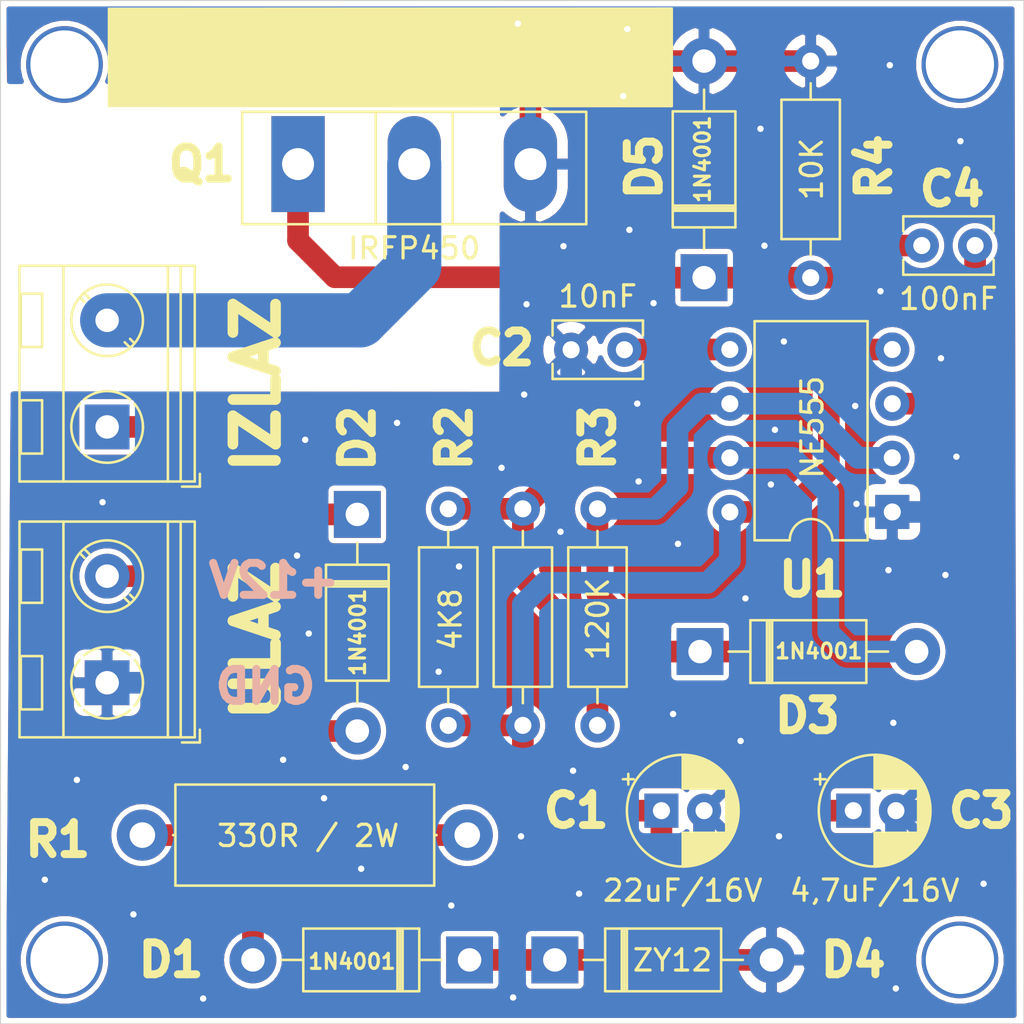
<source format=kicad_pcb>
(kicad_pcb (version 20171130) (host pcbnew "(5.1.4)-1")

  (general
    (thickness 1.6)
    (drawings 7)
    (tracks 188)
    (zones 0)
    (modules 18)
    (nets 12)
  )

  (page A4)
  (layers
    (0 F.Cu signal)
    (31 B.Cu signal)
    (32 B.Adhes user)
    (33 F.Adhes user)
    (34 B.Paste user)
    (35 F.Paste user)
    (36 B.SilkS user)
    (37 F.SilkS user)
    (38 B.Mask user)
    (39 F.Mask user)
    (40 Dwgs.User user)
    (41 Cmts.User user)
    (42 Eco1.User user)
    (43 Eco2.User user)
    (44 Edge.Cuts user)
    (45 Margin user)
    (46 B.CrtYd user)
    (47 F.CrtYd user)
    (48 B.Fab user)
    (49 F.Fab user)
  )

  (setup
    (last_trace_width 2.54)
    (user_trace_width 0.1524)
    (user_trace_width 0.2032)
    (user_trace_width 0.254)
    (user_trace_width 0.4064)
    (user_trace_width 0.508)
    (user_trace_width 0.6096)
    (user_trace_width 1.016)
    (user_trace_width 1.934)
    (user_trace_width 2.032)
    (user_trace_width 2.54)
    (trace_clearance 0.15)
    (zone_clearance 0.254)
    (zone_45_only no)
    (trace_min 0.1)
    (via_size 0.7)
    (via_drill 0.3)
    (via_min_size 0.6)
    (via_min_drill 0.3)
    (user_via 0.6 0.3)
    (user_via 1.016 0.5)
    (uvia_size 0.3)
    (uvia_drill 0.1)
    (uvias_allowed no)
    (uvia_min_size 0.2)
    (uvia_min_drill 0.1)
    (edge_width 0.05)
    (segment_width 0.2)
    (pcb_text_width 0.3)
    (pcb_text_size 1.5 1.5)
    (mod_edge_width 0.12)
    (mod_text_size 1 1)
    (mod_text_width 0.15)
    (pad_size 2.5 4.5)
    (pad_drill 1.5)
    (pad_to_mask_clearance 0.051)
    (solder_mask_min_width 0.25)
    (aux_axis_origin 0 0)
    (grid_origin 0 -48)
    (visible_elements FEFFFF7F)
    (pcbplotparams
      (layerselection 0x010fc_ffffffff)
      (usegerberextensions true)
      (usegerberattributes false)
      (usegerberadvancedattributes false)
      (creategerberjobfile false)
      (excludeedgelayer true)
      (linewidth 0.100000)
      (plotframeref false)
      (viasonmask false)
      (mode 1)
      (useauxorigin true)
      (hpglpennumber 1)
      (hpglpenspeed 20)
      (hpglpendiameter 15.000000)
      (psnegative false)
      (psa4output false)
      (plotreference true)
      (plotvalue true)
      (plotinvisibletext false)
      (padsonsilk false)
      (subtractmaskfromsilk false)
      (outputformat 1)
      (mirror false)
      (drillshape 0)
      (scaleselection 1)
      (outputdirectory "./gerber"))
  )

  (net 0 "")
  (net 1 GND)
  (net 2 "Net-(C1-Pad1)")
  (net 3 "Net-(C2-Pad1)")
  (net 4 "Net-(C3-Pad1)")
  (net 5 "Net-(C4-Pad2)")
  (net 6 "Net-(C4-Pad1)")
  (net 7 "Net-(D1-Pad2)")
  (net 8 +12V)
  (net 9 "Net-(D2-Pad1)")
  (net 10 "Net-(D3-Pad2)")
  (net 11 "Net-(J2-Pad2)")

  (net_class Default "This is the default net class."
    (clearance 0.15)
    (trace_width 0.254)
    (via_dia 0.7)
    (via_drill 0.3)
    (uvia_dia 0.3)
    (uvia_drill 0.1)
    (add_net +12V)
    (add_net GND)
    (add_net "Net-(C1-Pad1)")
    (add_net "Net-(C2-Pad1)")
    (add_net "Net-(C3-Pad1)")
    (add_net "Net-(C4-Pad1)")
    (add_net "Net-(C4-Pad2)")
    (add_net "Net-(D1-Pad2)")
    (add_net "Net-(D2-Pad1)")
    (add_net "Net-(D3-Pad2)")
    (add_net "Net-(J2-Pad2)")
  )

  (module Package_DIP:DIP-8_W7.62mm (layer F.Cu) (tedit 5A02E8C5) (tstamp 5F5106F3)
    (at 41.82872 -24.01062 180)
    (descr "8-lead though-hole mounted DIP package, row spacing 7.62 mm (300 mils)")
    (tags "THT DIP DIL PDIP 2.54mm 7.62mm 300mil")
    (path /5F509EA0)
    (fp_text reference U1 (at 3.81 -2.33) (layer F.SilkS) hide
      (effects (font (size 1 1) (thickness 0.15)))
    )
    (fp_text value NE555 (at 3.75158 3.97764 90) (layer F.SilkS)
      (effects (font (size 1 1) (thickness 0.15)))
    )
    (fp_arc (start 3.81 -1.33) (end 2.81 -1.33) (angle -180) (layer F.SilkS) (width 0.12))
    (fp_line (start 1.635 -1.27) (end 6.985 -1.27) (layer F.Fab) (width 0.1))
    (fp_line (start 6.985 -1.27) (end 6.985 8.89) (layer F.Fab) (width 0.1))
    (fp_line (start 6.985 8.89) (end 0.635 8.89) (layer F.Fab) (width 0.1))
    (fp_line (start 0.635 8.89) (end 0.635 -0.27) (layer F.Fab) (width 0.1))
    (fp_line (start 0.635 -0.27) (end 1.635 -1.27) (layer F.Fab) (width 0.1))
    (fp_line (start 2.81 -1.33) (end 1.16 -1.33) (layer F.SilkS) (width 0.12))
    (fp_line (start 1.16 -1.33) (end 1.16 8.95) (layer F.SilkS) (width 0.12))
    (fp_line (start 1.16 8.95) (end 6.46 8.95) (layer F.SilkS) (width 0.12))
    (fp_line (start 6.46 8.95) (end 6.46 -1.33) (layer F.SilkS) (width 0.12))
    (fp_line (start 6.46 -1.33) (end 4.81 -1.33) (layer F.SilkS) (width 0.12))
    (fp_line (start -1.1 -1.55) (end -1.1 9.15) (layer F.CrtYd) (width 0.05))
    (fp_line (start -1.1 9.15) (end 8.7 9.15) (layer F.CrtYd) (width 0.05))
    (fp_line (start 8.7 9.15) (end 8.7 -1.55) (layer F.CrtYd) (width 0.05))
    (fp_line (start 8.7 -1.55) (end -1.1 -1.55) (layer F.CrtYd) (width 0.05))
    (fp_text user %R (at 3.75158 -3.1623) (layer F.SilkS)
      (effects (font (size 1.5 1.5) (thickness 0.375)))
    )
    (pad 1 thru_hole rect (at 0 0 180) (size 1.6 1.6) (drill 0.8) (layers *.Cu *.Mask)
      (net 1 GND))
    (pad 5 thru_hole oval (at 7.62 7.62 180) (size 1.6 1.6) (drill 0.8) (layers *.Cu *.Mask)
      (net 3 "Net-(C2-Pad1)"))
    (pad 2 thru_hole oval (at 0 2.54 180) (size 1.6 1.6) (drill 0.8) (layers *.Cu *.Mask)
      (net 4 "Net-(C3-Pad1)"))
    (pad 6 thru_hole oval (at 7.62 5.08 180) (size 1.6 1.6) (drill 0.8) (layers *.Cu *.Mask)
      (net 4 "Net-(C3-Pad1)"))
    (pad 3 thru_hole oval (at 0 5.08 180) (size 1.6 1.6) (drill 0.8) (layers *.Cu *.Mask)
      (net 5 "Net-(C4-Pad2)"))
    (pad 7 thru_hole oval (at 7.62 2.54 180) (size 1.6 1.6) (drill 0.8) (layers *.Cu *.Mask)
      (net 10 "Net-(D3-Pad2)"))
    (pad 4 thru_hole oval (at 0 7.62 180) (size 1.6 1.6) (drill 0.8) (layers *.Cu *.Mask)
      (net 2 "Net-(C1-Pad1)"))
    (pad 8 thru_hole oval (at 7.62 0 180) (size 1.6 1.6) (drill 0.8) (layers *.Cu *.Mask)
      (net 2 "Net-(C1-Pad1)"))
    (model ${KISYS3DMOD}/Package_DIP.3dshapes/DIP-8_W7.62mm.wrl
      (at (xyz 0 0 0))
      (scale (xyz 1 1 1))
      (rotate (xyz 0 0 0))
    )
  )

  (module Resistor_THT:R_Axial_DIN0207_L6.3mm_D2.5mm_P10.16mm_Horizontal (layer F.Cu) (tedit 5AE5139B) (tstamp 5F5106D7)
    (at 24.5 -14 90)
    (descr "Resistor, Axial_DIN0207 series, Axial, Horizontal, pin pitch=10.16mm, 0.25W = 1/4W, length*diameter=6.3*2.5mm^2, http://cdn-reichelt.de/documents/datenblatt/B400/1_4W%23YAG.pdf")
    (tags "Resistor Axial_DIN0207 series Axial Horizontal pin pitch 10.16mm 0.25W = 1/4W length 6.3mm diameter 2.5mm")
    (path /5F51F3EF)
    (fp_text reference R2*1 (at 5.08 -2.37 90) (layer F.SilkS) hide
      (effects (font (size 1 1) (thickness 0.15)))
    )
    (fp_text value R (at 5.08 2.37 90) (layer F.Fab) hide
      (effects (font (size 1 1) (thickness 0.15)))
    )
    (fp_line (start 1.93 -1.25) (end 1.93 1.25) (layer F.Fab) (width 0.1))
    (fp_line (start 1.93 1.25) (end 8.23 1.25) (layer F.Fab) (width 0.1))
    (fp_line (start 8.23 1.25) (end 8.23 -1.25) (layer F.Fab) (width 0.1))
    (fp_line (start 8.23 -1.25) (end 1.93 -1.25) (layer F.Fab) (width 0.1))
    (fp_line (start 0 0) (end 1.93 0) (layer F.Fab) (width 0.1))
    (fp_line (start 10.16 0) (end 8.23 0) (layer F.Fab) (width 0.1))
    (fp_line (start 1.81 -1.37) (end 1.81 1.37) (layer F.SilkS) (width 0.12))
    (fp_line (start 1.81 1.37) (end 8.35 1.37) (layer F.SilkS) (width 0.12))
    (fp_line (start 8.35 1.37) (end 8.35 -1.37) (layer F.SilkS) (width 0.12))
    (fp_line (start 8.35 -1.37) (end 1.81 -1.37) (layer F.SilkS) (width 0.12))
    (fp_line (start 1.04 0) (end 1.81 0) (layer F.SilkS) (width 0.12))
    (fp_line (start 9.12 0) (end 8.35 0) (layer F.SilkS) (width 0.12))
    (fp_line (start -1.05 -1.5) (end -1.05 1.5) (layer F.CrtYd) (width 0.05))
    (fp_line (start -1.05 1.5) (end 11.21 1.5) (layer F.CrtYd) (width 0.05))
    (fp_line (start 11.21 1.5) (end 11.21 -1.5) (layer F.CrtYd) (width 0.05))
    (fp_line (start 11.21 -1.5) (end -1.05 -1.5) (layer F.CrtYd) (width 0.05))
    (fp_text user %R (at 5.08 0 90) (layer F.Fab) hide
      (effects (font (size 1 1) (thickness 0.15)))
    )
    (pad 1 thru_hole circle (at 0 0 90) (size 1.6 1.6) (drill 0.8) (layers *.Cu *.Mask)
      (net 2 "Net-(C1-Pad1)"))
    (pad 2 thru_hole oval (at 10.16 0 90) (size 1.6 1.6) (drill 0.8) (layers *.Cu *.Mask)
      (net 10 "Net-(D3-Pad2)"))
    (model ${KISYS3DMOD}/Resistor_THT.3dshapes/R_Axial_DIN0207_L6.3mm_D2.5mm_P10.16mm_Horizontal.wrl
      (at (xyz 0 0 0))
      (scale (xyz 1 1 1))
      (rotate (xyz 0 0 0))
    )
  )

  (module Resistor_THT:R_Axial_DIN0207_L6.3mm_D2.5mm_P10.16mm_Horizontal (layer F.Cu) (tedit 5AE5139B) (tstamp 5F5106C0)
    (at 38 -35 90)
    (descr "Resistor, Axial_DIN0207 series, Axial, Horizontal, pin pitch=10.16mm, 0.25W = 1/4W, length*diameter=6.3*2.5mm^2, http://cdn-reichelt.de/documents/datenblatt/B400/1_4W%23YAG.pdf")
    (tags "Resistor Axial_DIN0207 series Axial Horizontal pin pitch 10.16mm 0.25W = 1/4W length 6.3mm diameter 2.5mm")
    (path /5F552D05)
    (fp_text reference R4 (at 5.20312 2.97528 90) (layer F.SilkS)
      (effects (font (size 1.5 1.5) (thickness 0.375)))
    )
    (fp_text value 10K (at 5.09644 0.0492 90) (layer F.SilkS)
      (effects (font (size 1 1) (thickness 0.15)))
    )
    (fp_line (start 1.93 -1.25) (end 1.93 1.25) (layer F.Fab) (width 0.1))
    (fp_line (start 1.93 1.25) (end 8.23 1.25) (layer F.Fab) (width 0.1))
    (fp_line (start 8.23 1.25) (end 8.23 -1.25) (layer F.Fab) (width 0.1))
    (fp_line (start 8.23 -1.25) (end 1.93 -1.25) (layer F.Fab) (width 0.1))
    (fp_line (start 0 0) (end 1.93 0) (layer F.Fab) (width 0.1))
    (fp_line (start 10.16 0) (end 8.23 0) (layer F.Fab) (width 0.1))
    (fp_line (start 1.81 -1.37) (end 1.81 1.37) (layer F.SilkS) (width 0.12))
    (fp_line (start 1.81 1.37) (end 8.35 1.37) (layer F.SilkS) (width 0.12))
    (fp_line (start 8.35 1.37) (end 8.35 -1.37) (layer F.SilkS) (width 0.12))
    (fp_line (start 8.35 -1.37) (end 1.81 -1.37) (layer F.SilkS) (width 0.12))
    (fp_line (start 1.04 0) (end 1.81 0) (layer F.SilkS) (width 0.12))
    (fp_line (start 9.12 0) (end 8.35 0) (layer F.SilkS) (width 0.12))
    (fp_line (start -1.05 -1.5) (end -1.05 1.5) (layer F.CrtYd) (width 0.05))
    (fp_line (start -1.05 1.5) (end 11.21 1.5) (layer F.CrtYd) (width 0.05))
    (fp_line (start 11.21 1.5) (end 11.21 -1.5) (layer F.CrtYd) (width 0.05))
    (fp_line (start 11.21 -1.5) (end -1.05 -1.5) (layer F.CrtYd) (width 0.05))
    (fp_text user %R (at 5.08 0 90) (layer F.Fab) hide
      (effects (font (size 1 1) (thickness 0.15)))
    )
    (pad 1 thru_hole circle (at 0 0 90) (size 1.6 1.6) (drill 0.8) (layers *.Cu *.Mask)
      (net 6 "Net-(C4-Pad1)"))
    (pad 2 thru_hole oval (at 10.16 0 90) (size 1.6 1.6) (drill 0.8) (layers *.Cu *.Mask)
      (net 1 GND))
    (model ${KISYS3DMOD}/Resistor_THT.3dshapes/R_Axial_DIN0207_L6.3mm_D2.5mm_P10.16mm_Horizontal.wrl
      (at (xyz 0 0 0))
      (scale (xyz 1 1 1))
      (rotate (xyz 0 0 0))
    )
  )

  (module Resistor_THT:R_Axial_DIN0207_L6.3mm_D2.5mm_P10.16mm_Horizontal (layer F.Cu) (tedit 5AE5139B) (tstamp 5F5106A9)
    (at 28 -14 90)
    (descr "Resistor, Axial_DIN0207 series, Axial, Horizontal, pin pitch=10.16mm, 0.25W = 1/4W, length*diameter=6.3*2.5mm^2, http://cdn-reichelt.de/documents/datenblatt/B400/1_4W%23YAG.pdf")
    (tags "Resistor Axial_DIN0207 series Axial Horizontal pin pitch 10.16mm 0.25W = 1/4W length 6.3mm diameter 2.5mm")
    (path /5F5263EB)
    (fp_text reference R3 (at 5.08 -2.37 90) (layer F.SilkS) hide
      (effects (font (size 1 1) (thickness 0.15)))
    )
    (fp_text value 120K (at 4.99158 0.01874 90) (layer F.SilkS)
      (effects (font (size 1 1) (thickness 0.15)))
    )
    (fp_line (start 1.93 -1.25) (end 1.93 1.25) (layer F.Fab) (width 0.1))
    (fp_line (start 1.93 1.25) (end 8.23 1.25) (layer F.Fab) (width 0.1))
    (fp_line (start 8.23 1.25) (end 8.23 -1.25) (layer F.Fab) (width 0.1))
    (fp_line (start 8.23 -1.25) (end 1.93 -1.25) (layer F.Fab) (width 0.1))
    (fp_line (start 0 0) (end 1.93 0) (layer F.Fab) (width 0.1))
    (fp_line (start 10.16 0) (end 8.23 0) (layer F.Fab) (width 0.1))
    (fp_line (start 1.81 -1.37) (end 1.81 1.37) (layer F.SilkS) (width 0.12))
    (fp_line (start 1.81 1.37) (end 8.35 1.37) (layer F.SilkS) (width 0.12))
    (fp_line (start 8.35 1.37) (end 8.35 -1.37) (layer F.SilkS) (width 0.12))
    (fp_line (start 8.35 -1.37) (end 1.81 -1.37) (layer F.SilkS) (width 0.12))
    (fp_line (start 1.04 0) (end 1.81 0) (layer F.SilkS) (width 0.12))
    (fp_line (start 9.12 0) (end 8.35 0) (layer F.SilkS) (width 0.12))
    (fp_line (start -1.05 -1.5) (end -1.05 1.5) (layer F.CrtYd) (width 0.05))
    (fp_line (start -1.05 1.5) (end 11.21 1.5) (layer F.CrtYd) (width 0.05))
    (fp_line (start 11.21 1.5) (end 11.21 -1.5) (layer F.CrtYd) (width 0.05))
    (fp_line (start 11.21 -1.5) (end -1.05 -1.5) (layer F.CrtYd) (width 0.05))
    (fp_text user %R (at 13.48788 0.01874 90) (layer F.SilkS)
      (effects (font (size 1.5 1.5) (thickness 0.375)))
    )
    (pad 1 thru_hole circle (at 0 0 90) (size 1.6 1.6) (drill 0.8) (layers *.Cu *.Mask)
      (net 10 "Net-(D3-Pad2)"))
    (pad 2 thru_hole oval (at 10.16 0 90) (size 1.6 1.6) (drill 0.8) (layers *.Cu *.Mask)
      (net 4 "Net-(C3-Pad1)"))
    (model ${KISYS3DMOD}/Resistor_THT.3dshapes/R_Axial_DIN0207_L6.3mm_D2.5mm_P10.16mm_Horizontal.wrl
      (at (xyz 0 0 0))
      (scale (xyz 1 1 1))
      (rotate (xyz 0 0 0))
    )
  )

  (module Resistor_THT:R_Axial_DIN0207_L6.3mm_D2.5mm_P10.16mm_Horizontal (layer F.Cu) (tedit 5AE5139B) (tstamp 5F510692)
    (at 21 -14 90)
    (descr "Resistor, Axial_DIN0207 series, Axial, Horizontal, pin pitch=10.16mm, 0.25W = 1/4W, length*diameter=6.3*2.5mm^2, http://cdn-reichelt.de/documents/datenblatt/B400/1_4W%23YAG.pdf")
    (tags "Resistor Axial_DIN0207 series Axial Horizontal pin pitch 10.16mm 0.25W = 1/4W length 6.3mm diameter 2.5mm")
    (path /5F51E600)
    (fp_text reference R2 (at 5.08 -2.37 270) (layer F.SilkS) hide
      (effects (font (size 1 1) (thickness 0.15)))
    )
    (fp_text value 4K8 (at 4.97332 0.10922 90) (layer F.SilkS)
      (effects (font (size 1 1) (thickness 0.15)))
    )
    (fp_line (start 1.93 -1.25) (end 1.93 1.25) (layer F.Fab) (width 0.1))
    (fp_line (start 1.93 1.25) (end 8.23 1.25) (layer F.Fab) (width 0.1))
    (fp_line (start 8.23 1.25) (end 8.23 -1.25) (layer F.Fab) (width 0.1))
    (fp_line (start 8.23 -1.25) (end 1.93 -1.25) (layer F.Fab) (width 0.1))
    (fp_line (start 0 0) (end 1.93 0) (layer F.Fab) (width 0.1))
    (fp_line (start 10.16 0) (end 8.23 0) (layer F.Fab) (width 0.1))
    (fp_line (start 1.81 -1.37) (end 1.81 1.37) (layer F.SilkS) (width 0.12))
    (fp_line (start 1.81 1.37) (end 8.35 1.37) (layer F.SilkS) (width 0.12))
    (fp_line (start 8.35 1.37) (end 8.35 -1.37) (layer F.SilkS) (width 0.12))
    (fp_line (start 8.35 -1.37) (end 1.81 -1.37) (layer F.SilkS) (width 0.12))
    (fp_line (start 1.04 0) (end 1.81 0) (layer F.SilkS) (width 0.12))
    (fp_line (start 9.12 0) (end 8.35 0) (layer F.SilkS) (width 0.12))
    (fp_line (start -1.05 -1.5) (end -1.05 1.5) (layer F.CrtYd) (width 0.05))
    (fp_line (start -1.05 1.5) (end 11.21 1.5) (layer F.CrtYd) (width 0.05))
    (fp_line (start 11.21 1.5) (end 11.21 -1.5) (layer F.CrtYd) (width 0.05))
    (fp_line (start 11.21 -1.5) (end -1.05 -1.5) (layer F.CrtYd) (width 0.05))
    (fp_text user %R (at 13.48534 0.28774 90) (layer F.SilkS)
      (effects (font (size 1.5 1.5) (thickness 0.375)))
    )
    (pad 1 thru_hole circle (at 0 0 90) (size 1.6 1.6) (drill 0.8) (layers *.Cu *.Mask)
      (net 2 "Net-(C1-Pad1)"))
    (pad 2 thru_hole oval (at 10.16 0 90) (size 1.6 1.6) (drill 0.8) (layers *.Cu *.Mask)
      (net 10 "Net-(D3-Pad2)"))
    (model ${KISYS3DMOD}/Resistor_THT.3dshapes/R_Axial_DIN0207_L6.3mm_D2.5mm_P10.16mm_Horizontal.wrl
      (at (xyz 0 0 0))
      (scale (xyz 1 1 1))
      (rotate (xyz 0 0 0))
    )
  )

  (module Resistor_THT:R_Axial_DIN0414_L11.9mm_D4.5mm_P15.24mm_Horizontal (layer F.Cu) (tedit 5AE5139B) (tstamp 5F513933)
    (at 21.89226 -8.85444 180)
    (descr "Resistor, Axial_DIN0414 series, Axial, Horizontal, pin pitch=15.24mm, 2W, length*diameter=11.9*4.5mm^2, http://www.vishay.com/docs/20128/wkxwrx.pdf")
    (tags "Resistor Axial_DIN0414 series Axial Horizontal pin pitch 15.24mm 2W length 11.9mm diameter 4.5mm")
    (path /5F513D9C)
    (fp_text reference R1 (at 7.62 -3.37) (layer F.SilkS) hide
      (effects (font (size 1 1) (thickness 0.15)))
    )
    (fp_text value "330R / 2W" (at 7.46506 -0.03556) (layer F.SilkS)
      (effects (font (size 1 1) (thickness 0.15)))
    )
    (fp_line (start 1.67 -2.25) (end 1.67 2.25) (layer F.Fab) (width 0.1))
    (fp_line (start 1.67 2.25) (end 13.57 2.25) (layer F.Fab) (width 0.1))
    (fp_line (start 13.57 2.25) (end 13.57 -2.25) (layer F.Fab) (width 0.1))
    (fp_line (start 13.57 -2.25) (end 1.67 -2.25) (layer F.Fab) (width 0.1))
    (fp_line (start 0 0) (end 1.67 0) (layer F.Fab) (width 0.1))
    (fp_line (start 15.24 0) (end 13.57 0) (layer F.Fab) (width 0.1))
    (fp_line (start 1.55 -2.37) (end 1.55 2.37) (layer F.SilkS) (width 0.12))
    (fp_line (start 1.55 2.37) (end 13.69 2.37) (layer F.SilkS) (width 0.12))
    (fp_line (start 13.69 2.37) (end 13.69 -2.37) (layer F.SilkS) (width 0.12))
    (fp_line (start 13.69 -2.37) (end 1.55 -2.37) (layer F.SilkS) (width 0.12))
    (fp_line (start 1.44 0) (end 1.55 0) (layer F.SilkS) (width 0.12))
    (fp_line (start 13.8 0) (end 13.69 0) (layer F.SilkS) (width 0.12))
    (fp_line (start -1.45 -2.5) (end -1.45 2.5) (layer F.CrtYd) (width 0.05))
    (fp_line (start -1.45 2.5) (end 16.69 2.5) (layer F.CrtYd) (width 0.05))
    (fp_line (start 16.69 2.5) (end 16.69 -2.5) (layer F.CrtYd) (width 0.05))
    (fp_line (start 16.69 -2.5) (end -1.45 -2.5) (layer F.CrtYd) (width 0.05))
    (fp_text user %R (at 19.20748 -0.2159) (layer F.SilkS)
      (effects (font (size 1.5 1.5) (thickness 0.375)))
    )
    (pad 1 thru_hole circle (at 0 0 180) (size 2.4 2.4) (drill 1.2) (layers *.Cu *.Mask)
      (net 7 "Net-(D1-Pad2)"))
    (pad 2 thru_hole oval (at 15.24 0 180) (size 2.4 2.4) (drill 1.2) (layers *.Cu *.Mask)
      (net 8 +12V))
    (model ${KISYS3DMOD}/Resistor_THT.3dshapes/R_Axial_DIN0414_L11.9mm_D4.5mm_P15.24mm_Horizontal.wrl
      (at (xyz 0 0 0))
      (scale (xyz 1 1 1))
      (rotate (xyz 0 0 0))
    )
  )

  (module Package_TO_SOT_THT:TO-247-3_Vertical (layer F.Cu) (tedit 5AC86DC3) (tstamp 5F516DC7)
    (at 13.95476 -40.32758)
    (descr "TO-247-3, Vertical, RM 5.45mm, see https://toshiba.semicon-storage.com/us/product/mosfet/to-247-4l.html")
    (tags "TO-247-3 Vertical RM 5.45mm")
    (path /5F570774)
    (fp_text reference Q1 (at -4.51358 0.00508) (layer F.SilkS)
      (effects (font (size 1.5 1.5) (thickness 0.375)))
    )
    (fp_text value IRFP450 (at 5.45 3.95) (layer F.SilkS)
      (effects (font (size 1 1) (thickness 0.15)))
    )
    (fp_line (start -2.5 -2.33) (end -2.5 2.7) (layer F.Fab) (width 0.1))
    (fp_line (start -2.5 2.7) (end 13.4 2.7) (layer F.Fab) (width 0.1))
    (fp_line (start 13.4 2.7) (end 13.4 -2.33) (layer F.Fab) (width 0.1))
    (fp_line (start 13.4 -2.33) (end -2.5 -2.33) (layer F.Fab) (width 0.1))
    (fp_line (start 3.645 -2.33) (end 3.645 2.7) (layer F.Fab) (width 0.1))
    (fp_line (start 7.255 -2.33) (end 7.255 2.7) (layer F.Fab) (width 0.1))
    (fp_line (start -2.62 -2.451) (end 13.52 -2.451) (layer F.SilkS) (width 0.12))
    (fp_line (start -2.62 2.82) (end 13.52 2.82) (layer F.SilkS) (width 0.12))
    (fp_line (start -2.62 -2.451) (end -2.62 2.82) (layer F.SilkS) (width 0.12))
    (fp_line (start 13.52 -2.451) (end 13.52 2.82) (layer F.SilkS) (width 0.12))
    (fp_line (start 3.646 -2.451) (end 3.646 2.82) (layer F.SilkS) (width 0.12))
    (fp_line (start 7.255 -2.451) (end 7.255 2.82) (layer F.SilkS) (width 0.12))
    (fp_line (start -2.75 -2.59) (end -2.75 2.95) (layer F.CrtYd) (width 0.05))
    (fp_line (start -2.75 2.95) (end 13.65 2.95) (layer F.CrtYd) (width 0.05))
    (fp_line (start 13.65 2.95) (end 13.65 -2.59) (layer F.CrtYd) (width 0.05))
    (fp_line (start 13.65 -2.59) (end -2.75 -2.59) (layer F.CrtYd) (width 0.05))
    (fp_text user %R (at 5.45 -3.45) (layer F.Fab) hide
      (effects (font (size 1 1) (thickness 0.15)))
    )
    (pad 1 thru_hole rect (at 0 0) (size 2.5 4.5) (drill 1.5) (layers *.Cu *.Mask)
      (net 6 "Net-(C4-Pad1)"))
    (pad 2 thru_hole oval (at 5.45 0) (size 2.5 4.5) (drill 1.5) (layers *.Cu *.Mask)
      (net 11 "Net-(J2-Pad2)"))
    (pad 3 thru_hole oval (at 10.9 0) (size 2.5 4.5) (drill 1.5) (layers *.Cu *.Mask)
      (net 1 GND))
    (model ${KISYS3DMOD}/Package_TO_SOT_THT.3dshapes/TO-247-3_Vertical.wrl
      (at (xyz 0 0 0))
      (scale (xyz 1 1 1))
      (rotate (xyz 0 0 0))
    )
  )

  (module TerminalBlock_RND:TerminalBlock_RND_205-00045_1x02_P5.00mm_Horizontal (layer F.Cu) (tedit 5B294EE1) (tstamp 5F51064C)
    (at 5 -28 90)
    (descr "terminal block RND 205-00045, 2 pins, pitch 5mm, size 10x8.1mm^2, drill diamater 1.1mm, pad diameter 2.1mm, see http://cdn-reichelt.de/documents/datenblatt/C151/RND_205-00045_DB_EN.pdf, script-generated using https://github.com/pointhi/kicad-footprint-generator/scripts/TerminalBlock_RND")
    (tags "THT terminal block RND 205-00045 pitch 5mm size 10x8.1mm^2 drill 1.1mm pad 2.1mm")
    (path /5F582B3D)
    (fp_text reference J2 (at 2.5 -5.11 90) (layer F.SilkS) hide
      (effects (font (size 1 1) (thickness 0.15)))
    )
    (fp_text value IZLAZ (at 2 7 90) (layer F.SilkS)
      (effects (font (size 2 2) (thickness 0.5)))
    )
    (fp_arc (start 0 0) (end 0 1.68) (angle -40) (layer F.SilkS) (width 0.12))
    (fp_arc (start 0 0) (end 1.287 1.08) (angle -80) (layer F.SilkS) (width 0.12))
    (fp_arc (start 0 0) (end 1.08 -1.287) (angle -80) (layer F.SilkS) (width 0.12))
    (fp_arc (start 0 0) (end -1.287 -1.081) (angle -80) (layer F.SilkS) (width 0.12))
    (fp_arc (start 0 0) (end -1.081 1.287) (angle -41) (layer F.SilkS) (width 0.12))
    (fp_circle (center 0 0) (end 1.5 0) (layer F.Fab) (width 0.1))
    (fp_circle (center 5 0) (end 6.5 0) (layer F.Fab) (width 0.1))
    (fp_circle (center 5 0) (end 6.68 0) (layer F.SilkS) (width 0.12))
    (fp_line (start -2.5 -4.05) (end 7.5 -4.05) (layer F.Fab) (width 0.1))
    (fp_line (start 7.5 -4.05) (end 7.5 4.05) (layer F.Fab) (width 0.1))
    (fp_line (start 7.5 4.05) (end -1.9 4.05) (layer F.Fab) (width 0.1))
    (fp_line (start -1.9 4.05) (end -2.5 3.45) (layer F.Fab) (width 0.1))
    (fp_line (start -2.5 3.45) (end -2.5 -4.05) (layer F.Fab) (width 0.1))
    (fp_line (start -2.5 3.45) (end 7.5 3.45) (layer F.Fab) (width 0.1))
    (fp_line (start -2.56 3.45) (end 7.56 3.45) (layer F.SilkS) (width 0.12))
    (fp_line (start -2.5 2.85) (end 7.5 2.85) (layer F.Fab) (width 0.1))
    (fp_line (start -2.56 2.85) (end 7.56 2.85) (layer F.SilkS) (width 0.12))
    (fp_line (start -2.5 -2.05) (end 7.5 -2.05) (layer F.Fab) (width 0.1))
    (fp_line (start -2.56 -2.05) (end 7.56 -2.05) (layer F.SilkS) (width 0.12))
    (fp_line (start -2.56 -4.11) (end 7.56 -4.11) (layer F.SilkS) (width 0.12))
    (fp_line (start -2.56 4.11) (end 7.56 4.11) (layer F.SilkS) (width 0.12))
    (fp_line (start -2.56 -4.11) (end -2.56 4.11) (layer F.SilkS) (width 0.12))
    (fp_line (start 7.56 -4.11) (end 7.56 4.11) (layer F.SilkS) (width 0.12))
    (fp_line (start 1.138 -0.955) (end -0.955 1.138) (layer F.Fab) (width 0.1))
    (fp_line (start 0.955 -1.138) (end -1.138 0.955) (layer F.Fab) (width 0.1))
    (fp_line (start -1.25 -4.05) (end -1.25 -3.05) (layer F.Fab) (width 0.1))
    (fp_line (start -1.25 -3.05) (end 1.25 -3.05) (layer F.Fab) (width 0.1))
    (fp_line (start 1.25 -3.05) (end 1.25 -4.05) (layer F.Fab) (width 0.1))
    (fp_line (start 1.25 -4.05) (end -1.25 -4.05) (layer F.Fab) (width 0.1))
    (fp_line (start -1.25 -4.05) (end 1.25 -4.05) (layer F.SilkS) (width 0.12))
    (fp_line (start -1.25 -3.05) (end 1.25 -3.05) (layer F.SilkS) (width 0.12))
    (fp_line (start -1.25 -4.05) (end -1.25 -3.05) (layer F.SilkS) (width 0.12))
    (fp_line (start 1.25 -4.05) (end 1.25 -3.05) (layer F.SilkS) (width 0.12))
    (fp_line (start 6.138 -0.955) (end 4.046 1.138) (layer F.Fab) (width 0.1))
    (fp_line (start 5.955 -1.138) (end 3.863 0.955) (layer F.Fab) (width 0.1))
    (fp_line (start 6.275 -1.069) (end 6.029 -0.823) (layer F.SilkS) (width 0.12))
    (fp_line (start 4.13 1.075) (end 3.931 1.274) (layer F.SilkS) (width 0.12))
    (fp_line (start 6.07 -1.275) (end 5.859 -1.064) (layer F.SilkS) (width 0.12))
    (fp_line (start 3.972 0.823) (end 3.726 1.069) (layer F.SilkS) (width 0.12))
    (fp_line (start 3.75 -4.05) (end 3.75 -3.05) (layer F.Fab) (width 0.1))
    (fp_line (start 3.75 -3.05) (end 6.25 -3.05) (layer F.Fab) (width 0.1))
    (fp_line (start 6.25 -3.05) (end 6.25 -4.05) (layer F.Fab) (width 0.1))
    (fp_line (start 6.25 -4.05) (end 3.75 -4.05) (layer F.Fab) (width 0.1))
    (fp_line (start 3.75 -4.05) (end 6.25 -4.05) (layer F.SilkS) (width 0.12))
    (fp_line (start 3.75 -3.05) (end 6.25 -3.05) (layer F.SilkS) (width 0.12))
    (fp_line (start 3.75 -4.05) (end 3.75 -3.05) (layer F.SilkS) (width 0.12))
    (fp_line (start 6.25 -4.05) (end 6.25 -3.05) (layer F.SilkS) (width 0.12))
    (fp_line (start -2.8 3.51) (end -2.8 4.35) (layer F.SilkS) (width 0.12))
    (fp_line (start -2.8 4.35) (end -2.2 4.35) (layer F.SilkS) (width 0.12))
    (fp_line (start -3 -4.55) (end -3 4.55) (layer F.CrtYd) (width 0.05))
    (fp_line (start -3 4.55) (end 8 4.55) (layer F.CrtYd) (width 0.05))
    (fp_line (start 8 4.55) (end 8 -4.55) (layer F.CrtYd) (width 0.05))
    (fp_line (start 8 -4.55) (end -3 -4.55) (layer F.CrtYd) (width 0.05))
    (fp_text user %R (at 2.5 -5.11 90) (layer F.Fab) hide
      (effects (font (size 1 1) (thickness 0.15)))
    )
    (pad 1 thru_hole rect (at 0 0 90) (size 2.1 2.1) (drill 1.1) (layers *.Cu *.Mask)
      (net 9 "Net-(D2-Pad1)"))
    (pad 2 thru_hole circle (at 5 0 90) (size 2.1 2.1) (drill 1.1) (layers *.Cu *.Mask)
      (net 11 "Net-(J2-Pad2)"))
    (model ${KISYS3DMOD}/TerminalBlock_RND.3dshapes/TerminalBlock_RND_205-00045_1x02_P5.00mm_Horizontal.wrl
      (at (xyz 0 0 0))
      (scale (xyz 1 1 1))
      (rotate (xyz 0 0 0))
    )
  )

  (module TerminalBlock_RND:TerminalBlock_RND_205-00045_1x02_P5.00mm_Horizontal (layer F.Cu) (tedit 5B294EE1) (tstamp 5F510610)
    (at 5 -16 90)
    (descr "terminal block RND 205-00045, 2 pins, pitch 5mm, size 10x8.1mm^2, drill diamater 1.1mm, pad diameter 2.1mm, see http://cdn-reichelt.de/documents/datenblatt/C151/RND_205-00045_DB_EN.pdf, script-generated using https://github.com/pointhi/kicad-footprint-generator/scripts/TerminalBlock_RND")
    (tags "THT terminal block RND 205-00045 pitch 5mm size 10x8.1mm^2 drill 1.1mm pad 2.1mm")
    (path /5F50CBED)
    (fp_text reference J1 (at 2.5 -5.11 90) (layer F.SilkS) hide
      (effects (font (size 1 1) (thickness 0.15)))
    )
    (fp_text value ULAZ (at 2 7 90) (layer F.SilkS)
      (effects (font (size 2 2) (thickness 0.5)))
    )
    (fp_arc (start 0 0) (end 0 1.68) (angle -40) (layer F.SilkS) (width 0.12))
    (fp_arc (start 0 0) (end 1.287 1.08) (angle -80) (layer F.SilkS) (width 0.12))
    (fp_arc (start 0 0) (end 1.08 -1.287) (angle -80) (layer F.SilkS) (width 0.12))
    (fp_arc (start 0 0) (end -1.287 -1.081) (angle -80) (layer F.SilkS) (width 0.12))
    (fp_arc (start 0 0) (end -1.081 1.287) (angle -41) (layer F.SilkS) (width 0.12))
    (fp_circle (center 0 0) (end 1.5 0) (layer F.Fab) (width 0.1))
    (fp_circle (center 5 0) (end 6.5 0) (layer F.Fab) (width 0.1))
    (fp_circle (center 5 0) (end 6.68 0) (layer F.SilkS) (width 0.12))
    (fp_line (start -2.5 -4.05) (end 7.5 -4.05) (layer F.Fab) (width 0.1))
    (fp_line (start 7.5 -4.05) (end 7.5 4.05) (layer F.Fab) (width 0.1))
    (fp_line (start 7.5 4.05) (end -1.9 4.05) (layer F.Fab) (width 0.1))
    (fp_line (start -1.9 4.05) (end -2.5 3.45) (layer F.Fab) (width 0.1))
    (fp_line (start -2.5 3.45) (end -2.5 -4.05) (layer F.Fab) (width 0.1))
    (fp_line (start -2.5 3.45) (end 7.5 3.45) (layer F.Fab) (width 0.1))
    (fp_line (start -2.56 3.45) (end 7.56 3.45) (layer F.SilkS) (width 0.12))
    (fp_line (start -2.5 2.85) (end 7.5 2.85) (layer F.Fab) (width 0.1))
    (fp_line (start -2.56 2.85) (end 7.56 2.85) (layer F.SilkS) (width 0.12))
    (fp_line (start -2.5 -2.05) (end 7.5 -2.05) (layer F.Fab) (width 0.1))
    (fp_line (start -2.56 -2.05) (end 7.56 -2.05) (layer F.SilkS) (width 0.12))
    (fp_line (start -2.56 -4.11) (end 7.56 -4.11) (layer F.SilkS) (width 0.12))
    (fp_line (start -2.56 4.11) (end 7.56 4.11) (layer F.SilkS) (width 0.12))
    (fp_line (start -2.56 -4.11) (end -2.56 4.11) (layer F.SilkS) (width 0.12))
    (fp_line (start 7.56 -4.11) (end 7.56 4.11) (layer F.SilkS) (width 0.12))
    (fp_line (start 1.138 -0.955) (end -0.955 1.138) (layer F.Fab) (width 0.1))
    (fp_line (start 0.955 -1.138) (end -1.138 0.955) (layer F.Fab) (width 0.1))
    (fp_line (start -1.25 -4.05) (end -1.25 -3.05) (layer F.Fab) (width 0.1))
    (fp_line (start -1.25 -3.05) (end 1.25 -3.05) (layer F.Fab) (width 0.1))
    (fp_line (start 1.25 -3.05) (end 1.25 -4.05) (layer F.Fab) (width 0.1))
    (fp_line (start 1.25 -4.05) (end -1.25 -4.05) (layer F.Fab) (width 0.1))
    (fp_line (start -1.25 -4.05) (end 1.25 -4.05) (layer F.SilkS) (width 0.12))
    (fp_line (start -1.25 -3.05) (end 1.25 -3.05) (layer F.SilkS) (width 0.12))
    (fp_line (start -1.25 -4.05) (end -1.25 -3.05) (layer F.SilkS) (width 0.12))
    (fp_line (start 1.25 -4.05) (end 1.25 -3.05) (layer F.SilkS) (width 0.12))
    (fp_line (start 6.138 -0.955) (end 4.046 1.138) (layer F.Fab) (width 0.1))
    (fp_line (start 5.955 -1.138) (end 3.863 0.955) (layer F.Fab) (width 0.1))
    (fp_line (start 6.275 -1.069) (end 6.029 -0.823) (layer F.SilkS) (width 0.12))
    (fp_line (start 4.13 1.075) (end 3.931 1.274) (layer F.SilkS) (width 0.12))
    (fp_line (start 6.07 -1.275) (end 5.859 -1.064) (layer F.SilkS) (width 0.12))
    (fp_line (start 3.972 0.823) (end 3.726 1.069) (layer F.SilkS) (width 0.12))
    (fp_line (start 3.75 -4.05) (end 3.75 -3.05) (layer F.Fab) (width 0.1))
    (fp_line (start 3.75 -3.05) (end 6.25 -3.05) (layer F.Fab) (width 0.1))
    (fp_line (start 6.25 -3.05) (end 6.25 -4.05) (layer F.Fab) (width 0.1))
    (fp_line (start 6.25 -4.05) (end 3.75 -4.05) (layer F.Fab) (width 0.1))
    (fp_line (start 3.75 -4.05) (end 6.25 -4.05) (layer F.SilkS) (width 0.12))
    (fp_line (start 3.75 -3.05) (end 6.25 -3.05) (layer F.SilkS) (width 0.12))
    (fp_line (start 3.75 -4.05) (end 3.75 -3.05) (layer F.SilkS) (width 0.12))
    (fp_line (start 6.25 -4.05) (end 6.25 -3.05) (layer F.SilkS) (width 0.12))
    (fp_line (start -2.8 3.51) (end -2.8 4.35) (layer F.SilkS) (width 0.12))
    (fp_line (start -2.8 4.35) (end -2.2 4.35) (layer F.SilkS) (width 0.12))
    (fp_line (start -3 -4.55) (end -3 4.55) (layer F.CrtYd) (width 0.05))
    (fp_line (start -3 4.55) (end 8 4.55) (layer F.CrtYd) (width 0.05))
    (fp_line (start 8 4.55) (end 8 -4.55) (layer F.CrtYd) (width 0.05))
    (fp_line (start 8 -4.55) (end -3 -4.55) (layer F.CrtYd) (width 0.05))
    (fp_text user %R (at 2.5 -5.11 90) (layer F.Fab) hide
      (effects (font (size 1 1) (thickness 0.15)))
    )
    (pad 1 thru_hole rect (at 0 0 90) (size 2.1 2.1) (drill 1.1) (layers *.Cu *.Mask)
      (net 1 GND))
    (pad 2 thru_hole circle (at 5 0 90) (size 2.1 2.1) (drill 1.1) (layers *.Cu *.Mask)
      (net 8 +12V))
    (model ${KISYS3DMOD}/TerminalBlock_RND.3dshapes/TerminalBlock_RND_205-00045_1x02_P5.00mm_Horizontal.wrl
      (at (xyz 0 0 0))
      (scale (xyz 1 1 1))
      (rotate (xyz 0 0 0))
    )
  )

  (module Diode_THT:D_DO-41_SOD81_P10.16mm_Horizontal (layer F.Cu) (tedit 5AE50CD5) (tstamp 5F516ECC)
    (at 33 -35 90)
    (descr "Diode, DO-41_SOD81 series, Axial, Horizontal, pin pitch=10.16mm, , length*diameter=5.2*2.7mm^2, , http://www.diodes.com/_files/packages/DO-41%20(Plastic).pdf")
    (tags "Diode DO-41_SOD81 series Axial Horizontal pin pitch 10.16mm  length 5.2mm diameter 2.7mm")
    (path /5F555E39)
    (fp_text reference D5 (at 5.20312 -2.80194 90) (layer F.SilkS)
      (effects (font (size 1.5 1.5) (thickness 0.375)))
    )
    (fp_text value 1N4001 (at 5.55872 -0.0689 90) (layer F.SilkS)
      (effects (font (size 0.7 0.7) (thickness 0.15)))
    )
    (fp_line (start 2.48 -1.35) (end 2.48 1.35) (layer F.Fab) (width 0.1))
    (fp_line (start 2.48 1.35) (end 7.68 1.35) (layer F.Fab) (width 0.1))
    (fp_line (start 7.68 1.35) (end 7.68 -1.35) (layer F.Fab) (width 0.1))
    (fp_line (start 7.68 -1.35) (end 2.48 -1.35) (layer F.Fab) (width 0.1))
    (fp_line (start 0 0) (end 2.48 0) (layer F.Fab) (width 0.1))
    (fp_line (start 10.16 0) (end 7.68 0) (layer F.Fab) (width 0.1))
    (fp_line (start 3.26 -1.35) (end 3.26 1.35) (layer F.Fab) (width 0.1))
    (fp_line (start 3.36 -1.35) (end 3.36 1.35) (layer F.Fab) (width 0.1))
    (fp_line (start 3.16 -1.35) (end 3.16 1.35) (layer F.Fab) (width 0.1))
    (fp_line (start 2.36 -1.47) (end 2.36 1.47) (layer F.SilkS) (width 0.12))
    (fp_line (start 2.36 1.47) (end 7.8 1.47) (layer F.SilkS) (width 0.12))
    (fp_line (start 7.8 1.47) (end 7.8 -1.47) (layer F.SilkS) (width 0.12))
    (fp_line (start 7.8 -1.47) (end 2.36 -1.47) (layer F.SilkS) (width 0.12))
    (fp_line (start 1.34 0) (end 2.36 0) (layer F.SilkS) (width 0.12))
    (fp_line (start 8.82 0) (end 7.8 0) (layer F.SilkS) (width 0.12))
    (fp_line (start 3.26 -1.47) (end 3.26 1.47) (layer F.SilkS) (width 0.12))
    (fp_line (start 3.38 -1.47) (end 3.38 1.47) (layer F.SilkS) (width 0.12))
    (fp_line (start 3.14 -1.47) (end 3.14 1.47) (layer F.SilkS) (width 0.12))
    (fp_line (start -1.35 -1.6) (end -1.35 1.6) (layer F.CrtYd) (width 0.05))
    (fp_line (start -1.35 1.6) (end 11.51 1.6) (layer F.CrtYd) (width 0.05))
    (fp_line (start 11.51 1.6) (end 11.51 -1.6) (layer F.CrtYd) (width 0.05))
    (fp_line (start 11.51 -1.6) (end -1.35 -1.6) (layer F.CrtYd) (width 0.05))
    (fp_text user %R (at 5.47 0 90) (layer F.Fab) hide
      (effects (font (size 1 1) (thickness 0.15)))
    )
    (fp_text user K (at 0 -2.1 90) (layer F.Fab) hide
      (effects (font (size 1 1) (thickness 0.15)))
    )
    (fp_text user K (at 0 -2.1 90) (layer F.SilkS) hide
      (effects (font (size 1 1) (thickness 0.15)))
    )
    (pad 1 thru_hole rect (at 0 0 90) (size 2.2 2.2) (drill 1.1) (layers *.Cu *.Mask)
      (net 6 "Net-(C4-Pad1)"))
    (pad 2 thru_hole oval (at 10.16 0 90) (size 2.2 2.2) (drill 1.1) (layers *.Cu *.Mask)
      (net 1 GND))
    (model ${KISYS3DMOD}/Diode_THT.3dshapes/D_DO-41_SOD81_P10.16mm_Horizontal.wrl
      (at (xyz 0 0 0))
      (scale (xyz 1 1 1))
      (rotate (xyz 0 0 0))
    )
  )

  (module Diode_THT:D_DO-41_SOD81_P10.16mm_Horizontal (layer F.Cu) (tedit 5AE50CD5) (tstamp 5F5140B6)
    (at 26 -3)
    (descr "Diode, DO-41_SOD81 series, Axial, Horizontal, pin pitch=10.16mm, , length*diameter=5.2*2.7mm^2, , http://www.diodes.com/_files/packages/DO-41%20(Plastic).pdf")
    (tags "Diode DO-41_SOD81 series Axial Horizontal pin pitch 10.16mm  length 5.2mm diameter 2.7mm")
    (path /5F5464A3)
    (fp_text reference D4 (at 14 0) (layer F.SilkS) hide
      (effects (font (size 1.5 1.5) (thickness 0.375)))
    )
    (fp_text value ZY12 (at 5.51886 0.02058) (layer F.SilkS)
      (effects (font (size 1 1) (thickness 0.15)))
    )
    (fp_line (start 2.48 -1.35) (end 2.48 1.35) (layer F.Fab) (width 0.1))
    (fp_line (start 2.48 1.35) (end 7.68 1.35) (layer F.Fab) (width 0.1))
    (fp_line (start 7.68 1.35) (end 7.68 -1.35) (layer F.Fab) (width 0.1))
    (fp_line (start 7.68 -1.35) (end 2.48 -1.35) (layer F.Fab) (width 0.1))
    (fp_line (start 0 0) (end 2.48 0) (layer F.Fab) (width 0.1))
    (fp_line (start 10.16 0) (end 7.68 0) (layer F.Fab) (width 0.1))
    (fp_line (start 3.26 -1.35) (end 3.26 1.35) (layer F.Fab) (width 0.1))
    (fp_line (start 3.36 -1.35) (end 3.36 1.35) (layer F.Fab) (width 0.1))
    (fp_line (start 3.16 -1.35) (end 3.16 1.35) (layer F.Fab) (width 0.1))
    (fp_line (start 2.36 -1.47) (end 2.36 1.47) (layer F.SilkS) (width 0.12))
    (fp_line (start 2.36 1.47) (end 7.8 1.47) (layer F.SilkS) (width 0.12))
    (fp_line (start 7.8 1.47) (end 7.8 -1.47) (layer F.SilkS) (width 0.12))
    (fp_line (start 7.8 -1.47) (end 2.36 -1.47) (layer F.SilkS) (width 0.12))
    (fp_line (start 1.34 0) (end 2.36 0) (layer F.SilkS) (width 0.12))
    (fp_line (start 8.82 0) (end 7.8 0) (layer F.SilkS) (width 0.12))
    (fp_line (start 3.26 -1.47) (end 3.26 1.47) (layer F.SilkS) (width 0.12))
    (fp_line (start 3.38 -1.47) (end 3.38 1.47) (layer F.SilkS) (width 0.12))
    (fp_line (start 3.14 -1.47) (end 3.14 1.47) (layer F.SilkS) (width 0.12))
    (fp_line (start -1.35 -1.6) (end -1.35 1.6) (layer F.CrtYd) (width 0.05))
    (fp_line (start -1.35 1.6) (end 11.51 1.6) (layer F.CrtYd) (width 0.05))
    (fp_line (start 11.51 1.6) (end 11.51 -1.6) (layer F.CrtYd) (width 0.05))
    (fp_line (start 11.51 -1.6) (end -1.35 -1.6) (layer F.CrtYd) (width 0.05))
    (fp_text user %R (at 14 0) (layer F.SilkS)
      (effects (font (size 1.5 1.5) (thickness 0.375)))
    )
    (fp_text user K (at 0 -2.1) (layer F.Fab) hide
      (effects (font (size 1 1) (thickness 0.15)))
    )
    (fp_text user K (at 0 -2.1) (layer F.SilkS) hide
      (effects (font (size 1 1) (thickness 0.15)))
    )
    (pad 1 thru_hole rect (at 0 0) (size 2.2 2.2) (drill 1.1) (layers *.Cu *.Mask)
      (net 2 "Net-(C1-Pad1)"))
    (pad 2 thru_hole oval (at 10.16 0) (size 2.2 2.2) (drill 1.1) (layers *.Cu *.Mask)
      (net 1 GND))
    (model ${KISYS3DMOD}/Diode_THT.3dshapes/D_DO-41_SOD81_P10.16mm_Horizontal.wrl
      (at (xyz 0 0 0))
      (scale (xyz 1 1 1))
      (rotate (xyz 0 0 0))
    )
  )

  (module Diode_THT:D_DO-41_SOD81_P10.16mm_Horizontal (layer F.Cu) (tedit 5AE50CD5) (tstamp 5F51616B)
    (at 32.81172 -17.4625)
    (descr "Diode, DO-41_SOD81 series, Axial, Horizontal, pin pitch=10.16mm, , length*diameter=5.2*2.7mm^2, , http://www.diodes.com/_files/packages/DO-41%20(Plastic).pdf")
    (tags "Diode DO-41_SOD81 series Axial Horizontal pin pitch 10.16mm  length 5.2mm diameter 2.7mm")
    (path /5F523EA4)
    (fp_text reference D3 (at 5.08 -2.47) (layer F.SilkS) hide
      (effects (font (size 1 1) (thickness 0.15)))
    )
    (fp_text value 1N4001 (at 5.57276 -0.01778) (layer F.SilkS)
      (effects (font (size 0.7 0.7) (thickness 0.15)))
    )
    (fp_line (start 2.48 -1.35) (end 2.48 1.35) (layer F.Fab) (width 0.1))
    (fp_line (start 2.48 1.35) (end 7.68 1.35) (layer F.Fab) (width 0.1))
    (fp_line (start 7.68 1.35) (end 7.68 -1.35) (layer F.Fab) (width 0.1))
    (fp_line (start 7.68 -1.35) (end 2.48 -1.35) (layer F.Fab) (width 0.1))
    (fp_line (start 0 0) (end 2.48 0) (layer F.Fab) (width 0.1))
    (fp_line (start 10.16 0) (end 7.68 0) (layer F.Fab) (width 0.1))
    (fp_line (start 3.26 -1.35) (end 3.26 1.35) (layer F.Fab) (width 0.1))
    (fp_line (start 3.36 -1.35) (end 3.36 1.35) (layer F.Fab) (width 0.1))
    (fp_line (start 3.16 -1.35) (end 3.16 1.35) (layer F.Fab) (width 0.1))
    (fp_line (start 2.36 -1.47) (end 2.36 1.47) (layer F.SilkS) (width 0.12))
    (fp_line (start 2.36 1.47) (end 7.8 1.47) (layer F.SilkS) (width 0.12))
    (fp_line (start 7.8 1.47) (end 7.8 -1.47) (layer F.SilkS) (width 0.12))
    (fp_line (start 7.8 -1.47) (end 2.36 -1.47) (layer F.SilkS) (width 0.12))
    (fp_line (start 1.34 0) (end 2.36 0) (layer F.SilkS) (width 0.12))
    (fp_line (start 8.82 0) (end 7.8 0) (layer F.SilkS) (width 0.12))
    (fp_line (start 3.26 -1.47) (end 3.26 1.47) (layer F.SilkS) (width 0.12))
    (fp_line (start 3.38 -1.47) (end 3.38 1.47) (layer F.SilkS) (width 0.12))
    (fp_line (start 3.14 -1.47) (end 3.14 1.47) (layer F.SilkS) (width 0.12))
    (fp_line (start -1.35 -1.6) (end -1.35 1.6) (layer F.CrtYd) (width 0.05))
    (fp_line (start -1.35 1.6) (end 11.51 1.6) (layer F.CrtYd) (width 0.05))
    (fp_line (start 11.51 1.6) (end 11.51 -1.6) (layer F.CrtYd) (width 0.05))
    (fp_line (start 11.51 -1.6) (end -1.35 -1.6) (layer F.CrtYd) (width 0.05))
    (fp_text user %R (at 5.03428 3.01498 180) (layer F.SilkS)
      (effects (font (size 1.5 1.5) (thickness 0.375)))
    )
    (fp_text user K (at 0 -2.1) (layer F.Fab) hide
      (effects (font (size 1 1) (thickness 0.15)))
    )
    (fp_text user K (at 0 -2.1) (layer F.SilkS) hide
      (effects (font (size 1 1) (thickness 0.15)))
    )
    (pad 1 thru_hole rect (at 0 0) (size 2.2 2.2) (drill 1.1) (layers *.Cu *.Mask)
      (net 4 "Net-(C3-Pad1)"))
    (pad 2 thru_hole oval (at 10.16 0) (size 2.2 2.2) (drill 1.1) (layers *.Cu *.Mask)
      (net 10 "Net-(D3-Pad2)"))
    (model ${KISYS3DMOD}/Diode_THT.3dshapes/D_DO-41_SOD81_P10.16mm_Horizontal.wrl
      (at (xyz 0 0 0))
      (scale (xyz 1 1 1))
      (rotate (xyz 0 0 0))
    )
  )

  (module Diode_THT:D_DO-41_SOD81_P10.16mm_Horizontal (layer F.Cu) (tedit 5AE50CD5) (tstamp 5F510577)
    (at 16.73606 -23.89632 270)
    (descr "Diode, DO-41_SOD81 series, Axial, Horizontal, pin pitch=10.16mm, , length*diameter=5.2*2.7mm^2, , http://www.diodes.com/_files/packages/DO-41%20(Plastic).pdf")
    (tags "Diode DO-41_SOD81 series Axial Horizontal pin pitch 10.16mm  length 5.2mm diameter 2.7mm")
    (path /5F5792F8)
    (fp_text reference D2 (at 5.08 -2.47 90) (layer F.SilkS) hide
      (effects (font (size 1 1) (thickness 0.15)))
    )
    (fp_text value 1N4001 (at 5.53212 -0.02032 90) (layer F.SilkS)
      (effects (font (size 0.7 0.7) (thickness 0.15)))
    )
    (fp_line (start 2.48 -1.35) (end 2.48 1.35) (layer F.Fab) (width 0.1))
    (fp_line (start 2.48 1.35) (end 7.68 1.35) (layer F.Fab) (width 0.1))
    (fp_line (start 7.68 1.35) (end 7.68 -1.35) (layer F.Fab) (width 0.1))
    (fp_line (start 7.68 -1.35) (end 2.48 -1.35) (layer F.Fab) (width 0.1))
    (fp_line (start 0 0) (end 2.48 0) (layer F.Fab) (width 0.1))
    (fp_line (start 10.16 0) (end 7.68 0) (layer F.Fab) (width 0.1))
    (fp_line (start 3.26 -1.35) (end 3.26 1.35) (layer F.Fab) (width 0.1))
    (fp_line (start 3.36 -1.35) (end 3.36 1.35) (layer F.Fab) (width 0.1))
    (fp_line (start 3.16 -1.35) (end 3.16 1.35) (layer F.Fab) (width 0.1))
    (fp_line (start 2.36 -1.47) (end 2.36 1.47) (layer F.SilkS) (width 0.12))
    (fp_line (start 2.36 1.47) (end 7.8 1.47) (layer F.SilkS) (width 0.12))
    (fp_line (start 7.8 1.47) (end 7.8 -1.47) (layer F.SilkS) (width 0.12))
    (fp_line (start 7.8 -1.47) (end 2.36 -1.47) (layer F.SilkS) (width 0.12))
    (fp_line (start 1.34 0) (end 2.36 0) (layer F.SilkS) (width 0.12))
    (fp_line (start 8.82 0) (end 7.8 0) (layer F.SilkS) (width 0.12))
    (fp_line (start 3.26 -1.47) (end 3.26 1.47) (layer F.SilkS) (width 0.12))
    (fp_line (start 3.38 -1.47) (end 3.38 1.47) (layer F.SilkS) (width 0.12))
    (fp_line (start 3.14 -1.47) (end 3.14 1.47) (layer F.SilkS) (width 0.12))
    (fp_line (start -1.35 -1.6) (end -1.35 1.6) (layer F.CrtYd) (width 0.05))
    (fp_line (start -1.35 1.6) (end 11.51 1.6) (layer F.CrtYd) (width 0.05))
    (fp_line (start 11.51 1.6) (end 11.51 -1.6) (layer F.CrtYd) (width 0.05))
    (fp_line (start 11.51 -1.6) (end -1.35 -1.6) (layer F.CrtYd) (width 0.05))
    (fp_text user %R (at -3.56616 -0.00508 90) (layer F.SilkS)
      (effects (font (size 1.5 1.5) (thickness 0.375)))
    )
    (fp_text user K (at 0 -2.1 90) (layer F.Fab) hide
      (effects (font (size 1 1) (thickness 0.15)))
    )
    (fp_text user K (at 0 -2.1 90) (layer F.SilkS) hide
      (effects (font (size 1 1) (thickness 0.15)))
    )
    (pad 1 thru_hole rect (at 0 0 270) (size 2.2 2.2) (drill 1.1) (layers *.Cu *.Mask)
      (net 9 "Net-(D2-Pad1)"))
    (pad 2 thru_hole oval (at 10.16 0 270) (size 2.2 2.2) (drill 1.1) (layers *.Cu *.Mask)
      (net 8 +12V))
    (model ${KISYS3DMOD}/Diode_THT.3dshapes/D_DO-41_SOD81_P10.16mm_Horizontal.wrl
      (at (xyz 0 0 0))
      (scale (xyz 1 1 1))
      (rotate (xyz 0 0 0))
    )
  )

  (module Diode_THT:D_DO-41_SOD81_P10.16mm_Horizontal (layer F.Cu) (tedit 5AE50CD5) (tstamp 5F513B86)
    (at 22 -3 180)
    (descr "Diode, DO-41_SOD81 series, Axial, Horizontal, pin pitch=10.16mm, , length*diameter=5.2*2.7mm^2, , http://www.diodes.com/_files/packages/DO-41%20(Plastic).pdf")
    (tags "Diode DO-41_SOD81 series Axial Horizontal pin pitch 10.16mm  length 5.2mm diameter 2.7mm")
    (path /5F514CBD)
    (fp_text reference D1 (at 5.08 -2.47) (layer F.SilkS) hide
      (effects (font (size 1 1) (thickness 0.15)))
    )
    (fp_text value 1N4001 (at 5.51434 -0.07874) (layer F.SilkS)
      (effects (font (size 0.7 0.7) (thickness 0.15)))
    )
    (fp_line (start 2.48 -1.35) (end 2.48 1.35) (layer F.Fab) (width 0.1))
    (fp_line (start 2.48 1.35) (end 7.68 1.35) (layer F.Fab) (width 0.1))
    (fp_line (start 7.68 1.35) (end 7.68 -1.35) (layer F.Fab) (width 0.1))
    (fp_line (start 7.68 -1.35) (end 2.48 -1.35) (layer F.Fab) (width 0.1))
    (fp_line (start 0 0) (end 2.48 0) (layer F.Fab) (width 0.1))
    (fp_line (start 10.16 0) (end 7.68 0) (layer F.Fab) (width 0.1))
    (fp_line (start 3.26 -1.35) (end 3.26 1.35) (layer F.Fab) (width 0.1))
    (fp_line (start 3.36 -1.35) (end 3.36 1.35) (layer F.Fab) (width 0.1))
    (fp_line (start 3.16 -1.35) (end 3.16 1.35) (layer F.Fab) (width 0.1))
    (fp_line (start 2.36 -1.47) (end 2.36 1.47) (layer F.SilkS) (width 0.12))
    (fp_line (start 2.36 1.47) (end 7.8 1.47) (layer F.SilkS) (width 0.12))
    (fp_line (start 7.8 1.47) (end 7.8 -1.47) (layer F.SilkS) (width 0.12))
    (fp_line (start 7.8 -1.47) (end 2.36 -1.47) (layer F.SilkS) (width 0.12))
    (fp_line (start 1.34 0) (end 2.36 0) (layer F.SilkS) (width 0.12))
    (fp_line (start 8.82 0) (end 7.8 0) (layer F.SilkS) (width 0.12))
    (fp_line (start 3.26 -1.47) (end 3.26 1.47) (layer F.SilkS) (width 0.12))
    (fp_line (start 3.38 -1.47) (end 3.38 1.47) (layer F.SilkS) (width 0.12))
    (fp_line (start 3.14 -1.47) (end 3.14 1.47) (layer F.SilkS) (width 0.12))
    (fp_line (start -1.35 -1.6) (end -1.35 1.6) (layer F.CrtYd) (width 0.05))
    (fp_line (start -1.35 1.6) (end 11.51 1.6) (layer F.CrtYd) (width 0.05))
    (fp_line (start 11.51 1.6) (end 11.51 -1.6) (layer F.CrtYd) (width 0.05))
    (fp_line (start 11.51 -1.6) (end -1.35 -1.6) (layer F.CrtYd) (width 0.05))
    (fp_text user %R (at 14 0) (layer F.SilkS)
      (effects (font (size 1.5 1.5) (thickness 0.375)))
    )
    (fp_text user K (at 0 -2.1) (layer F.Fab) hide
      (effects (font (size 1 1) (thickness 0.15)))
    )
    (fp_text user K (at 0.05334 2.23266) (layer F.SilkS) hide
      (effects (font (size 1 1) (thickness 0.15)))
    )
    (pad 1 thru_hole rect (at 0 0 180) (size 2.2 2.2) (drill 1.1) (layers *.Cu *.Mask)
      (net 2 "Net-(C1-Pad1)"))
    (pad 2 thru_hole oval (at 10.16 0 180) (size 2.2 2.2) (drill 1.1) (layers *.Cu *.Mask)
      (net 7 "Net-(D1-Pad2)"))
    (model ${KISYS3DMOD}/Diode_THT.3dshapes/D_DO-41_SOD81_P10.16mm_Horizontal.wrl
      (at (xyz 0 0 0))
      (scale (xyz 1 1 1))
      (rotate (xyz 0 0 0))
    )
  )

  (module Capacitor_THT:C_Rect_L4.0mm_W2.5mm_P2.50mm (layer F.Cu) (tedit 5AE50EF0) (tstamp 5F510539)
    (at 43.21302 -36.50742)
    (descr "C, Rect series, Radial, pin pitch=2.50mm, , length*width=4*2.5mm^2, Capacitor")
    (tags "C Rect series Radial pin pitch 2.50mm  length 4mm width 2.5mm Capacitor")
    (path /5F55099C)
    (fp_text reference C4 (at 1.25 -2.5) (layer F.SilkS) hide
      (effects (font (size 1 1) (thickness 0.15)))
    )
    (fp_text value 100nF (at 1.25 2.5) (layer F.SilkS)
      (effects (font (size 1 1) (thickness 0.15)))
    )
    (fp_line (start -0.75 -1.25) (end -0.75 1.25) (layer F.Fab) (width 0.1))
    (fp_line (start -0.75 1.25) (end 3.25 1.25) (layer F.Fab) (width 0.1))
    (fp_line (start 3.25 1.25) (end 3.25 -1.25) (layer F.Fab) (width 0.1))
    (fp_line (start 3.25 -1.25) (end -0.75 -1.25) (layer F.Fab) (width 0.1))
    (fp_line (start -0.87 -1.37) (end 3.37 -1.37) (layer F.SilkS) (width 0.12))
    (fp_line (start -0.87 1.37) (end 3.37 1.37) (layer F.SilkS) (width 0.12))
    (fp_line (start -0.87 -1.37) (end -0.87 -0.665) (layer F.SilkS) (width 0.12))
    (fp_line (start -0.87 0.665) (end -0.87 1.37) (layer F.SilkS) (width 0.12))
    (fp_line (start 3.37 -1.37) (end 3.37 -0.665) (layer F.SilkS) (width 0.12))
    (fp_line (start 3.37 0.665) (end 3.37 1.37) (layer F.SilkS) (width 0.12))
    (fp_line (start -1.05 -1.5) (end -1.05 1.5) (layer F.CrtYd) (width 0.05))
    (fp_line (start -1.05 1.5) (end 3.55 1.5) (layer F.CrtYd) (width 0.05))
    (fp_line (start 3.55 1.5) (end 3.55 -1.5) (layer F.CrtYd) (width 0.05))
    (fp_line (start 3.55 -1.5) (end -1.05 -1.5) (layer F.CrtYd) (width 0.05))
    (fp_text user %R (at 1.4224 -2.64668) (layer F.SilkS)
      (effects (font (size 1.5 1.5) (thickness 0.375)))
    )
    (pad 1 thru_hole circle (at 0 0) (size 1.6 1.6) (drill 0.8) (layers *.Cu *.Mask)
      (net 6 "Net-(C4-Pad1)"))
    (pad 2 thru_hole circle (at 2.5 0) (size 1.6 1.6) (drill 0.8) (layers *.Cu *.Mask)
      (net 5 "Net-(C4-Pad2)"))
    (model ${KISYS3DMOD}/Capacitor_THT.3dshapes/C_Rect_L4.0mm_W2.5mm_P2.50mm.wrl
      (at (xyz 0 0 0))
      (scale (xyz 1 1 1))
      (rotate (xyz 0 0 0))
    )
  )

  (module Capacitor_THT:CP_Radial_D5.0mm_P2.00mm (layer F.Cu) (tedit 5AE50EF0) (tstamp 5F510524)
    (at 40 -10)
    (descr "CP, Radial series, Radial, pin pitch=2.00mm, , diameter=5mm, Electrolytic Capacitor")
    (tags "CP Radial series Radial pin pitch 2.00mm  diameter 5mm Electrolytic Capacitor")
    (path /5F52911D)
    (fp_text reference C3 (at 6 0) (layer F.SilkS)
      (effects (font (size 1.5 1.5) (thickness 0.375)))
    )
    (fp_text value 4,7uF/16V (at 1 3.75) (layer F.SilkS)
      (effects (font (size 1 1) (thickness 0.15)))
    )
    (fp_circle (center 1 0) (end 3.5 0) (layer F.Fab) (width 0.1))
    (fp_circle (center 1 0) (end 3.62 0) (layer F.SilkS) (width 0.12))
    (fp_circle (center 1 0) (end 3.75 0) (layer F.CrtYd) (width 0.05))
    (fp_line (start -1.133605 -1.0875) (end -0.633605 -1.0875) (layer F.Fab) (width 0.1))
    (fp_line (start -0.883605 -1.3375) (end -0.883605 -0.8375) (layer F.Fab) (width 0.1))
    (fp_line (start 1 1.04) (end 1 2.58) (layer F.SilkS) (width 0.12))
    (fp_line (start 1 -2.58) (end 1 -1.04) (layer F.SilkS) (width 0.12))
    (fp_line (start 1.04 1.04) (end 1.04 2.58) (layer F.SilkS) (width 0.12))
    (fp_line (start 1.04 -2.58) (end 1.04 -1.04) (layer F.SilkS) (width 0.12))
    (fp_line (start 1.08 -2.579) (end 1.08 -1.04) (layer F.SilkS) (width 0.12))
    (fp_line (start 1.08 1.04) (end 1.08 2.579) (layer F.SilkS) (width 0.12))
    (fp_line (start 1.12 -2.578) (end 1.12 -1.04) (layer F.SilkS) (width 0.12))
    (fp_line (start 1.12 1.04) (end 1.12 2.578) (layer F.SilkS) (width 0.12))
    (fp_line (start 1.16 -2.576) (end 1.16 -1.04) (layer F.SilkS) (width 0.12))
    (fp_line (start 1.16 1.04) (end 1.16 2.576) (layer F.SilkS) (width 0.12))
    (fp_line (start 1.2 -2.573) (end 1.2 -1.04) (layer F.SilkS) (width 0.12))
    (fp_line (start 1.2 1.04) (end 1.2 2.573) (layer F.SilkS) (width 0.12))
    (fp_line (start 1.24 -2.569) (end 1.24 -1.04) (layer F.SilkS) (width 0.12))
    (fp_line (start 1.24 1.04) (end 1.24 2.569) (layer F.SilkS) (width 0.12))
    (fp_line (start 1.28 -2.565) (end 1.28 -1.04) (layer F.SilkS) (width 0.12))
    (fp_line (start 1.28 1.04) (end 1.28 2.565) (layer F.SilkS) (width 0.12))
    (fp_line (start 1.32 -2.561) (end 1.32 -1.04) (layer F.SilkS) (width 0.12))
    (fp_line (start 1.32 1.04) (end 1.32 2.561) (layer F.SilkS) (width 0.12))
    (fp_line (start 1.36 -2.556) (end 1.36 -1.04) (layer F.SilkS) (width 0.12))
    (fp_line (start 1.36 1.04) (end 1.36 2.556) (layer F.SilkS) (width 0.12))
    (fp_line (start 1.4 -2.55) (end 1.4 -1.04) (layer F.SilkS) (width 0.12))
    (fp_line (start 1.4 1.04) (end 1.4 2.55) (layer F.SilkS) (width 0.12))
    (fp_line (start 1.44 -2.543) (end 1.44 -1.04) (layer F.SilkS) (width 0.12))
    (fp_line (start 1.44 1.04) (end 1.44 2.543) (layer F.SilkS) (width 0.12))
    (fp_line (start 1.48 -2.536) (end 1.48 -1.04) (layer F.SilkS) (width 0.12))
    (fp_line (start 1.48 1.04) (end 1.48 2.536) (layer F.SilkS) (width 0.12))
    (fp_line (start 1.52 -2.528) (end 1.52 -1.04) (layer F.SilkS) (width 0.12))
    (fp_line (start 1.52 1.04) (end 1.52 2.528) (layer F.SilkS) (width 0.12))
    (fp_line (start 1.56 -2.52) (end 1.56 -1.04) (layer F.SilkS) (width 0.12))
    (fp_line (start 1.56 1.04) (end 1.56 2.52) (layer F.SilkS) (width 0.12))
    (fp_line (start 1.6 -2.511) (end 1.6 -1.04) (layer F.SilkS) (width 0.12))
    (fp_line (start 1.6 1.04) (end 1.6 2.511) (layer F.SilkS) (width 0.12))
    (fp_line (start 1.64 -2.501) (end 1.64 -1.04) (layer F.SilkS) (width 0.12))
    (fp_line (start 1.64 1.04) (end 1.64 2.501) (layer F.SilkS) (width 0.12))
    (fp_line (start 1.68 -2.491) (end 1.68 -1.04) (layer F.SilkS) (width 0.12))
    (fp_line (start 1.68 1.04) (end 1.68 2.491) (layer F.SilkS) (width 0.12))
    (fp_line (start 1.721 -2.48) (end 1.721 -1.04) (layer F.SilkS) (width 0.12))
    (fp_line (start 1.721 1.04) (end 1.721 2.48) (layer F.SilkS) (width 0.12))
    (fp_line (start 1.761 -2.468) (end 1.761 -1.04) (layer F.SilkS) (width 0.12))
    (fp_line (start 1.761 1.04) (end 1.761 2.468) (layer F.SilkS) (width 0.12))
    (fp_line (start 1.801 -2.455) (end 1.801 -1.04) (layer F.SilkS) (width 0.12))
    (fp_line (start 1.801 1.04) (end 1.801 2.455) (layer F.SilkS) (width 0.12))
    (fp_line (start 1.841 -2.442) (end 1.841 -1.04) (layer F.SilkS) (width 0.12))
    (fp_line (start 1.841 1.04) (end 1.841 2.442) (layer F.SilkS) (width 0.12))
    (fp_line (start 1.881 -2.428) (end 1.881 -1.04) (layer F.SilkS) (width 0.12))
    (fp_line (start 1.881 1.04) (end 1.881 2.428) (layer F.SilkS) (width 0.12))
    (fp_line (start 1.921 -2.414) (end 1.921 -1.04) (layer F.SilkS) (width 0.12))
    (fp_line (start 1.921 1.04) (end 1.921 2.414) (layer F.SilkS) (width 0.12))
    (fp_line (start 1.961 -2.398) (end 1.961 -1.04) (layer F.SilkS) (width 0.12))
    (fp_line (start 1.961 1.04) (end 1.961 2.398) (layer F.SilkS) (width 0.12))
    (fp_line (start 2.001 -2.382) (end 2.001 -1.04) (layer F.SilkS) (width 0.12))
    (fp_line (start 2.001 1.04) (end 2.001 2.382) (layer F.SilkS) (width 0.12))
    (fp_line (start 2.041 -2.365) (end 2.041 -1.04) (layer F.SilkS) (width 0.12))
    (fp_line (start 2.041 1.04) (end 2.041 2.365) (layer F.SilkS) (width 0.12))
    (fp_line (start 2.081 -2.348) (end 2.081 -1.04) (layer F.SilkS) (width 0.12))
    (fp_line (start 2.081 1.04) (end 2.081 2.348) (layer F.SilkS) (width 0.12))
    (fp_line (start 2.121 -2.329) (end 2.121 -1.04) (layer F.SilkS) (width 0.12))
    (fp_line (start 2.121 1.04) (end 2.121 2.329) (layer F.SilkS) (width 0.12))
    (fp_line (start 2.161 -2.31) (end 2.161 -1.04) (layer F.SilkS) (width 0.12))
    (fp_line (start 2.161 1.04) (end 2.161 2.31) (layer F.SilkS) (width 0.12))
    (fp_line (start 2.201 -2.29) (end 2.201 -1.04) (layer F.SilkS) (width 0.12))
    (fp_line (start 2.201 1.04) (end 2.201 2.29) (layer F.SilkS) (width 0.12))
    (fp_line (start 2.241 -2.268) (end 2.241 -1.04) (layer F.SilkS) (width 0.12))
    (fp_line (start 2.241 1.04) (end 2.241 2.268) (layer F.SilkS) (width 0.12))
    (fp_line (start 2.281 -2.247) (end 2.281 -1.04) (layer F.SilkS) (width 0.12))
    (fp_line (start 2.281 1.04) (end 2.281 2.247) (layer F.SilkS) (width 0.12))
    (fp_line (start 2.321 -2.224) (end 2.321 -1.04) (layer F.SilkS) (width 0.12))
    (fp_line (start 2.321 1.04) (end 2.321 2.224) (layer F.SilkS) (width 0.12))
    (fp_line (start 2.361 -2.2) (end 2.361 -1.04) (layer F.SilkS) (width 0.12))
    (fp_line (start 2.361 1.04) (end 2.361 2.2) (layer F.SilkS) (width 0.12))
    (fp_line (start 2.401 -2.175) (end 2.401 -1.04) (layer F.SilkS) (width 0.12))
    (fp_line (start 2.401 1.04) (end 2.401 2.175) (layer F.SilkS) (width 0.12))
    (fp_line (start 2.441 -2.149) (end 2.441 -1.04) (layer F.SilkS) (width 0.12))
    (fp_line (start 2.441 1.04) (end 2.441 2.149) (layer F.SilkS) (width 0.12))
    (fp_line (start 2.481 -2.122) (end 2.481 -1.04) (layer F.SilkS) (width 0.12))
    (fp_line (start 2.481 1.04) (end 2.481 2.122) (layer F.SilkS) (width 0.12))
    (fp_line (start 2.521 -2.095) (end 2.521 -1.04) (layer F.SilkS) (width 0.12))
    (fp_line (start 2.521 1.04) (end 2.521 2.095) (layer F.SilkS) (width 0.12))
    (fp_line (start 2.561 -2.065) (end 2.561 -1.04) (layer F.SilkS) (width 0.12))
    (fp_line (start 2.561 1.04) (end 2.561 2.065) (layer F.SilkS) (width 0.12))
    (fp_line (start 2.601 -2.035) (end 2.601 -1.04) (layer F.SilkS) (width 0.12))
    (fp_line (start 2.601 1.04) (end 2.601 2.035) (layer F.SilkS) (width 0.12))
    (fp_line (start 2.641 -2.004) (end 2.641 -1.04) (layer F.SilkS) (width 0.12))
    (fp_line (start 2.641 1.04) (end 2.641 2.004) (layer F.SilkS) (width 0.12))
    (fp_line (start 2.681 -1.971) (end 2.681 -1.04) (layer F.SilkS) (width 0.12))
    (fp_line (start 2.681 1.04) (end 2.681 1.971) (layer F.SilkS) (width 0.12))
    (fp_line (start 2.721 -1.937) (end 2.721 -1.04) (layer F.SilkS) (width 0.12))
    (fp_line (start 2.721 1.04) (end 2.721 1.937) (layer F.SilkS) (width 0.12))
    (fp_line (start 2.761 -1.901) (end 2.761 -1.04) (layer F.SilkS) (width 0.12))
    (fp_line (start 2.761 1.04) (end 2.761 1.901) (layer F.SilkS) (width 0.12))
    (fp_line (start 2.801 -1.864) (end 2.801 -1.04) (layer F.SilkS) (width 0.12))
    (fp_line (start 2.801 1.04) (end 2.801 1.864) (layer F.SilkS) (width 0.12))
    (fp_line (start 2.841 -1.826) (end 2.841 -1.04) (layer F.SilkS) (width 0.12))
    (fp_line (start 2.841 1.04) (end 2.841 1.826) (layer F.SilkS) (width 0.12))
    (fp_line (start 2.881 -1.785) (end 2.881 -1.04) (layer F.SilkS) (width 0.12))
    (fp_line (start 2.881 1.04) (end 2.881 1.785) (layer F.SilkS) (width 0.12))
    (fp_line (start 2.921 -1.743) (end 2.921 -1.04) (layer F.SilkS) (width 0.12))
    (fp_line (start 2.921 1.04) (end 2.921 1.743) (layer F.SilkS) (width 0.12))
    (fp_line (start 2.961 -1.699) (end 2.961 -1.04) (layer F.SilkS) (width 0.12))
    (fp_line (start 2.961 1.04) (end 2.961 1.699) (layer F.SilkS) (width 0.12))
    (fp_line (start 3.001 -1.653) (end 3.001 -1.04) (layer F.SilkS) (width 0.12))
    (fp_line (start 3.001 1.04) (end 3.001 1.653) (layer F.SilkS) (width 0.12))
    (fp_line (start 3.041 -1.605) (end 3.041 1.605) (layer F.SilkS) (width 0.12))
    (fp_line (start 3.081 -1.554) (end 3.081 1.554) (layer F.SilkS) (width 0.12))
    (fp_line (start 3.121 -1.5) (end 3.121 1.5) (layer F.SilkS) (width 0.12))
    (fp_line (start 3.161 -1.443) (end 3.161 1.443) (layer F.SilkS) (width 0.12))
    (fp_line (start 3.201 -1.383) (end 3.201 1.383) (layer F.SilkS) (width 0.12))
    (fp_line (start 3.241 -1.319) (end 3.241 1.319) (layer F.SilkS) (width 0.12))
    (fp_line (start 3.281 -1.251) (end 3.281 1.251) (layer F.SilkS) (width 0.12))
    (fp_line (start 3.321 -1.178) (end 3.321 1.178) (layer F.SilkS) (width 0.12))
    (fp_line (start 3.361 -1.098) (end 3.361 1.098) (layer F.SilkS) (width 0.12))
    (fp_line (start 3.401 -1.011) (end 3.401 1.011) (layer F.SilkS) (width 0.12))
    (fp_line (start 3.441 -0.915) (end 3.441 0.915) (layer F.SilkS) (width 0.12))
    (fp_line (start 3.481 -0.805) (end 3.481 0.805) (layer F.SilkS) (width 0.12))
    (fp_line (start 3.521 -0.677) (end 3.521 0.677) (layer F.SilkS) (width 0.12))
    (fp_line (start 3.561 -0.518) (end 3.561 0.518) (layer F.SilkS) (width 0.12))
    (fp_line (start 3.601 -0.284) (end 3.601 0.284) (layer F.SilkS) (width 0.12))
    (fp_line (start -1.804775 -1.475) (end -1.304775 -1.475) (layer F.SilkS) (width 0.12))
    (fp_line (start -1.554775 -1.725) (end -1.554775 -1.225) (layer F.SilkS) (width 0.12))
    (fp_text user %R (at 1 0) (layer F.Fab)
      (effects (font (size 1 1) (thickness 0.15)))
    )
    (pad 1 thru_hole rect (at 0 0) (size 1.6 1.6) (drill 0.8) (layers *.Cu *.Mask)
      (net 4 "Net-(C3-Pad1)"))
    (pad 2 thru_hole circle (at 2 0) (size 1.6 1.6) (drill 0.8) (layers *.Cu *.Mask)
      (net 1 GND))
    (model ${KISYS3DMOD}/Capacitor_THT.3dshapes/CP_Radial_D5.0mm_P2.00mm.wrl
      (at (xyz 0 0 0))
      (scale (xyz 1 1 1))
      (rotate (xyz 0 0 0))
    )
  )

  (module Capacitor_THT:C_Rect_L4.0mm_W2.5mm_P2.50mm (layer F.Cu) (tedit 5AE50EF0) (tstamp 5F516D43)
    (at 29.26334 -31.62046 180)
    (descr "C, Rect series, Radial, pin pitch=2.50mm, , length*width=4*2.5mm^2, Capacitor")
    (tags "C Rect series Radial pin pitch 2.50mm  length 4mm width 2.5mm Capacitor")
    (path /5F5301BA)
    (fp_text reference C2 (at 5.7531 0.07874) (layer F.SilkS)
      (effects (font (size 1.5 1.5) (thickness 0.375)))
    )
    (fp_text value 10nF (at 1.25 2.5) (layer F.SilkS)
      (effects (font (size 1 1) (thickness 0.15)))
    )
    (fp_line (start -0.75 -1.25) (end -0.75 1.25) (layer F.Fab) (width 0.1))
    (fp_line (start -0.75 1.25) (end 3.25 1.25) (layer F.Fab) (width 0.1))
    (fp_line (start 3.25 1.25) (end 3.25 -1.25) (layer F.Fab) (width 0.1))
    (fp_line (start 3.25 -1.25) (end -0.75 -1.25) (layer F.Fab) (width 0.1))
    (fp_line (start -0.87 -1.37) (end 3.37 -1.37) (layer F.SilkS) (width 0.12))
    (fp_line (start -0.87 1.37) (end 3.37 1.37) (layer F.SilkS) (width 0.12))
    (fp_line (start -0.87 -1.37) (end -0.87 -0.665) (layer F.SilkS) (width 0.12))
    (fp_line (start -0.87 0.665) (end -0.87 1.37) (layer F.SilkS) (width 0.12))
    (fp_line (start 3.37 -1.37) (end 3.37 -0.665) (layer F.SilkS) (width 0.12))
    (fp_line (start 3.37 0.665) (end 3.37 1.37) (layer F.SilkS) (width 0.12))
    (fp_line (start -1.05 -1.5) (end -1.05 1.5) (layer F.CrtYd) (width 0.05))
    (fp_line (start -1.05 1.5) (end 3.55 1.5) (layer F.CrtYd) (width 0.05))
    (fp_line (start 3.55 1.5) (end 3.55 -1.5) (layer F.CrtYd) (width 0.05))
    (fp_line (start 3.55 -1.5) (end -1.05 -1.5) (layer F.CrtYd) (width 0.05))
    (fp_text user %R (at 1.25 0) (layer F.Fab)
      (effects (font (size 0.8 0.8) (thickness 0.12)))
    )
    (pad 1 thru_hole circle (at 0 0 180) (size 1.6 1.6) (drill 0.8) (layers *.Cu *.Mask)
      (net 3 "Net-(C2-Pad1)"))
    (pad 2 thru_hole circle (at 2.5 0 180) (size 1.6 1.6) (drill 0.8) (layers *.Cu *.Mask)
      (net 1 GND))
    (model ${KISYS3DMOD}/Capacitor_THT.3dshapes/C_Rect_L4.0mm_W2.5mm_P2.50mm.wrl
      (at (xyz 0 0 0))
      (scale (xyz 1 1 1))
      (rotate (xyz 0 0 0))
    )
  )

  (module Capacitor_THT:CP_Radial_D5.0mm_P2.00mm (layer F.Cu) (tedit 5AE50EF0) (tstamp 5F514802)
    (at 31 -10)
    (descr "CP, Radial series, Radial, pin pitch=2.00mm, , diameter=5mm, Electrolytic Capacitor")
    (tags "CP Radial series Radial pin pitch 2.00mm  diameter 5mm Electrolytic Capacitor")
    (path /5F540878)
    (fp_text reference C1 (at -4 0) (layer F.SilkS)
      (effects (font (size 1.5 1.5) (thickness 0.375)))
    )
    (fp_text value 22uF/16V (at 1 3.75) (layer F.SilkS)
      (effects (font (size 1 1) (thickness 0.15)))
    )
    (fp_circle (center 1 0) (end 3.5 0) (layer F.Fab) (width 0.1))
    (fp_circle (center 1 0) (end 3.62 0) (layer F.SilkS) (width 0.12))
    (fp_circle (center 1 0) (end 3.75 0) (layer F.CrtYd) (width 0.05))
    (fp_line (start -1.133605 -1.0875) (end -0.633605 -1.0875) (layer F.Fab) (width 0.1))
    (fp_line (start -0.883605 -1.3375) (end -0.883605 -0.8375) (layer F.Fab) (width 0.1))
    (fp_line (start 1 1.04) (end 1 2.58) (layer F.SilkS) (width 0.12))
    (fp_line (start 1 -2.58) (end 1 -1.04) (layer F.SilkS) (width 0.12))
    (fp_line (start 1.04 1.04) (end 1.04 2.58) (layer F.SilkS) (width 0.12))
    (fp_line (start 1.04 -2.58) (end 1.04 -1.04) (layer F.SilkS) (width 0.12))
    (fp_line (start 1.08 -2.579) (end 1.08 -1.04) (layer F.SilkS) (width 0.12))
    (fp_line (start 1.08 1.04) (end 1.08 2.579) (layer F.SilkS) (width 0.12))
    (fp_line (start 1.12 -2.578) (end 1.12 -1.04) (layer F.SilkS) (width 0.12))
    (fp_line (start 1.12 1.04) (end 1.12 2.578) (layer F.SilkS) (width 0.12))
    (fp_line (start 1.16 -2.576) (end 1.16 -1.04) (layer F.SilkS) (width 0.12))
    (fp_line (start 1.16 1.04) (end 1.16 2.576) (layer F.SilkS) (width 0.12))
    (fp_line (start 1.2 -2.573) (end 1.2 -1.04) (layer F.SilkS) (width 0.12))
    (fp_line (start 1.2 1.04) (end 1.2 2.573) (layer F.SilkS) (width 0.12))
    (fp_line (start 1.24 -2.569) (end 1.24 -1.04) (layer F.SilkS) (width 0.12))
    (fp_line (start 1.24 1.04) (end 1.24 2.569) (layer F.SilkS) (width 0.12))
    (fp_line (start 1.28 -2.565) (end 1.28 -1.04) (layer F.SilkS) (width 0.12))
    (fp_line (start 1.28 1.04) (end 1.28 2.565) (layer F.SilkS) (width 0.12))
    (fp_line (start 1.32 -2.561) (end 1.32 -1.04) (layer F.SilkS) (width 0.12))
    (fp_line (start 1.32 1.04) (end 1.32 2.561) (layer F.SilkS) (width 0.12))
    (fp_line (start 1.36 -2.556) (end 1.36 -1.04) (layer F.SilkS) (width 0.12))
    (fp_line (start 1.36 1.04) (end 1.36 2.556) (layer F.SilkS) (width 0.12))
    (fp_line (start 1.4 -2.55) (end 1.4 -1.04) (layer F.SilkS) (width 0.12))
    (fp_line (start 1.4 1.04) (end 1.4 2.55) (layer F.SilkS) (width 0.12))
    (fp_line (start 1.44 -2.543) (end 1.44 -1.04) (layer F.SilkS) (width 0.12))
    (fp_line (start 1.44 1.04) (end 1.44 2.543) (layer F.SilkS) (width 0.12))
    (fp_line (start 1.48 -2.536) (end 1.48 -1.04) (layer F.SilkS) (width 0.12))
    (fp_line (start 1.48 1.04) (end 1.48 2.536) (layer F.SilkS) (width 0.12))
    (fp_line (start 1.52 -2.528) (end 1.52 -1.04) (layer F.SilkS) (width 0.12))
    (fp_line (start 1.52 1.04) (end 1.52 2.528) (layer F.SilkS) (width 0.12))
    (fp_line (start 1.56 -2.52) (end 1.56 -1.04) (layer F.SilkS) (width 0.12))
    (fp_line (start 1.56 1.04) (end 1.56 2.52) (layer F.SilkS) (width 0.12))
    (fp_line (start 1.6 -2.511) (end 1.6 -1.04) (layer F.SilkS) (width 0.12))
    (fp_line (start 1.6 1.04) (end 1.6 2.511) (layer F.SilkS) (width 0.12))
    (fp_line (start 1.64 -2.501) (end 1.64 -1.04) (layer F.SilkS) (width 0.12))
    (fp_line (start 1.64 1.04) (end 1.64 2.501) (layer F.SilkS) (width 0.12))
    (fp_line (start 1.68 -2.491) (end 1.68 -1.04) (layer F.SilkS) (width 0.12))
    (fp_line (start 1.68 1.04) (end 1.68 2.491) (layer F.SilkS) (width 0.12))
    (fp_line (start 1.721 -2.48) (end 1.721 -1.04) (layer F.SilkS) (width 0.12))
    (fp_line (start 1.721 1.04) (end 1.721 2.48) (layer F.SilkS) (width 0.12))
    (fp_line (start 1.761 -2.468) (end 1.761 -1.04) (layer F.SilkS) (width 0.12))
    (fp_line (start 1.761 1.04) (end 1.761 2.468) (layer F.SilkS) (width 0.12))
    (fp_line (start 1.801 -2.455) (end 1.801 -1.04) (layer F.SilkS) (width 0.12))
    (fp_line (start 1.801 1.04) (end 1.801 2.455) (layer F.SilkS) (width 0.12))
    (fp_line (start 1.841 -2.442) (end 1.841 -1.04) (layer F.SilkS) (width 0.12))
    (fp_line (start 1.841 1.04) (end 1.841 2.442) (layer F.SilkS) (width 0.12))
    (fp_line (start 1.881 -2.428) (end 1.881 -1.04) (layer F.SilkS) (width 0.12))
    (fp_line (start 1.881 1.04) (end 1.881 2.428) (layer F.SilkS) (width 0.12))
    (fp_line (start 1.921 -2.414) (end 1.921 -1.04) (layer F.SilkS) (width 0.12))
    (fp_line (start 1.921 1.04) (end 1.921 2.414) (layer F.SilkS) (width 0.12))
    (fp_line (start 1.961 -2.398) (end 1.961 -1.04) (layer F.SilkS) (width 0.12))
    (fp_line (start 1.961 1.04) (end 1.961 2.398) (layer F.SilkS) (width 0.12))
    (fp_line (start 2.001 -2.382) (end 2.001 -1.04) (layer F.SilkS) (width 0.12))
    (fp_line (start 2.001 1.04) (end 2.001 2.382) (layer F.SilkS) (width 0.12))
    (fp_line (start 2.041 -2.365) (end 2.041 -1.04) (layer F.SilkS) (width 0.12))
    (fp_line (start 2.041 1.04) (end 2.041 2.365) (layer F.SilkS) (width 0.12))
    (fp_line (start 2.081 -2.348) (end 2.081 -1.04) (layer F.SilkS) (width 0.12))
    (fp_line (start 2.081 1.04) (end 2.081 2.348) (layer F.SilkS) (width 0.12))
    (fp_line (start 2.121 -2.329) (end 2.121 -1.04) (layer F.SilkS) (width 0.12))
    (fp_line (start 2.121 1.04) (end 2.121 2.329) (layer F.SilkS) (width 0.12))
    (fp_line (start 2.161 -2.31) (end 2.161 -1.04) (layer F.SilkS) (width 0.12))
    (fp_line (start 2.161 1.04) (end 2.161 2.31) (layer F.SilkS) (width 0.12))
    (fp_line (start 2.201 -2.29) (end 2.201 -1.04) (layer F.SilkS) (width 0.12))
    (fp_line (start 2.201 1.04) (end 2.201 2.29) (layer F.SilkS) (width 0.12))
    (fp_line (start 2.241 -2.268) (end 2.241 -1.04) (layer F.SilkS) (width 0.12))
    (fp_line (start 2.241 1.04) (end 2.241 2.268) (layer F.SilkS) (width 0.12))
    (fp_line (start 2.281 -2.247) (end 2.281 -1.04) (layer F.SilkS) (width 0.12))
    (fp_line (start 2.281 1.04) (end 2.281 2.247) (layer F.SilkS) (width 0.12))
    (fp_line (start 2.321 -2.224) (end 2.321 -1.04) (layer F.SilkS) (width 0.12))
    (fp_line (start 2.321 1.04) (end 2.321 2.224) (layer F.SilkS) (width 0.12))
    (fp_line (start 2.361 -2.2) (end 2.361 -1.04) (layer F.SilkS) (width 0.12))
    (fp_line (start 2.361 1.04) (end 2.361 2.2) (layer F.SilkS) (width 0.12))
    (fp_line (start 2.401 -2.175) (end 2.401 -1.04) (layer F.SilkS) (width 0.12))
    (fp_line (start 2.401 1.04) (end 2.401 2.175) (layer F.SilkS) (width 0.12))
    (fp_line (start 2.441 -2.149) (end 2.441 -1.04) (layer F.SilkS) (width 0.12))
    (fp_line (start 2.441 1.04) (end 2.441 2.149) (layer F.SilkS) (width 0.12))
    (fp_line (start 2.481 -2.122) (end 2.481 -1.04) (layer F.SilkS) (width 0.12))
    (fp_line (start 2.481 1.04) (end 2.481 2.122) (layer F.SilkS) (width 0.12))
    (fp_line (start 2.521 -2.095) (end 2.521 -1.04) (layer F.SilkS) (width 0.12))
    (fp_line (start 2.521 1.04) (end 2.521 2.095) (layer F.SilkS) (width 0.12))
    (fp_line (start 2.561 -2.065) (end 2.561 -1.04) (layer F.SilkS) (width 0.12))
    (fp_line (start 2.561 1.04) (end 2.561 2.065) (layer F.SilkS) (width 0.12))
    (fp_line (start 2.601 -2.035) (end 2.601 -1.04) (layer F.SilkS) (width 0.12))
    (fp_line (start 2.601 1.04) (end 2.601 2.035) (layer F.SilkS) (width 0.12))
    (fp_line (start 2.641 -2.004) (end 2.641 -1.04) (layer F.SilkS) (width 0.12))
    (fp_line (start 2.641 1.04) (end 2.641 2.004) (layer F.SilkS) (width 0.12))
    (fp_line (start 2.681 -1.971) (end 2.681 -1.04) (layer F.SilkS) (width 0.12))
    (fp_line (start 2.681 1.04) (end 2.681 1.971) (layer F.SilkS) (width 0.12))
    (fp_line (start 2.721 -1.937) (end 2.721 -1.04) (layer F.SilkS) (width 0.12))
    (fp_line (start 2.721 1.04) (end 2.721 1.937) (layer F.SilkS) (width 0.12))
    (fp_line (start 2.761 -1.901) (end 2.761 -1.04) (layer F.SilkS) (width 0.12))
    (fp_line (start 2.761 1.04) (end 2.761 1.901) (layer F.SilkS) (width 0.12))
    (fp_line (start 2.801 -1.864) (end 2.801 -1.04) (layer F.SilkS) (width 0.12))
    (fp_line (start 2.801 1.04) (end 2.801 1.864) (layer F.SilkS) (width 0.12))
    (fp_line (start 2.841 -1.826) (end 2.841 -1.04) (layer F.SilkS) (width 0.12))
    (fp_line (start 2.841 1.04) (end 2.841 1.826) (layer F.SilkS) (width 0.12))
    (fp_line (start 2.881 -1.785) (end 2.881 -1.04) (layer F.SilkS) (width 0.12))
    (fp_line (start 2.881 1.04) (end 2.881 1.785) (layer F.SilkS) (width 0.12))
    (fp_line (start 2.921 -1.743) (end 2.921 -1.04) (layer F.SilkS) (width 0.12))
    (fp_line (start 2.921 1.04) (end 2.921 1.743) (layer F.SilkS) (width 0.12))
    (fp_line (start 2.961 -1.699) (end 2.961 -1.04) (layer F.SilkS) (width 0.12))
    (fp_line (start 2.961 1.04) (end 2.961 1.699) (layer F.SilkS) (width 0.12))
    (fp_line (start 3.001 -1.653) (end 3.001 -1.04) (layer F.SilkS) (width 0.12))
    (fp_line (start 3.001 1.04) (end 3.001 1.653) (layer F.SilkS) (width 0.12))
    (fp_line (start 3.041 -1.605) (end 3.041 1.605) (layer F.SilkS) (width 0.12))
    (fp_line (start 3.081 -1.554) (end 3.081 1.554) (layer F.SilkS) (width 0.12))
    (fp_line (start 3.121 -1.5) (end 3.121 1.5) (layer F.SilkS) (width 0.12))
    (fp_line (start 3.161 -1.443) (end 3.161 1.443) (layer F.SilkS) (width 0.12))
    (fp_line (start 3.201 -1.383) (end 3.201 1.383) (layer F.SilkS) (width 0.12))
    (fp_line (start 3.241 -1.319) (end 3.241 1.319) (layer F.SilkS) (width 0.12))
    (fp_line (start 3.281 -1.251) (end 3.281 1.251) (layer F.SilkS) (width 0.12))
    (fp_line (start 3.321 -1.178) (end 3.321 1.178) (layer F.SilkS) (width 0.12))
    (fp_line (start 3.361 -1.098) (end 3.361 1.098) (layer F.SilkS) (width 0.12))
    (fp_line (start 3.401 -1.011) (end 3.401 1.011) (layer F.SilkS) (width 0.12))
    (fp_line (start 3.441 -0.915) (end 3.441 0.915) (layer F.SilkS) (width 0.12))
    (fp_line (start 3.481 -0.805) (end 3.481 0.805) (layer F.SilkS) (width 0.12))
    (fp_line (start 3.521 -0.677) (end 3.521 0.677) (layer F.SilkS) (width 0.12))
    (fp_line (start 3.561 -0.518) (end 3.561 0.518) (layer F.SilkS) (width 0.12))
    (fp_line (start 3.601 -0.284) (end 3.601 0.284) (layer F.SilkS) (width 0.12))
    (fp_line (start -1.804775 -1.475) (end -1.304775 -1.475) (layer F.SilkS) (width 0.12))
    (fp_line (start -1.554775 -1.725) (end -1.554775 -1.225) (layer F.SilkS) (width 0.12))
    (fp_text user %R (at 1 0) (layer F.Fab)
      (effects (font (size 1 1) (thickness 0.15)))
    )
    (pad 1 thru_hole rect (at 0 0) (size 1.6 1.6) (drill 0.8) (layers *.Cu *.Mask)
      (net 2 "Net-(C1-Pad1)"))
    (pad 2 thru_hole circle (at 2 0) (size 1.6 1.6) (drill 0.8) (layers *.Cu *.Mask)
      (net 1 GND))
    (model ${KISYS3DMOD}/Capacitor_THT.3dshapes/CP_Radial_D5.0mm_P2.00mm.wrl
      (at (xyz 0 0 0))
      (scale (xyz 1 1 1))
      (rotate (xyz 0 0 0))
    )
  )

  (gr_poly (pts (xy 5.07746 -47.61611) (xy 5.07746 -43.05173) (xy 31.49346 -43.0403) (xy 31.49346 -47.62754)) (layer F.SilkS) (width 0.1))
  (gr_text GND (at 12.42568 -15.8242) (layer B.SilkS) (tstamp 5F518043)
    (effects (font (size 1.5 1.5) (thickness 0.375)) (justify mirror))
  )
  (gr_text +12V (at 12.82954 -20.79752) (layer B.SilkS)
    (effects (font (size 1.5 1.5) (thickness 0.375)) (justify mirror))
  )
  (gr_line (start 0 -48) (end 48 -48) (layer Edge.Cuts) (width 0.05) (tstamp 5F512662))
  (gr_line (start 48 -48) (end 48 0) (layer Edge.Cuts) (width 0.05) (tstamp 5F51265E))
  (gr_line (start 48 0) (end 0 0) (layer Edge.Cuts) (width 0.05) (tstamp 5F512657))
  (gr_line (start 0 0) (end 0 -48) (layer Edge.Cuts) (width 0.05))

  (via (at 3 -45) (size 3.6) (drill 3.2) (layers F.Cu B.Cu) (net 0))
  (via (at 45 -45) (size 3.6) (drill 3.2) (layers F.Cu B.Cu) (net 0) (tstamp 5F51294F))
  (via (at 3 -3) (size 3.6) (drill 3.2) (layers F.Cu B.Cu) (net 0) (tstamp 5F512951))
  (via (at 45 -3) (size 3.6) (drill 3.2) (layers F.Cu B.Cu) (net 0) (tstamp 5F512953))
  (segment (start 33 -8.86863) (end 33.00476 -8.86387) (width 1.016) (layer F.Cu) (net 1))
  (segment (start 33 -10) (end 33 -8.86863) (width 1.016) (layer F.Cu) (net 1))
  (segment (start 33.00476 -8.86387) (end 33.00476 -4.1529) (width 1.016) (layer F.Cu) (net 1))
  (segment (start 34.15766 -3) (end 36.16 -3) (width 1.016) (layer F.Cu) (net 1))
  (segment (start 33.00476 -4.1529) (end 34.15766 -3) (width 1.016) (layer F.Cu) (net 1))
  (segment (start 38 -45.16) (end 33 -45.16) (width 1.016) (layer F.Cu) (net 1))
  (segment (start 15.87046 -16) (end 5 -16) (width 1.016) (layer B.Cu) (net 1))
  (segment (start 26.76334 -29.46336) (end 24.74722 -27.44724) (width 1.016) (layer B.Cu) (net 1))
  (segment (start 26.76334 -31.62046) (end 26.76334 -29.46336) (width 1.016) (layer B.Cu) (net 1))
  (segment (start 24.74722 -27.44724) (end 20.30476 -27.44724) (width 1.016) (layer B.Cu) (net 1))
  (segment (start 20.30476 -27.44724) (end 18.96872 -26.1112) (width 1.016) (layer B.Cu) (net 1))
  (segment (start 18.96872 -26.1112) (end 18.96872 -19.09826) (width 1.016) (layer B.Cu) (net 1))
  (segment (start 18.96872 -19.09826) (end 15.87046 -16) (width 1.016) (layer B.Cu) (net 1))
  (segment (start 43.13137 -10) (end 42 -10) (width 1.016) (layer B.Cu) (net 1))
  (segment (start 43.98012 -10) (end 43.13137 -10) (width 1.016) (layer B.Cu) (net 1))
  (segment (start 45.90288 -11.92276) (end 43.98012 -10) (width 1.016) (layer B.Cu) (net 1))
  (segment (start 45.90288 -21.75246) (end 45.90288 -11.92276) (width 1.016) (layer B.Cu) (net 1))
  (segment (start 41.82872 -24.01062) (end 43.64472 -24.01062) (width 1.016) (layer B.Cu) (net 1))
  (segment (start 43.64472 -24.01062) (end 45.90288 -21.75246) (width 1.016) (layer B.Cu) (net 1))
  (segment (start 33 -10) (end 33 -8.30548) (width 1.016) (layer B.Cu) (net 1))
  (segment (start 33 -8.30548) (end 34.18078 -7.1247) (width 1.016) (layer B.Cu) (net 1))
  (segment (start 34.18078 -7.1247) (end 40.86098 -7.1247) (width 1.016) (layer B.Cu) (net 1))
  (segment (start 42 -8.26372) (end 42 -10) (width 1.016) (layer B.Cu) (net 1))
  (segment (start 40.86098 -7.1247) (end 42 -8.26372) (width 1.016) (layer B.Cu) (net 1))
  (segment (start 24.85476 -43.59358) (end 24.85476 -40.32758) (width 1.016) (layer F.Cu) (net 1))
  (segment (start 26.43254 -45.17136) (end 24.85476 -43.59358) (width 1.016) (layer F.Cu) (net 1))
  (segment (start 31.433006 -45.17136) (end 26.43254 -45.17136) (width 1.016) (layer F.Cu) (net 1))
  (segment (start 31.444366 -45.16) (end 31.433006 -45.17136) (width 1.016) (layer F.Cu) (net 1))
  (segment (start 33 -45.16) (end 31.444366 -45.16) (width 1.016) (layer F.Cu) (net 1))
  (via (at 29.20746 -43.51782) (size 0.7) (drill 0.3) (layers F.Cu B.Cu) (net 1))
  (via (at 35.64636 -41.98366) (size 0.7) (drill 0.3) (layers F.Cu B.Cu) (net 1) (tstamp 5F517B50))
  (via (at 29.49702 -37.24402) (size 0.7) (drill 0.3) (layers F.Cu B.Cu) (net 1) (tstamp 5F517B52))
  (via (at 35.83178 -36.4998) (size 0.7) (drill 0.3) (layers F.Cu B.Cu) (net 1) (tstamp 5F517B54))
  (via (at 41.71188 -44.96562) (size 0.7) (drill 0.3) (layers F.Cu B.Cu) (net 1) (tstamp 5F517B56))
  (via (at 45.02404 -41.40454) (size 0.7) (drill 0.3) (layers F.Cu B.Cu) (net 1) (tstamp 5F517B58))
  (via (at 41.275 -34.3662) (size 0.7) (drill 0.3) (layers F.Cu B.Cu) (net 1) (tstamp 5F517B5A))
  (via (at 36.74364 -32.00654) (size 0.7) (drill 0.3) (layers F.Cu B.Cu) (net 1) (tstamp 5F517B5C))
  (via (at 44.11218 -31.21914) (size 0.7) (drill 0.3) (layers F.Cu B.Cu) (net 1) (tstamp 5F517B5E))
  (via (at 44.83608 -26.60396) (size 0.7) (drill 0.3) (layers F.Cu B.Cu) (net 1) (tstamp 5F517B60))
  (via (at 44.32046 -21.05406) (size 0.7) (drill 0.3) (layers F.Cu B.Cu) (net 1) (tstamp 5F517B62))
  (via (at 41.64838 -21.28266) (size 0.7) (drill 0.3) (layers F.Cu B.Cu) (net 1) (tstamp 5F517B64))
  (via (at 34.94024 -19.95678) (size 0.7) (drill 0.3) (layers F.Cu B.Cu) (net 1) (tstamp 5F517B66))
  (via (at 31.5468 -14.53388) (size 0.7) (drill 0.3) (layers F.Cu B.Cu) (net 1) (tstamp 5F517B68))
  (via (at 34.71418 -13.2715) (size 0.7) (drill 0.3) (layers F.Cu B.Cu) (net 1) (tstamp 5F517B6A))
  (via (at 36.51504 -8.79856) (size 0.7) (drill 0.3) (layers F.Cu B.Cu) (net 1) (tstamp 5F517B6C))
  (via (at 41.87698 -14.11986) (size 0.7) (drill 0.3) (layers F.Cu B.Cu) (net 1) (tstamp 5F517B6E))
  (via (at 46.11116 -6.57098) (size 0.7) (drill 0.3) (layers F.Cu B.Cu) (net 1) (tstamp 5F517B70))
  (via (at 41.99382 -1.66116) (size 0.7) (drill 0.3) (layers F.Cu B.Cu) (net 1) (tstamp 5F517B72))
  (via (at 26.85542 -11.87196) (size 0.7) (drill 0.3) (layers F.Cu B.Cu) (net 1) (tstamp 5F517B74))
  (via (at 27.13736 -6.10616) (size 0.7) (drill 0.3) (layers F.Cu B.Cu) (net 1) (tstamp 5F517B76))
  (via (at 24.41448 -8.79602) (size 0.7) (drill 0.3) (layers F.Cu B.Cu) (net 1) (tstamp 5F517B78))
  (via (at 16.9164 -7.27456) (size 0.7) (drill 0.3) (layers F.Cu B.Cu) (net 1) (tstamp 5F517B7A))
  (via (at 15.17396 -10.58418) (size 0.7) (drill 0.3) (layers F.Cu B.Cu) (net 1) (tstamp 5F517B7C))
  (via (at 19.00174 -12.04722) (size 0.7) (drill 0.3) (layers F.Cu B.Cu) (net 1) (tstamp 5F517B7E))
  (via (at 21.1455 -5.5499) (size 0.7) (drill 0.3) (layers F.Cu B.Cu) (net 1) (tstamp 5F517B80))
  (via (at 9.50468 -1.18872) (size 0.7) (drill 0.3) (layers F.Cu B.Cu) (net 1) (tstamp 5F517B82))
  (via (at 6.23316 -5.13588) (size 0.7) (drill 0.3) (layers F.Cu B.Cu) (net 1) (tstamp 5F517B84))
  (via (at 2.07772 -6.75894) (size 0.7) (drill 0.3) (layers F.Cu B.Cu) (net 1) (tstamp 5F517B86))
  (via (at 3.5814 -11.4427) (size 0.7) (drill 0.3) (layers F.Cu B.Cu) (net 1) (tstamp 5F517B88))
  (via (at 13.90904 -21.96338) (size 0.7) (drill 0.3) (layers F.Cu B.Cu) (net 1) (tstamp 5F517B8A))
  (via (at 21.50618 -21.45284) (size 0.7) (drill 0.3) (layers F.Cu B.Cu) (net 1) (tstamp 5F517B8C))
  (via (at 14.29004 -27.39644) (size 0.7) (drill 0.3) (layers F.Cu B.Cu) (net 1) (tstamp 5F517B8E))
  (via (at 4.78536 -24.46782) (size 0.7) (drill 0.3) (layers F.Cu B.Cu) (net 1) (tstamp 5F517B90))
  (via (at 29.86532 -29.09316) (size 0.7) (drill 0.3) (layers F.Cu B.Cu) (net 1) (tstamp 5F517B92))
  (via (at 31.7754 -22.51456) (size 0.7) (drill 0.3) (layers F.Cu B.Cu) (net 1) (tstamp 5F517B94))
  (via (at 23.50008 -26.08072) (size 0.7) (drill 0.3) (layers F.Cu B.Cu) (net 1) (tstamp 5F517B96))
  (via (at 24.5618 -29.51734) (size 0.7) (drill 0.3) (layers F.Cu B.Cu) (net 1) (tstamp 5F517B98))
  (via (at 30.62986 -33.80486) (size 0.7) (drill 0.3) (layers F.Cu B.Cu) (net 1) (tstamp 5F517B9A))
  (via (at 24.26462 -46.91634) (size 0.7) (drill 0.3) (layers F.Cu B.Cu) (net 1) (tstamp 5F517B9C))
  (via (at 29.4005 -46.66234) (size 0.7) (drill 0.3) (layers F.Cu B.Cu) (net 1) (tstamp 5F517B9E))
  (via (at 40.08882 -28.98394) (size 0.7) (drill 0.3) (layers F.Cu B.Cu) (net 1) (tstamp 5F517C3E))
  (via (at 40.14978 -24.38908) (size 0.7) (drill 0.3) (layers F.Cu B.Cu) (net 1) (tstamp 5F517C40))
  (via (at 36.13404 -25.30094) (size 0.7) (drill 0.3) (layers F.Cu B.Cu) (net 1) (tstamp 5F517C42))
  (via (at 36.322 -27.86634) (size 0.7) (drill 0.3) (layers F.Cu B.Cu) (net 1) (tstamp 5F517C44))
  (via (at 24.67356 -33.75406) (size 0.7) (drill 0.3) (layers F.Cu B.Cu) (net 1) (tstamp 5F517C46))
  (via (at 26.40584 -36.47694) (size 0.7) (drill 0.3) (layers F.Cu B.Cu) (net 1) (tstamp 5F517C48))
  (via (at 18.59788 -28.18892) (size 0.7) (drill 0.3) (layers F.Cu B.Cu) (net 1) (tstamp 5F517C4A))
  (via (at 20.5486 -16.51762) (size 0.7) (drill 0.3) (layers F.Cu B.Cu) (net 1) (tstamp 5F517C4C))
  (via (at 13.25372 -12.38758) (size 0.7) (drill 0.3) (layers F.Cu B.Cu) (net 1) (tstamp 5F517C4E))
  (via (at 14.45768 -18.30832) (size 0.7) (drill 0.3) (layers F.Cu B.Cu) (net 1) (tstamp 5F517C52))
  (via (at 24.04364 -1.23698) (size 0.7) (drill 0.3) (layers F.Cu B.Cu) (net 1) (tstamp 5F517C54))
  (via (at 29.92882 -25.44318) (size 0.7) (drill 0.3) (layers F.Cu B.Cu) (net 1) (tstamp 5F517C56))
  (via (at 26.26614 -23.08352) (size 0.7) (drill 0.3) (layers F.Cu B.Cu) (net 1) (tstamp 5F517C58))
  (segment (start 22 -3) (end 26 -3) (width 1.016) (layer F.Cu) (net 2))
  (segment (start 26 -3) (end 27.71368 -3) (width 1.016) (layer F.Cu) (net 2))
  (segment (start 31 -8.184) (end 30.99562 -8.17962) (width 1.016) (layer F.Cu) (net 2))
  (segment (start 31 -10) (end 31 -8.184) (width 1.016) (layer F.Cu) (net 2))
  (segment (start 30.99562 -8.17962) (end 30.99562 -4.13004) (width 1.016) (layer F.Cu) (net 2))
  (segment (start 29.86558 -3) (end 27.71368 -3) (width 1.016) (layer F.Cu) (net 2))
  (segment (start 30.99562 -4.13004) (end 29.86558 -3) (width 1.016) (layer F.Cu) (net 2))
  (segment (start 21 -14) (end 24.5 -14) (width 1.016) (layer F.Cu) (net 2))
  (segment (start 24.5 -14) (end 24.5 -11.28098) (width 1.016) (layer F.Cu) (net 2))
  (segment (start 25.78098 -10) (end 31 -10) (width 1.016) (layer F.Cu) (net 2))
  (segment (start 24.5 -11.28098) (end 25.78098 -10) (width 1.016) (layer F.Cu) (net 2))
  (segment (start 24.5 -19.67654) (end 24.5 -14) (width 1.016) (layer B.Cu) (net 2))
  (segment (start 25.5143 -20.69084) (end 24.5 -19.67654) (width 1.016) (layer B.Cu) (net 2))
  (segment (start 33.16478 -20.69084) (end 25.5143 -20.69084) (width 1.016) (layer B.Cu) (net 2))
  (segment (start 34.20872 -24.01062) (end 34.20872 -21.73478) (width 1.016) (layer B.Cu) (net 2))
  (segment (start 34.20872 -21.73478) (end 33.16478 -20.69084) (width 1.016) (layer B.Cu) (net 2))
  (segment (start 35.34009 -24.01062) (end 35.34517 -24.00554) (width 1.016) (layer F.Cu) (net 2))
  (segment (start 34.20872 -24.01062) (end 35.34009 -24.01062) (width 1.016) (layer F.Cu) (net 2))
  (segment (start 35.34517 -24.00554) (end 36.89858 -24.00554) (width 1.016) (layer F.Cu) (net 2))
  (segment (start 36.89858 -24.00554) (end 38.85184 -25.9588) (width 1.016) (layer F.Cu) (net 2))
  (segment (start 38.85184 -25.9588) (end 38.85184 -30.38094) (width 1.016) (layer F.Cu) (net 2))
  (segment (start 40.10152 -31.63062) (end 38.85184 -30.38094) (width 1.016) (layer F.Cu) (net 2))
  (segment (start 41.82872 -31.63062) (end 40.10152 -31.63062) (width 1.016) (layer F.Cu) (net 2))
  (segment (start 29.2735 -31.63062) (end 29.26334 -31.62046) (width 1.016) (layer F.Cu) (net 3))
  (segment (start 34.20872 -31.63062) (end 29.2735 -31.63062) (width 1.016) (layer F.Cu) (net 3))
  (segment (start 27.99334 -20.16488) (end 27.99334 -22.42058) (width 1.016) (layer F.Cu) (net 4))
  (segment (start 30.69572 -17.4625) (end 27.99334 -20.16488) (width 1.016) (layer F.Cu) (net 4))
  (segment (start 32.81172 -17.4625) (end 30.69572 -17.4625) (width 1.016) (layer F.Cu) (net 4))
  (segment (start 27.99334 -22.42058) (end 27.99334 -20.81784) (width 1.016) (layer F.Cu) (net 4))
  (segment (start 28 -22.42724) (end 28 -24.16) (width 1.016) (layer F.Cu) (net 4))
  (segment (start 27.99334 -22.42058) (end 28 -22.42724) (width 1.016) (layer F.Cu) (net 4))
  (segment (start 34.92772 -17.4625) (end 36.64712 -15.7431) (width 1.016) (layer F.Cu) (net 4))
  (segment (start 32.81172 -17.4625) (end 34.92772 -17.4625) (width 1.016) (layer F.Cu) (net 4))
  (segment (start 36.64712 -15.7431) (end 36.64712 -11.2776) (width 1.016) (layer F.Cu) (net 4))
  (segment (start 37.92472 -10) (end 40 -10) (width 1.016) (layer F.Cu) (net 4))
  (segment (start 36.64712 -11.2776) (end 37.92472 -10) (width 1.016) (layer F.Cu) (net 4))
  (segment (start 29.13137 -24.16) (end 29.13343 -24.15794) (width 1.016) (layer B.Cu) (net 4))
  (segment (start 28 -24.16) (end 29.13137 -24.16) (width 1.016) (layer B.Cu) (net 4))
  (segment (start 29.13343 -24.15794) (end 30.72384 -24.15794) (width 1.016) (layer B.Cu) (net 4))
  (segment (start 30.72384 -24.15794) (end 31.75254 -25.18664) (width 1.016) (layer B.Cu) (net 4))
  (segment (start 31.75254 -25.18664) (end 31.75254 -27.9527) (width 1.016) (layer B.Cu) (net 4))
  (segment (start 32.89046 -29.09062) (end 34.20872 -29.09062) (width 1.016) (layer B.Cu) (net 4))
  (segment (start 31.75254 -27.9527) (end 32.89046 -29.09062) (width 1.016) (layer B.Cu) (net 4))
  (segment (start 34.20872 -29.09062) (end 37.67328 -29.09062) (width 1.016) (layer B.Cu) (net 4))
  (segment (start 40.21328 -26.55062) (end 41.82872 -26.55062) (width 1.016) (layer B.Cu) (net 4))
  (segment (start 37.67328 -29.09062) (end 40.21328 -26.55062) (width 1.016) (layer B.Cu) (net 4))
  (segment (start 45.71302 -29.94216) (end 45.71302 -36.50742) (width 1.016) (layer F.Cu) (net 5))
  (segment (start 41.82872 -29.09062) (end 44.86148 -29.09062) (width 1.016) (layer F.Cu) (net 5))
  (segment (start 44.86148 -29.09062) (end 45.71302 -29.94216) (width 1.016) (layer F.Cu) (net 5))
  (segment (start 40.63879 -36.50742) (end 43.21302 -36.50742) (width 1.016) (layer F.Cu) (net 6))
  (segment (start 38 -35) (end 39.13137 -35) (width 1.016) (layer F.Cu) (net 6))
  (segment (start 39.13137 -35) (end 40.63879 -36.50742) (width 1.016) (layer F.Cu) (net 6))
  (segment (start 38 -35) (end 33 -35) (width 1.016) (layer F.Cu) (net 6))
  (segment (start 30.884 -35) (end 30.86248 -35.02152) (width 1.016) (layer F.Cu) (net 6))
  (segment (start 33 -35) (end 30.884 -35) (width 1.016) (layer F.Cu) (net 6))
  (segment (start 30.86248 -35.02152) (end 15.68196 -35.02152) (width 1.016) (layer F.Cu) (net 6))
  (segment (start 13.95476 -36.74872) (end 13.95476 -40.32758) (width 1.016) (layer F.Cu) (net 6))
  (segment (start 15.68196 -35.02152) (end 13.95476 -36.74872) (width 1.016) (layer F.Cu) (net 6))
  (segment (start 11.84 -4.555634) (end 11.84656 -4.562194) (width 1.016) (layer F.Cu) (net 7))
  (segment (start 11.84 -3) (end 11.84 -4.555634) (width 1.016) (layer F.Cu) (net 7))
  (segment (start 11.84656 -4.562194) (end 11.84656 -6.86816) (width 1.016) (layer F.Cu) (net 7))
  (segment (start 20.195204 -8.85444) (end 20.192664 -8.8519) (width 1.016) (layer F.Cu) (net 7))
  (segment (start 21.89226 -8.85444) (end 20.195204 -8.85444) (width 1.016) (layer F.Cu) (net 7))
  (segment (start 13.8303 -8.8519) (end 11.84656 -6.86816) (width 1.016) (layer F.Cu) (net 7))
  (segment (start 20.192664 -8.8519) (end 13.8303 -8.8519) (width 1.016) (layer F.Cu) (net 7))
  (segment (start 6.484924 -21) (end 5 -21) (width 1.016) (layer F.Cu) (net 8))
  (segment (start 8.92628 -21) (end 6.484924 -21) (width 1.016) (layer F.Cu) (net 8))
  (segment (start 10.99312 -18.93316) (end 8.92628 -21) (width 1.016) (layer F.Cu) (net 8))
  (segment (start 6.65226 -8.85444) (end 9.09828 -8.85444) (width 1.016) (layer F.Cu) (net 8))
  (segment (start 9.09828 -8.85444) (end 10.99312 -10.74928) (width 1.016) (layer F.Cu) (net 8))
  (segment (start 15.180426 -13.73632) (end 15.175346 -13.7414) (width 1.016) (layer F.Cu) (net 8))
  (segment (start 16.73606 -13.73632) (end 15.180426 -13.73632) (width 1.016) (layer F.Cu) (net 8))
  (segment (start 11.9507 -13.7414) (end 10.956159 -14.735941) (width 1.016) (layer F.Cu) (net 8))
  (segment (start 11.97102 -13.7414) (end 11.9507 -13.7414) (width 1.016) (layer F.Cu) (net 8))
  (segment (start 10.956159 -14.735941) (end 10.99312 -18.93316) (width 1.016) (layer F.Cu) (net 8))
  (segment (start 10.9474 -13.7414) (end 10.956159 -14.735941) (width 1.016) (layer F.Cu) (net 8))
  (segment (start 11.97102 -13.7414) (end 10.9474 -13.7414) (width 1.016) (layer F.Cu) (net 8))
  (segment (start 15.175346 -13.7414) (end 11.97102 -13.7414) (width 1.016) (layer F.Cu) (net 8))
  (segment (start 11.94816 -13.7414) (end 10.962462 -12.755702) (width 1.016) (layer F.Cu) (net 8))
  (segment (start 11.97102 -13.7414) (end 11.94816 -13.7414) (width 1.016) (layer F.Cu) (net 8))
  (segment (start 10.99312 -10.74928) (end 10.962462 -12.755702) (width 1.016) (layer F.Cu) (net 8))
  (segment (start 10.962462 -12.755702) (end 10.9474 -13.7414) (width 1.016) (layer F.Cu) (net 8))
  (segment (start 14.62006 -23.89632) (end 16.73606 -23.89632) (width 1.016) (layer F.Cu) (net 9))
  (segment (start 12.42822 -23.89632) (end 14.62006 -23.89632) (width 1.016) (layer F.Cu) (net 9))
  (segment (start 5 -28) (end 8.32454 -28) (width 1.016) (layer F.Cu) (net 9))
  (segment (start 8.32454 -28) (end 12.42822 -23.89632) (width 1.016) (layer F.Cu) (net 9))
  (segment (start 21 -24.16) (end 24.5 -24.16) (width 1.016) (layer F.Cu) (net 10))
  (segment (start 28 -16.45762) (end 28 -14) (width 1.016) (layer F.Cu) (net 10))
  (segment (start 28 -17.42028) (end 28 -16.45762) (width 1.016) (layer F.Cu) (net 10))
  (segment (start 24.5 -24.16) (end 24.5 -20.92028) (width 1.016) (layer F.Cu) (net 10))
  (segment (start 24.5 -20.92028) (end 28 -17.42028) (width 1.016) (layer F.Cu) (net 10))
  (segment (start 26.89062 -26.55062) (end 24.5 -24.16) (width 1.016) (layer F.Cu) (net 10))
  (segment (start 34.20872 -26.55062) (end 26.89062 -26.55062) (width 1.016) (layer F.Cu) (net 10))
  (segment (start 39.74084 -17.4625) (end 42.97172 -17.4625) (width 1.016) (layer B.Cu) (net 10))
  (segment (start 38.82644 -18.3769) (end 39.74084 -17.4625) (width 1.016) (layer B.Cu) (net 10))
  (segment (start 38.82644 -24.87422) (end 38.82644 -18.3769) (width 1.016) (layer B.Cu) (net 10))
  (segment (start 34.20872 -26.55062) (end 37.15004 -26.55062) (width 1.016) (layer B.Cu) (net 10))
  (segment (start 37.15004 -26.55062) (end 38.82644 -24.87422) (width 1.016) (layer B.Cu) (net 10))
  (segment (start 16.86718 -33) (end 5 -33) (width 2.54) (layer B.Cu) (net 11))
  (segment (start 19.40476 -40.32758) (end 19.40476 -35.53758) (width 2.54) (layer B.Cu) (net 11))
  (segment (start 19.40476 -35.53758) (end 16.86718 -33) (width 2.54) (layer B.Cu) (net 11))

  (zone (net 1) (net_name GND) (layer B.Cu) (tstamp 5F51864A) (hatch edge 0.508)
    (connect_pads (clearance 0.254))
    (min_thickness 0.254)
    (fill yes (arc_segments 32) (thermal_gap 0.508) (thermal_bridge_width 0.508))
    (polygon
      (pts
        (xy 0.27178 -47.8282) (xy 47.55642 -47.8282) (xy 47.65548 -0.25908) (xy 0.25146 -0.12446) (xy 0.47498 -29.6672)
        (xy 23.39848 -29.64688) (xy 23.42896 -44.0817) (xy 0.30988 -44.0817)
      )
    )
    (filled_polygon
      (pts
        (xy 47.528174 -0.406) (xy 0.406 -0.406) (xy 0.406 -3.21481) (xy 0.819 -3.21481) (xy 0.819 -2.78519)
        (xy 0.902815 -2.363826) (xy 1.067223 -1.966909) (xy 1.305907 -1.609693) (xy 1.609693 -1.305907) (xy 1.966909 -1.067223)
        (xy 2.363826 -0.902815) (xy 2.78519 -0.819) (xy 3.21481 -0.819) (xy 3.636174 -0.902815) (xy 4.033091 -1.067223)
        (xy 4.390307 -1.305907) (xy 4.694093 -1.609693) (xy 4.932777 -1.966909) (xy 5.097185 -2.363826) (xy 5.181 -2.78519)
        (xy 5.181 -3) (xy 10.351835 -3) (xy 10.38043 -2.709673) (xy 10.465115 -2.430504) (xy 10.602636 -2.17322)
        (xy 10.787708 -1.947708) (xy 11.01322 -1.762636) (xy 11.270504 -1.625115) (xy 11.549673 -1.54043) (xy 11.767253 -1.519)
        (xy 11.912747 -1.519) (xy 12.130327 -1.54043) (xy 12.409496 -1.625115) (xy 12.66678 -1.762636) (xy 12.892292 -1.947708)
        (xy 13.077364 -2.17322) (xy 13.214885 -2.430504) (xy 13.29957 -2.709673) (xy 13.328165 -3) (xy 13.29957 -3.290327)
        (xy 13.214885 -3.569496) (xy 13.077364 -3.82678) (xy 12.892292 -4.052292) (xy 12.83416 -4.1) (xy 20.517157 -4.1)
        (xy 20.517157 -1.9) (xy 20.524513 -1.825311) (xy 20.546299 -1.753492) (xy 20.581678 -1.687304) (xy 20.629289 -1.629289)
        (xy 20.687304 -1.581678) (xy 20.753492 -1.546299) (xy 20.825311 -1.524513) (xy 20.9 -1.517157) (xy 23.1 -1.517157)
        (xy 23.174689 -1.524513) (xy 23.246508 -1.546299) (xy 23.312696 -1.581678) (xy 23.370711 -1.629289) (xy 23.418322 -1.687304)
        (xy 23.453701 -1.753492) (xy 23.475487 -1.825311) (xy 23.482843 -1.9) (xy 23.482843 -4.1) (xy 24.517157 -4.1)
        (xy 24.517157 -1.9) (xy 24.524513 -1.825311) (xy 24.546299 -1.753492) (xy 24.581678 -1.687304) (xy 24.629289 -1.629289)
        (xy 24.687304 -1.581678) (xy 24.753492 -1.546299) (xy 24.825311 -1.524513) (xy 24.9 -1.517157) (xy 27.1 -1.517157)
        (xy 27.174689 -1.524513) (xy 27.246508 -1.546299) (xy 27.312696 -1.581678) (xy 27.370711 -1.629289) (xy 27.418322 -1.687304)
        (xy 27.453701 -1.753492) (xy 27.475487 -1.825311) (xy 27.482843 -1.9) (xy 27.482843 -2.603878) (xy 34.470825 -2.603878)
        (xy 34.535425 -2.390906) (xy 34.685469 -2.085671) (xy 34.892178 -1.815573) (xy 35.147609 -1.590992) (xy 35.441946 -1.420558)
        (xy 35.763877 -1.310821) (xy 36.033 -1.4284) (xy 36.033 -2.873) (xy 36.287 -2.873) (xy 36.287 -1.4284)
        (xy 36.556123 -1.310821) (xy 36.878054 -1.420558) (xy 37.172391 -1.590992) (xy 37.427822 -1.815573) (xy 37.634531 -2.085671)
        (xy 37.784575 -2.390906) (xy 37.849175 -2.603878) (xy 37.731125 -2.873) (xy 36.287 -2.873) (xy 36.033 -2.873)
        (xy 34.588875 -2.873) (xy 34.470825 -2.603878) (xy 27.482843 -2.603878) (xy 27.482843 -3.396122) (xy 34.470825 -3.396122)
        (xy 34.588875 -3.127) (xy 36.033 -3.127) (xy 36.033 -4.5716) (xy 36.287 -4.5716) (xy 36.287 -3.127)
        (xy 37.731125 -3.127) (xy 37.769642 -3.21481) (xy 42.819 -3.21481) (xy 42.819 -2.78519) (xy 42.902815 -2.363826)
        (xy 43.067223 -1.966909) (xy 43.305907 -1.609693) (xy 43.609693 -1.305907) (xy 43.966909 -1.067223) (xy 44.363826 -0.902815)
        (xy 44.78519 -0.819) (xy 45.21481 -0.819) (xy 45.636174 -0.902815) (xy 46.033091 -1.067223) (xy 46.390307 -1.305907)
        (xy 46.694093 -1.609693) (xy 46.932777 -1.966909) (xy 47.097185 -2.363826) (xy 47.181 -2.78519) (xy 47.181 -3.21481)
        (xy 47.097185 -3.636174) (xy 46.932777 -4.033091) (xy 46.694093 -4.390307) (xy 46.390307 -4.694093) (xy 46.033091 -4.932777)
        (xy 45.636174 -5.097185) (xy 45.21481 -5.181) (xy 44.78519 -5.181) (xy 44.363826 -5.097185) (xy 43.966909 -4.932777)
        (xy 43.609693 -4.694093) (xy 43.305907 -4.390307) (xy 43.067223 -4.033091) (xy 42.902815 -3.636174) (xy 42.819 -3.21481)
        (xy 37.769642 -3.21481) (xy 37.849175 -3.396122) (xy 37.784575 -3.609094) (xy 37.634531 -3.914329) (xy 37.427822 -4.184427)
        (xy 37.172391 -4.409008) (xy 36.878054 -4.579442) (xy 36.556123 -4.689179) (xy 36.287 -4.5716) (xy 36.033 -4.5716)
        (xy 35.763877 -4.689179) (xy 35.441946 -4.579442) (xy 35.147609 -4.409008) (xy 34.892178 -4.184427) (xy 34.685469 -3.914329)
        (xy 34.535425 -3.609094) (xy 34.470825 -3.396122) (xy 27.482843 -3.396122) (xy 27.482843 -4.1) (xy 27.475487 -4.174689)
        (xy 27.453701 -4.246508) (xy 27.418322 -4.312696) (xy 27.370711 -4.370711) (xy 27.312696 -4.418322) (xy 27.246508 -4.453701)
        (xy 27.174689 -4.475487) (xy 27.1 -4.482843) (xy 24.9 -4.482843) (xy 24.825311 -4.475487) (xy 24.753492 -4.453701)
        (xy 24.687304 -4.418322) (xy 24.629289 -4.370711) (xy 24.581678 -4.312696) (xy 24.546299 -4.246508) (xy 24.524513 -4.174689)
        (xy 24.517157 -4.1) (xy 23.482843 -4.1) (xy 23.475487 -4.174689) (xy 23.453701 -4.246508) (xy 23.418322 -4.312696)
        (xy 23.370711 -4.370711) (xy 23.312696 -4.418322) (xy 23.246508 -4.453701) (xy 23.174689 -4.475487) (xy 23.1 -4.482843)
        (xy 20.9 -4.482843) (xy 20.825311 -4.475487) (xy 20.753492 -4.453701) (xy 20.687304 -4.418322) (xy 20.629289 -4.370711)
        (xy 20.581678 -4.312696) (xy 20.546299 -4.246508) (xy 20.524513 -4.174689) (xy 20.517157 -4.1) (xy 12.83416 -4.1)
        (xy 12.66678 -4.237364) (xy 12.409496 -4.374885) (xy 12.130327 -4.45957) (xy 11.912747 -4.481) (xy 11.767253 -4.481)
        (xy 11.549673 -4.45957) (xy 11.270504 -4.374885) (xy 11.01322 -4.237364) (xy 10.787708 -4.052292) (xy 10.602636 -3.82678)
        (xy 10.465115 -3.569496) (xy 10.38043 -3.290327) (xy 10.351835 -3) (xy 5.181 -3) (xy 5.181 -3.21481)
        (xy 5.097185 -3.636174) (xy 4.932777 -4.033091) (xy 4.694093 -4.390307) (xy 4.390307 -4.694093) (xy 4.033091 -4.932777)
        (xy 3.636174 -5.097185) (xy 3.21481 -5.181) (xy 2.78519 -5.181) (xy 2.363826 -5.097185) (xy 1.966909 -4.932777)
        (xy 1.609693 -4.694093) (xy 1.305907 -4.390307) (xy 1.067223 -4.033091) (xy 0.902815 -3.636174) (xy 0.819 -3.21481)
        (xy 0.406 -3.21481) (xy 0.406 -3.763983) (xy 0.444514 -8.85444) (xy 5.063611 -8.85444) (xy 5.094136 -8.54451)
        (xy 5.18454 -8.24649) (xy 5.331347 -7.971834) (xy 5.528916 -7.731096) (xy 5.769654 -7.533527) (xy 6.04431 -7.38672)
        (xy 6.34233 -7.296316) (xy 6.574597 -7.27344) (xy 6.729923 -7.27344) (xy 6.96219 -7.296316) (xy 7.26021 -7.38672)
        (xy 7.534866 -7.533527) (xy 7.775604 -7.731096) (xy 7.973173 -7.971834) (xy 8.11998 -8.24649) (xy 8.210384 -8.54451)
        (xy 8.240909 -8.85444) (xy 8.225573 -9.010155) (xy 20.31126 -9.010155) (xy 20.31126 -8.698725) (xy 20.372017 -8.393279)
        (xy 20.491196 -8.105556) (xy 20.664217 -7.846611) (xy 20.884431 -7.626397) (xy 21.143376 -7.453376) (xy 21.431099 -7.334197)
        (xy 21.736545 -7.27344) (xy 22.047975 -7.27344) (xy 22.353421 -7.334197) (xy 22.641144 -7.453376) (xy 22.900089 -7.626397)
        (xy 23.120303 -7.846611) (xy 23.293324 -8.105556) (xy 23.412503 -8.393279) (xy 23.47326 -8.698725) (xy 23.47326 -9.010155)
        (xy 23.412503 -9.315601) (xy 23.293324 -9.603324) (xy 23.120303 -9.862269) (xy 22.900089 -10.082483) (xy 22.641144 -10.255504)
        (xy 22.353421 -10.374683) (xy 22.047975 -10.43544) (xy 21.736545 -10.43544) (xy 21.431099 -10.374683) (xy 21.143376 -10.255504)
        (xy 20.884431 -10.082483) (xy 20.664217 -9.862269) (xy 20.491196 -9.603324) (xy 20.372017 -9.315601) (xy 20.31126 -9.010155)
        (xy 8.225573 -9.010155) (xy 8.210384 -9.16437) (xy 8.11998 -9.46239) (xy 7.973173 -9.737046) (xy 7.775604 -9.977784)
        (xy 7.534866 -10.175353) (xy 7.26021 -10.32216) (xy 6.96219 -10.412564) (xy 6.729923 -10.43544) (xy 6.574597 -10.43544)
        (xy 6.34233 -10.412564) (xy 6.04431 -10.32216) (xy 5.769654 -10.175353) (xy 5.528916 -9.977784) (xy 5.331347 -9.737046)
        (xy 5.18454 -9.46239) (xy 5.094136 -9.16437) (xy 5.063611 -8.85444) (xy 0.444514 -8.85444) (xy 0.459233 -10.8)
        (xy 29.817157 -10.8) (xy 29.817157 -9.2) (xy 29.824513 -9.125311) (xy 29.846299 -9.053492) (xy 29.881678 -8.987304)
        (xy 29.929289 -8.929289) (xy 29.987304 -8.881678) (xy 30.053492 -8.846299) (xy 30.125311 -8.824513) (xy 30.2 -8.817157)
        (xy 31.8 -8.817157) (xy 31.874689 -8.824513) (xy 31.946508 -8.846299) (xy 32.012696 -8.881678) (xy 32.049649 -8.912004)
        (xy 32.07063 -8.891023) (xy 32.186903 -9.007296) (xy 32.258486 -8.763329) (xy 32.513996 -8.642429) (xy 32.788184 -8.5737)
        (xy 33.070512 -8.559783) (xy 33.35013 -8.601213) (xy 33.616292 -8.696397) (xy 33.741514 -8.763329) (xy 33.813097 -9.007298)
        (xy 33 -9.820395) (xy 32.985858 -9.806253) (xy 32.806253 -9.985858) (xy 32.820395 -10) (xy 33.179605 -10)
        (xy 33.992702 -9.186903) (xy 34.236671 -9.258486) (xy 34.357571 -9.513996) (xy 34.4263 -9.788184) (xy 34.440217 -10.070512)
        (xy 34.398787 -10.35013) (xy 34.303603 -10.616292) (xy 34.236671 -10.741514) (xy 34.03734 -10.8) (xy 38.817157 -10.8)
        (xy 38.817157 -9.2) (xy 38.824513 -9.125311) (xy 38.846299 -9.053492) (xy 38.881678 -8.987304) (xy 38.929289 -8.929289)
        (xy 38.987304 -8.881678) (xy 39.053492 -8.846299) (xy 39.125311 -8.824513) (xy 39.2 -8.817157) (xy 40.8 -8.817157)
        (xy 40.874689 -8.824513) (xy 40.946508 -8.846299) (xy 41.012696 -8.881678) (xy 41.049649 -8.912004) (xy 41.07063 -8.891023)
        (xy 41.186903 -9.007296) (xy 41.258486 -8.763329) (xy 41.513996 -8.642429) (xy 41.788184 -8.5737) (xy 42.070512 -8.559783)
        (xy 42.35013 -8.601213) (xy 42.616292 -8.696397) (xy 42.741514 -8.763329) (xy 42.813097 -9.007298) (xy 42 -9.820395)
        (xy 41.985858 -9.806253) (xy 41.806253 -9.985858) (xy 41.820395 -10) (xy 42.179605 -10) (xy 42.992702 -9.186903)
        (xy 43.236671 -9.258486) (xy 43.357571 -9.513996) (xy 43.4263 -9.788184) (xy 43.440217 -10.070512) (xy 43.398787 -10.35013)
        (xy 43.303603 -10.616292) (xy 43.236671 -10.741514) (xy 42.992702 -10.813097) (xy 42.179605 -10) (xy 41.820395 -10)
        (xy 41.806253 -10.014143) (xy 41.985858 -10.193748) (xy 42 -10.179605) (xy 42.813097 -10.992702) (xy 42.741514 -11.236671)
        (xy 42.486004 -11.357571) (xy 42.211816 -11.4263) (xy 41.929488 -11.440217) (xy 41.64987 -11.398787) (xy 41.383708 -11.303603)
        (xy 41.258486 -11.236671) (xy 41.186903 -10.992704) (xy 41.07063 -11.108977) (xy 41.049649 -11.087996) (xy 41.012696 -11.118322)
        (xy 40.946508 -11.153701) (xy 40.874689 -11.175487) (xy 40.8 -11.182843) (xy 39.2 -11.182843) (xy 39.125311 -11.175487)
        (xy 39.053492 -11.153701) (xy 38.987304 -11.118322) (xy 38.929289 -11.070711) (xy 38.881678 -11.012696) (xy 38.846299 -10.946508)
        (xy 38.824513 -10.874689) (xy 38.817157 -10.8) (xy 34.03734 -10.8) (xy 33.992702 -10.813097) (xy 33.179605 -10)
        (xy 32.820395 -10) (xy 32.806253 -10.014143) (xy 32.985858 -10.193748) (xy 33 -10.179605) (xy 33.813097 -10.992702)
        (xy 33.741514 -11.236671) (xy 33.486004 -11.357571) (xy 33.211816 -11.4263) (xy 32.929488 -11.440217) (xy 32.64987 -11.398787)
        (xy 32.383708 -11.303603) (xy 32.258486 -11.236671) (xy 32.186903 -10.992704) (xy 32.07063 -11.108977) (xy 32.049649 -11.087996)
        (xy 32.012696 -11.118322) (xy 31.946508 -11.153701) (xy 31.874689 -11.175487) (xy 31.8 -11.182843) (xy 30.2 -11.182843)
        (xy 30.125311 -11.175487) (xy 30.053492 -11.153701) (xy 29.987304 -11.118322) (xy 29.929289 -11.070711) (xy 29.881678 -11.012696)
        (xy 29.846299 -10.946508) (xy 29.824513 -10.874689) (xy 29.817157 -10.8) (xy 0.459233 -10.8) (xy 0.48145 -13.73632)
        (xy 15.247895 -13.73632) (xy 15.27649 -13.445993) (xy 15.361175 -13.166824) (xy 15.498696 -12.90954) (xy 15.683768 -12.684028)
        (xy 15.90928 -12.498956) (xy 16.166564 -12.361435) (xy 16.445733 -12.27675) (xy 16.663313 -12.25532) (xy 16.808807 -12.25532)
        (xy 17.026387 -12.27675) (xy 17.305556 -12.361435) (xy 17.56284 -12.498956) (xy 17.788352 -12.684028) (xy 17.973424 -12.90954)
        (xy 18.110945 -13.166824) (xy 18.19563 -13.445993) (xy 18.224225 -13.73632) (xy 18.19563 -14.026647) (xy 18.168429 -14.116318)
        (xy 19.819 -14.116318) (xy 19.819 -13.883682) (xy 19.864386 -13.655515) (xy 19.953412 -13.440587) (xy 20.082658 -13.247157)
        (xy 20.247157 -13.082658) (xy 20.440587 -12.953412) (xy 20.655515 -12.864386) (xy 20.883682 -12.819) (xy 21.116318 -12.819)
        (xy 21.344485 -12.864386) (xy 21.559413 -12.953412) (xy 21.752843 -13.082658) (xy 21.917342 -13.247157) (xy 22.046588 -13.440587)
        (xy 22.135614 -13.655515) (xy 22.181 -13.883682) (xy 22.181 -14.116318) (xy 23.319 -14.116318) (xy 23.319 -13.883682)
        (xy 23.364386 -13.655515) (xy 23.453412 -13.440587) (xy 23.582658 -13.247157) (xy 23.747157 -13.082658) (xy 23.940587 -12.953412)
        (xy 24.155515 -12.864386) (xy 24.383682 -12.819) (xy 24.616318 -12.819) (xy 24.844485 -12.864386) (xy 25.059413 -12.953412)
        (xy 25.252843 -13.082658) (xy 25.417342 -13.247157) (xy 25.546588 -13.440587) (xy 25.635614 -13.655515) (xy 25.681 -13.883682)
        (xy 25.681 -14.116318) (xy 26.819 -14.116318) (xy 26.819 -13.883682) (xy 26.864386 -13.655515) (xy 26.953412 -13.440587)
        (xy 27.082658 -13.247157) (xy 27.247157 -13.082658) (xy 27.440587 -12.953412) (xy 27.655515 -12.864386) (xy 27.883682 -12.819)
        (xy 28.116318 -12.819) (xy 28.344485 -12.864386) (xy 28.559413 -12.953412) (xy 28.752843 -13.082658) (xy 28.917342 -13.247157)
        (xy 29.046588 -13.440587) (xy 29.135614 -13.655515) (xy 29.181 -13.883682) (xy 29.181 -14.116318) (xy 29.135614 -14.344485)
        (xy 29.046588 -14.559413) (xy 28.917342 -14.752843) (xy 28.752843 -14.917342) (xy 28.559413 -15.046588) (xy 28.344485 -15.135614)
        (xy 28.116318 -15.181) (xy 27.883682 -15.181) (xy 27.655515 -15.135614) (xy 27.440587 -15.046588) (xy 27.247157 -14.917342)
        (xy 27.082658 -14.752843) (xy 26.953412 -14.559413) (xy 26.864386 -14.344485) (xy 26.819 -14.116318) (xy 25.681 -14.116318)
        (xy 25.635614 -14.344485) (xy 25.546588 -14.559413) (xy 25.417342 -14.752843) (xy 25.389 -14.781185) (xy 25.389 -18.5625)
        (xy 31.328877 -18.5625) (xy 31.328877 -16.3625) (xy 31.336233 -16.287811) (xy 31.358019 -16.215992) (xy 31.393398 -16.149804)
        (xy 31.441009 -16.091789) (xy 31.499024 -16.044178) (xy 31.565212 -16.008799) (xy 31.637031 -15.987013) (xy 31.71172 -15.979657)
        (xy 33.91172 -15.979657) (xy 33.986409 -15.987013) (xy 34.058228 -16.008799) (xy 34.124416 -16.044178) (xy 34.182431 -16.091789)
        (xy 34.230042 -16.149804) (xy 34.265421 -16.215992) (xy 34.287207 -16.287811) (xy 34.294563 -16.3625) (xy 34.294563 -18.5625)
        (xy 34.287207 -18.637189) (xy 34.265421 -18.709008) (xy 34.230042 -18.775196) (xy 34.182431 -18.833211) (xy 34.124416 -18.880822)
        (xy 34.058228 -18.916201) (xy 33.986409 -18.937987) (xy 33.91172 -18.945343) (xy 31.71172 -18.945343) (xy 31.637031 -18.937987)
        (xy 31.565212 -18.916201) (xy 31.499024 -18.880822) (xy 31.441009 -18.833211) (xy 31.393398 -18.775196) (xy 31.358019 -18.709008)
        (xy 31.336233 -18.637189) (xy 31.328877 -18.5625) (xy 25.389 -18.5625) (xy 25.389 -19.308305) (xy 25.882536 -19.80184)
        (xy 33.12112 -19.80184) (xy 33.16478 -19.79754) (xy 33.20844 -19.80184) (xy 33.208447 -19.80184) (xy 33.339054 -19.814704)
        (xy 33.506631 -19.865537) (xy 33.661071 -19.948087) (xy 33.796439 -20.059181) (xy 33.824279 -20.093104) (xy 34.806461 -21.075285)
        (xy 34.840379 -21.103121) (xy 34.951473 -21.238489) (xy 35.034023 -21.392929) (xy 35.071399 -21.516143) (xy 35.084856 -21.560504)
        (xy 35.096412 -21.677833) (xy 35.09772 -21.691113) (xy 35.09772 -21.691119) (xy 35.10202 -21.734779) (xy 35.09772 -21.778439)
        (xy 35.09772 -23.232248) (xy 35.195437 -23.351317) (xy 35.305101 -23.556484) (xy 35.372632 -23.779104) (xy 35.395434 -24.01062)
        (xy 35.372632 -24.242136) (xy 35.305101 -24.464756) (xy 35.195437 -24.669923) (xy 35.047854 -24.849754) (xy 34.868023 -24.997337)
        (xy 34.662856 -25.107001) (xy 34.440236 -25.174532) (xy 34.266736 -25.19162) (xy 34.150704 -25.19162) (xy 33.977204 -25.174532)
        (xy 33.754584 -25.107001) (xy 33.549417 -24.997337) (xy 33.369586 -24.849754) (xy 33.222003 -24.669923) (xy 33.112339 -24.464756)
        (xy 33.044808 -24.242136) (xy 33.022006 -24.01062) (xy 33.044808 -23.779104) (xy 33.112339 -23.556484) (xy 33.222003 -23.351317)
        (xy 33.31972 -23.232248) (xy 33.319721 -22.103017) (xy 32.796545 -21.57984) (xy 25.55796 -21.57984) (xy 25.5143 -21.58414)
        (xy 25.47064 -21.57984) (xy 25.470633 -21.57984) (xy 25.356625 -21.568611) (xy 25.340025 -21.566976) (xy 25.31869 -21.560504)
        (xy 25.172449 -21.516143) (xy 25.018009 -21.433593) (xy 24.882641 -21.322499) (xy 24.854805 -21.288581) (xy 23.902264 -20.336039)
        (xy 23.868341 -20.308199) (xy 23.757248 -20.172831) (xy 23.674698 -20.018392) (xy 23.628331 -19.865538) (xy 23.623864 -19.850813)
        (xy 23.611 -19.720206) (xy 23.611 -19.7202) (xy 23.6067 -19.67654) (xy 23.611 -19.63288) (xy 23.611001 -14.781186)
        (xy 23.582658 -14.752843) (xy 23.453412 -14.559413) (xy 23.364386 -14.344485) (xy 23.319 -14.116318) (xy 22.181 -14.116318)
        (xy 22.135614 -14.344485) (xy 22.046588 -14.559413) (xy 21.917342 -14.752843) (xy 21.752843 -14.917342) (xy 21.559413 -15.046588)
        (xy 21.344485 -15.135614) (xy 21.116318 -15.181) (xy 20.883682 -15.181) (xy 20.655515 -15.135614) (xy 20.440587 -15.046588)
        (xy 20.247157 -14.917342) (xy 20.082658 -14.752843) (xy 19.953412 -14.559413) (xy 19.864386 -14.344485) (xy 19.819 -14.116318)
        (xy 18.168429 -14.116318) (xy 18.110945 -14.305816) (xy 17.973424 -14.5631) (xy 17.788352 -14.788612) (xy 17.56284 -14.973684)
        (xy 17.305556 -15.111205) (xy 17.026387 -15.19589) (xy 16.808807 -15.21732) (xy 16.663313 -15.21732) (xy 16.445733 -15.19589)
        (xy 16.166564 -15.111205) (xy 15.90928 -14.973684) (xy 15.683768 -14.788612) (xy 15.498696 -14.5631) (xy 15.361175 -14.305816)
        (xy 15.27649 -14.026647) (xy 15.247895 -13.73632) (xy 0.48145 -13.73632) (xy 0.490633 -14.95) (xy 3.311928 -14.95)
        (xy 3.324188 -14.825518) (xy 3.360498 -14.70582) (xy 3.419463 -14.595506) (xy 3.498815 -14.498815) (xy 3.595506 -14.419463)
        (xy 3.70582 -14.360498) (xy 3.825518 -14.324188) (xy 3.95 -14.311928) (xy 4.71425 -14.315) (xy 4.873 -14.47375)
        (xy 4.873 -15.873) (xy 5.127 -15.873) (xy 5.127 -14.47375) (xy 5.28575 -14.315) (xy 6.05 -14.311928)
        (xy 6.174482 -14.324188) (xy 6.29418 -14.360498) (xy 6.404494 -14.419463) (xy 6.501185 -14.498815) (xy 6.580537 -14.595506)
        (xy 6.639502 -14.70582) (xy 6.675812 -14.825518) (xy 6.688072 -14.95) (xy 6.685 -15.71425) (xy 6.52625 -15.873)
        (xy 5.127 -15.873) (xy 4.873 -15.873) (xy 3.47375 -15.873) (xy 3.315 -15.71425) (xy 3.311928 -14.95)
        (xy 0.490633 -14.95) (xy 0.506521 -17.05) (xy 3.311928 -17.05) (xy 3.315 -16.28575) (xy 3.47375 -16.127)
        (xy 4.873 -16.127) (xy 4.873 -17.52625) (xy 5.127 -17.52625) (xy 5.127 -16.127) (xy 6.52625 -16.127)
        (xy 6.685 -16.28575) (xy 6.688072 -17.05) (xy 6.675812 -17.174482) (xy 6.639502 -17.29418) (xy 6.580537 -17.404494)
        (xy 6.501185 -17.501185) (xy 6.404494 -17.580537) (xy 6.29418 -17.639502) (xy 6.174482 -17.675812) (xy 6.05 -17.688072)
        (xy 5.28575 -17.685) (xy 5.127 -17.52625) (xy 4.873 -17.52625) (xy 4.71425 -17.685) (xy 3.95 -17.688072)
        (xy 3.825518 -17.675812) (xy 3.70582 -17.639502) (xy 3.595506 -17.580537) (xy 3.498815 -17.501185) (xy 3.419463 -17.404494)
        (xy 3.360498 -17.29418) (xy 3.324188 -17.174482) (xy 3.311928 -17.05) (xy 0.506521 -17.05) (xy 0.537473 -21.140941)
        (xy 3.569 -21.140941) (xy 3.569 -20.859059) (xy 3.623993 -20.582593) (xy 3.731864 -20.322167) (xy 3.88847 -20.087791)
        (xy 4.087791 -19.88847) (xy 4.322167 -19.731864) (xy 4.582593 -19.623993) (xy 4.859059 -19.569) (xy 5.140941 -19.569)
        (xy 5.417407 -19.623993) (xy 5.677833 -19.731864) (xy 5.912209 -19.88847) (xy 6.11153 -20.087791) (xy 6.268136 -20.322167)
        (xy 6.376007 -20.582593) (xy 6.431 -20.859059) (xy 6.431 -21.140941) (xy 6.376007 -21.417407) (xy 6.268136 -21.677833)
        (xy 6.11153 -21.912209) (xy 5.912209 -22.11153) (xy 5.677833 -22.268136) (xy 5.417407 -22.376007) (xy 5.140941 -22.431)
        (xy 4.859059 -22.431) (xy 4.582593 -22.376007) (xy 4.322167 -22.268136) (xy 4.087791 -22.11153) (xy 3.88847 -21.912209)
        (xy 3.731864 -21.677833) (xy 3.623993 -21.417407) (xy 3.569 -21.140941) (xy 0.537473 -21.140941) (xy 0.566642 -24.99632)
        (xy 15.253217 -24.99632) (xy 15.253217 -22.79632) (xy 15.260573 -22.721631) (xy 15.282359 -22.649812) (xy 15.317738 -22.583624)
        (xy 15.365349 -22.525609) (xy 15.423364 -22.477998) (xy 15.489552 -22.442619) (xy 15.561371 -22.420833) (xy 15.63606 -22.413477)
        (xy 17.83606 -22.413477) (xy 17.910749 -22.420833) (xy 17.982568 -22.442619) (xy 18.048756 -22.477998) (xy 18.106771 -22.525609)
        (xy 18.154382 -22.583624) (xy 18.189761 -22.649812) (xy 18.211547 -22.721631) (xy 18.218903 -22.79632) (xy 18.218903 -24.16)
        (xy 19.813286 -24.16) (xy 19.836088 -23.928484) (xy 19.903619 -23.705864) (xy 20.013283 -23.500697) (xy 20.160866 -23.320866)
        (xy 20.340697 -23.173283) (xy 20.545864 -23.063619) (xy 20.768484 -22.996088) (xy 20.941984 -22.979) (xy 21.058016 -22.979)
        (xy 21.231516 -22.996088) (xy 21.454136 -23.063619) (xy 21.659303 -23.173283) (xy 21.839134 -23.320866) (xy 21.986717 -23.500697)
        (xy 22.096381 -23.705864) (xy 22.163912 -23.928484) (xy 22.186714 -24.16) (xy 23.313286 -24.16) (xy 23.336088 -23.928484)
        (xy 23.403619 -23.705864) (xy 23.513283 -23.500697) (xy 23.660866 -23.320866) (xy 23.840697 -23.173283) (xy 24.045864 -23.063619)
        (xy 24.268484 -22.996088) (xy 24.441984 -22.979) (xy 24.558016 -22.979) (xy 24.731516 -22.996088) (xy 24.954136 -23.063619)
        (xy 25.159303 -23.173283) (xy 25.339134 -23.320866) (xy 25.486717 -23.500697) (xy 25.596381 -23.705864) (xy 25.663912 -23.928484)
        (xy 25.686714 -24.16) (xy 26.813286 -24.16) (xy 26.836088 -23.928484) (xy 26.903619 -23.705864) (xy 27.013283 -23.500697)
        (xy 27.160866 -23.320866) (xy 27.340697 -23.173283) (xy 27.545864 -23.063619) (xy 27.768484 -22.996088) (xy 27.941984 -22.979)
        (xy 28.058016 -22.979) (xy 28.231516 -22.996088) (xy 28.454136 -23.063619) (xy 28.659303 -23.173283) (xy 28.778372 -23.271)
        (xy 29.068848 -23.271) (xy 29.089763 -23.26894) (xy 29.089769 -23.26894) (xy 29.133429 -23.26464) (xy 29.177089 -23.26894)
        (xy 30.68018 -23.26894) (xy 30.72384 -23.26464) (xy 30.7675 -23.26894) (xy 30.767507 -23.26894) (xy 30.898114 -23.281804)
        (xy 31.065691 -23.332637) (xy 31.220131 -23.415187) (xy 31.355499 -23.526281) (xy 31.383339 -23.560204) (xy 32.350283 -24.527147)
        (xy 32.384199 -24.554981) (xy 32.495293 -24.690349) (xy 32.577843 -24.844789) (xy 32.619842 -24.983243) (xy 32.628676 -25.012364)
        (xy 32.637997 -25.107001) (xy 32.64154 -25.142973) (xy 32.64154 -25.142979) (xy 32.64584 -25.186639) (xy 32.64154 -25.230299)
        (xy 32.64154 -26.55062) (xy 33.022006 -26.55062) (xy 33.044808 -26.319104) (xy 33.112339 -26.096484) (xy 33.222003 -25.891317)
        (xy 33.369586 -25.711486) (xy 33.549417 -25.563903) (xy 33.754584 -25.454239) (xy 33.977204 -25.386708) (xy 34.150704 -25.36962)
        (xy 34.266736 -25.36962) (xy 34.440236 -25.386708) (xy 34.662856 -25.454239) (xy 34.868023 -25.563903) (xy 34.987092 -25.66162)
        (xy 36.781805 -25.66162) (xy 37.93744 -24.505984) (xy 37.937441 -18.42057) (xy 37.93314 -18.3769) (xy 37.950304 -18.202626)
        (xy 38.001138 -18.035048) (xy 38.083688 -17.880609) (xy 38.146272 -17.804351) (xy 38.194782 -17.745241) (xy 38.228699 -17.717406)
        (xy 39.081345 -16.864759) (xy 39.109181 -16.830841) (xy 39.244549 -16.719747) (xy 39.398989 -16.637197) (xy 39.493598 -16.608498)
        (xy 39.566565 -16.586364) (xy 39.583165 -16.584729) (xy 39.697173 -16.5735) (xy 39.69718 -16.5735) (xy 39.74084 -16.5692)
        (xy 39.7845 -16.5735) (xy 41.785418 -16.5735) (xy 41.919428 -16.410208) (xy 42.14494 -16.225136) (xy 42.402224 -16.087615)
        (xy 42.681393 -16.00293) (xy 42.898973 -15.9815) (xy 43.044467 -15.9815) (xy 43.262047 -16.00293) (xy 43.541216 -16.087615)
        (xy 43.7985 -16.225136) (xy 44.024012 -16.410208) (xy 44.209084 -16.63572) (xy 44.346605 -16.893004) (xy 44.43129 -17.172173)
        (xy 44.459885 -17.4625) (xy 44.43129 -17.752827) (xy 44.346605 -18.031996) (xy 44.209084 -18.28928) (xy 44.024012 -18.514792)
        (xy 43.7985 -18.699864) (xy 43.541216 -18.837385) (xy 43.262047 -18.92207) (xy 43.044467 -18.9435) (xy 42.898973 -18.9435)
        (xy 42.681393 -18.92207) (xy 42.402224 -18.837385) (xy 42.14494 -18.699864) (xy 41.919428 -18.514792) (xy 41.785418 -18.3515)
        (xy 40.109076 -18.3515) (xy 39.71544 -18.745135) (xy 39.71544 -23.21062) (xy 40.390648 -23.21062) (xy 40.402908 -23.086138)
        (xy 40.439218 -22.96644) (xy 40.498183 -22.856126) (xy 40.577535 -22.759435) (xy 40.674226 -22.680083) (xy 40.78454 -22.621118)
        (xy 40.904238 -22.584808) (xy 41.02872 -22.572548) (xy 41.54297 -22.57562) (xy 41.70172 -22.73437) (xy 41.70172 -23.88362)
        (xy 41.95572 -23.88362) (xy 41.95572 -22.73437) (xy 42.11447 -22.57562) (xy 42.62872 -22.572548) (xy 42.753202 -22.584808)
        (xy 42.8729 -22.621118) (xy 42.983214 -22.680083) (xy 43.079905 -22.759435) (xy 43.159257 -22.856126) (xy 43.218222 -22.96644)
        (xy 43.254532 -23.086138) (xy 43.266792 -23.21062) (xy 43.26372 -23.72487) (xy 43.10497 -23.88362) (xy 41.95572 -23.88362)
        (xy 41.70172 -23.88362) (xy 40.55247 -23.88362) (xy 40.39372 -23.72487) (xy 40.390648 -23.21062) (xy 39.71544 -23.21062)
        (xy 39.71544 -24.83056) (xy 39.71974 -24.87422) (xy 39.71544 -24.91788) (xy 39.71544 -24.917887) (xy 39.702576 -25.048494)
        (xy 39.651743 -25.216071) (xy 39.569193 -25.370511) (xy 39.458099 -25.505879) (xy 39.424183 -25.533713) (xy 37.809539 -27.148356)
        (xy 37.781699 -27.182279) (xy 37.646331 -27.293373) (xy 37.491891 -27.375923) (xy 37.324314 -27.426756) (xy 37.193707 -27.43962)
        (xy 37.1937 -27.43962) (xy 37.15004 -27.44392) (xy 37.10638 -27.43962) (xy 34.987092 -27.43962) (xy 34.868023 -27.537337)
        (xy 34.662856 -27.647001) (xy 34.440236 -27.714532) (xy 34.266736 -27.73162) (xy 34.150704 -27.73162) (xy 33.977204 -27.714532)
        (xy 33.754584 -27.647001) (xy 33.549417 -27.537337) (xy 33.369586 -27.389754) (xy 33.222003 -27.209923) (xy 33.112339 -27.004756)
        (xy 33.044808 -26.782136) (xy 33.022006 -26.55062) (xy 32.64154 -26.55062) (xy 32.64154 -27.584465) (xy 33.258696 -28.20162)
        (xy 33.430348 -28.20162) (xy 33.549417 -28.103903) (xy 33.754584 -27.994239) (xy 33.977204 -27.926708) (xy 34.150704 -27.90962)
        (xy 34.266736 -27.90962) (xy 34.440236 -27.926708) (xy 34.662856 -27.994239) (xy 34.868023 -28.103903) (xy 34.987092 -28.20162)
        (xy 37.305045 -28.20162) (xy 39.553784 -25.95288) (xy 39.581621 -25.918961) (xy 39.716989 -25.807867) (xy 39.871429 -25.725317)
        (xy 39.917025 -25.711486) (xy 40.039004 -25.674484) (xy 40.072204 -25.671214) (xy 40.169613 -25.66162) (xy 40.169619 -25.66162)
        (xy 40.213279 -25.65732) (xy 40.256939 -25.66162) (xy 41.050348 -25.66162) (xy 41.169417 -25.563903) (xy 41.374584 -25.454239)
        (xy 41.400185 -25.446473) (xy 41.02872 -25.448692) (xy 40.904238 -25.436432) (xy 40.78454 -25.400122) (xy 40.674226 -25.341157)
        (xy 40.577535 -25.261805) (xy 40.498183 -25.165114) (xy 40.439218 -25.0548) (xy 40.402908 -24.935102) (xy 40.390648 -24.81062)
        (xy 40.39372 -24.29637) (xy 40.55247 -24.13762) (xy 41.70172 -24.13762) (xy 41.70172 -24.15762) (xy 41.95572 -24.15762)
        (xy 41.95572 -24.13762) (xy 43.10497 -24.13762) (xy 43.26372 -24.29637) (xy 43.266792 -24.81062) (xy 43.254532 -24.935102)
        (xy 43.218222 -25.0548) (xy 43.159257 -25.165114) (xy 43.079905 -25.261805) (xy 42.983214 -25.341157) (xy 42.8729 -25.400122)
        (xy 42.753202 -25.436432) (xy 42.62872 -25.448692) (xy 42.257255 -25.446473) (xy 42.282856 -25.454239) (xy 42.488023 -25.563903)
        (xy 42.667854 -25.711486) (xy 42.815437 -25.891317) (xy 42.925101 -26.096484) (xy 42.992632 -26.319104) (xy 43.015434 -26.55062)
        (xy 42.992632 -26.782136) (xy 42.925101 -27.004756) (xy 42.815437 -27.209923) (xy 42.667854 -27.389754) (xy 42.488023 -27.537337)
        (xy 42.282856 -27.647001) (xy 42.060236 -27.714532) (xy 41.886736 -27.73162) (xy 41.770704 -27.73162) (xy 41.597204 -27.714532)
        (xy 41.374584 -27.647001) (xy 41.169417 -27.537337) (xy 41.050348 -27.43962) (xy 40.581516 -27.43962) (xy 38.930516 -29.09062)
        (xy 40.642006 -29.09062) (xy 40.664808 -28.859104) (xy 40.732339 -28.636484) (xy 40.842003 -28.431317) (xy 40.989586 -28.251486)
        (xy 41.169417 -28.103903) (xy 41.374584 -27.994239) (xy 41.597204 -27.926708) (xy 41.770704 -27.90962) (xy 41.886736 -27.90962)
        (xy 42.060236 -27.926708) (xy 42.282856 -27.994239) (xy 42.488023 -28.103903) (xy 42.667854 -28.251486) (xy 42.815437 -28.431317)
        (xy 42.925101 -28.636484) (xy 42.992632 -28.859104) (xy 43.015434 -29.09062) (xy 42.992632 -29.322136) (xy 42.925101 -29.544756)
        (xy 42.815437 -29.749923) (xy 42.667854 -29.929754) (xy 42.488023 -30.077337) (xy 42.282856 -30.187001) (xy 42.060236 -30.254532)
        (xy 41.886736 -30.27162) (xy 41.770704 -30.27162) (xy 41.597204 -30.254532) (xy 41.374584 -30.187001) (xy 41.169417 -30.077337)
        (xy 40.989586 -29.929754) (xy 40.842003 -29.749923) (xy 40.732339 -29.544756) (xy 40.664808 -29.322136) (xy 40.642006 -29.09062)
        (xy 38.930516 -29.09062) (xy 38.332779 -29.688356) (xy 38.304939 -29.722279) (xy 38.169571 -29.833373) (xy 38.015131 -29.915923)
        (xy 37.847554 -29.966756) (xy 37.716947 -29.97962) (xy 37.71694 -29.97962) (xy 37.67328 -29.98392) (xy 37.62962 -29.97962)
        (xy 34.987092 -29.97962) (xy 34.868023 -30.077337) (xy 34.662856 -30.187001) (xy 34.440236 -30.254532) (xy 34.266736 -30.27162)
        (xy 34.150704 -30.27162) (xy 33.977204 -30.254532) (xy 33.754584 -30.187001) (xy 33.549417 -30.077337) (xy 33.430348 -29.97962)
        (xy 32.93412 -29.97962) (xy 32.89046 -29.98392) (xy 32.8468 -29.97962) (xy 32.846793 -29.97962) (xy 32.732785 -29.968391)
        (xy 32.716185 -29.966756) (xy 32.643218 -29.944622) (xy 32.548609 -29.915923) (xy 32.394169 -29.833373) (xy 32.258801 -29.722279)
        (xy 32.230965 -29.688361) (xy 31.154799 -28.612194) (xy 31.120882 -28.584359) (xy 31.093047 -28.550442) (xy 31.093045 -28.55044)
        (xy 31.009788 -28.448991) (xy 30.927238 -28.294552) (xy 30.876404 -28.126974) (xy 30.85924 -27.9527) (xy 30.863541 -27.90903)
        (xy 30.86354 -25.554876) (xy 30.355605 -25.04694) (xy 29.195952 -25.04694) (xy 29.175037 -25.049) (xy 29.17503 -25.049)
        (xy 29.13137 -25.0533) (xy 29.08771 -25.049) (xy 28.778372 -25.049) (xy 28.659303 -25.146717) (xy 28.454136 -25.256381)
        (xy 28.231516 -25.323912) (xy 28.058016 -25.341) (xy 27.941984 -25.341) (xy 27.768484 -25.323912) (xy 27.545864 -25.256381)
        (xy 27.340697 -25.146717) (xy 27.160866 -24.999134) (xy 27.013283 -24.819303) (xy 26.903619 -24.614136) (xy 26.836088 -24.391516)
        (xy 26.813286 -24.16) (xy 25.686714 -24.16) (xy 25.663912 -24.391516) (xy 25.596381 -24.614136) (xy 25.486717 -24.819303)
        (xy 25.339134 -24.999134) (xy 25.159303 -25.146717) (xy 24.954136 -25.256381) (xy 24.731516 -25.323912) (xy 24.558016 -25.341)
        (xy 24.441984 -25.341) (xy 24.268484 -25.323912) (xy 24.045864 -25.256381) (xy 23.840697 -25.146717) (xy 23.660866 -24.999134)
        (xy 23.513283 -24.819303) (xy 23.403619 -24.614136) (xy 23.336088 -24.391516) (xy 23.313286 -24.16) (xy 22.186714 -24.16)
        (xy 22.163912 -24.391516) (xy 22.096381 -24.614136) (xy 21.986717 -24.819303) (xy 21.839134 -24.999134) (xy 21.659303 -25.146717)
        (xy 21.454136 -25.256381) (xy 21.231516 -25.323912) (xy 21.058016 -25.341) (xy 20.941984 -25.341) (xy 20.768484 -25.323912)
        (xy 20.545864 -25.256381) (xy 20.340697 -25.146717) (xy 20.160866 -24.999134) (xy 20.013283 -24.819303) (xy 19.903619 -24.614136)
        (xy 19.836088 -24.391516) (xy 19.813286 -24.16) (xy 18.218903 -24.16) (xy 18.218903 -24.99632) (xy 18.211547 -25.071009)
        (xy 18.189761 -25.142828) (xy 18.154382 -25.209016) (xy 18.106771 -25.267031) (xy 18.048756 -25.314642) (xy 17.982568 -25.350021)
        (xy 17.910749 -25.371807) (xy 17.83606 -25.379163) (xy 15.63606 -25.379163) (xy 15.561371 -25.371807) (xy 15.489552 -25.350021)
        (xy 15.423364 -25.314642) (xy 15.365349 -25.267031) (xy 15.317738 -25.209016) (xy 15.282359 -25.142828) (xy 15.260573 -25.071009)
        (xy 15.253217 -24.99632) (xy 0.566642 -24.99632) (xy 0.597313 -29.05) (xy 3.567157 -29.05) (xy 3.567157 -26.95)
        (xy 3.574513 -26.875311) (xy 3.596299 -26.803492) (xy 3.631678 -26.737304) (xy 3.679289 -26.679289) (xy 3.737304 -26.631678)
        (xy 3.803492 -26.596299) (xy 3.875311 -26.574513) (xy 3.95 -26.567157) (xy 6.05 -26.567157) (xy 6.124689 -26.574513)
        (xy 6.196508 -26.596299) (xy 6.262696 -26.631678) (xy 6.320711 -26.679289) (xy 6.368322 -26.737304) (xy 6.403701 -26.803492)
        (xy 6.425487 -26.875311) (xy 6.432843 -26.95) (xy 6.432843 -29.05) (xy 6.425487 -29.124689) (xy 6.403701 -29.196508)
        (xy 6.368322 -29.262696) (xy 6.320711 -29.320711) (xy 6.262696 -29.368322) (xy 6.196508 -29.403701) (xy 6.124689 -29.425487)
        (xy 6.05 -29.432843) (xy 3.95 -29.432843) (xy 3.875311 -29.425487) (xy 3.803492 -29.403701) (xy 3.737304 -29.368322)
        (xy 3.679289 -29.320711) (xy 3.631678 -29.262696) (xy 3.596299 -29.196508) (xy 3.574513 -29.124689) (xy 3.567157 -29.05)
        (xy 0.597313 -29.05) (xy 0.601022 -29.540088) (xy 23.398367 -29.51988) (xy 23.423146 -29.522298) (xy 23.446977 -29.529504)
        (xy 23.468944 -29.541221) (xy 23.488203 -29.556998) (xy 23.504014 -29.576229) (xy 23.51577 -29.598175) (xy 23.523018 -29.621993)
        (xy 23.52548 -29.646612) (xy 23.527551 -30.627758) (xy 25.950243 -30.627758) (xy 26.021826 -30.383789) (xy 26.277336 -30.262889)
        (xy 26.551524 -30.19416) (xy 26.833852 -30.180243) (xy 27.11347 -30.221673) (xy 27.379632 -30.316857) (xy 27.504854 -30.383789)
        (xy 27.576437 -30.627758) (xy 26.76334 -31.440855) (xy 25.950243 -30.627758) (xy 23.527551 -30.627758) (xy 23.529499 -31.549948)
        (xy 25.323123 -31.549948) (xy 25.364553 -31.27033) (xy 25.459737 -31.004168) (xy 25.526669 -30.878946) (xy 25.770638 -30.807363)
        (xy 26.583735 -31.62046) (xy 26.942945 -31.62046) (xy 27.756042 -30.807363) (xy 28.000011 -30.878946) (xy 28.120911 -31.134456)
        (xy 28.14558 -31.232871) (xy 28.216752 -31.061047) (xy 28.345998 -30.867617) (xy 28.510497 -30.703118) (xy 28.703927 -30.573872)
        (xy 28.918855 -30.484846) (xy 29.147022 -30.43946) (xy 29.379658 -30.43946) (xy 29.607825 -30.484846) (xy 29.822753 -30.573872)
        (xy 30.016183 -30.703118) (xy 30.180682 -30.867617) (xy 30.309928 -31.061047) (xy 30.398954 -31.275975) (xy 30.44434 -31.504142)
        (xy 30.44434 -31.63062) (xy 33.022006 -31.63062) (xy 33.044808 -31.399104) (xy 33.112339 -31.176484) (xy 33.222003 -30.971317)
        (xy 33.369586 -30.791486) (xy 33.549417 -30.643903) (xy 33.754584 -30.534239) (xy 33.977204 -30.466708) (xy 34.150704 -30.44962)
        (xy 34.266736 -30.44962) (xy 34.440236 -30.466708) (xy 34.662856 -30.534239) (xy 34.868023 -30.643903) (xy 35.047854 -30.791486)
        (xy 35.195437 -30.971317) (xy 35.305101 -31.176484) (xy 35.372632 -31.399104) (xy 35.395434 -31.63062) (xy 40.642006 -31.63062)
        (xy 40.664808 -31.399104) (xy 40.732339 -31.176484) (xy 40.842003 -30.971317) (xy 40.989586 -30.791486) (xy 41.169417 -30.643903)
        (xy 41.374584 -30.534239) (xy 41.597204 -30.466708) (xy 41.770704 -30.44962) (xy 41.886736 -30.44962) (xy 42.060236 -30.466708)
        (xy 42.282856 -30.534239) (xy 42.488023 -30.643903) (xy 42.667854 -30.791486) (xy 42.815437 -30.971317) (xy 42.925101 -31.176484)
        (xy 42.992632 -31.399104) (xy 43.015434 -31.63062) (xy 42.992632 -31.862136) (xy 42.925101 -32.084756) (xy 42.815437 -32.289923)
        (xy 42.667854 -32.469754) (xy 42.488023 -32.617337) (xy 42.282856 -32.727001) (xy 42.060236 -32.794532) (xy 41.886736 -32.81162)
        (xy 41.770704 -32.81162) (xy 41.597204 -32.794532) (xy 41.374584 -32.727001) (xy 41.169417 -32.617337) (xy 40.989586 -32.469754)
        (xy 40.842003 -32.289923) (xy 40.732339 -32.084756) (xy 40.664808 -31.862136) (xy 40.642006 -31.63062) (xy 35.395434 -31.63062)
        (xy 35.372632 -31.862136) (xy 35.305101 -32.084756) (xy 35.195437 -32.289923) (xy 35.047854 -32.469754) (xy 34.868023 -32.617337)
        (xy 34.662856 -32.727001) (xy 34.440236 -32.794532) (xy 34.266736 -32.81162) (xy 34.150704 -32.81162) (xy 33.977204 -32.794532)
        (xy 33.754584 -32.727001) (xy 33.549417 -32.617337) (xy 33.369586 -32.469754) (xy 33.222003 -32.289923) (xy 33.112339 -32.084756)
        (xy 33.044808 -31.862136) (xy 33.022006 -31.63062) (xy 30.44434 -31.63062) (xy 30.44434 -31.736778) (xy 30.398954 -31.964945)
        (xy 30.309928 -32.179873) (xy 30.180682 -32.373303) (xy 30.016183 -32.537802) (xy 29.822753 -32.667048) (xy 29.607825 -32.756074)
        (xy 29.379658 -32.80146) (xy 29.147022 -32.80146) (xy 28.918855 -32.756074) (xy 28.703927 -32.667048) (xy 28.510497 -32.537802)
        (xy 28.345998 -32.373303) (xy 28.216752 -32.179873) (xy 28.147271 -32.012131) (xy 28.066943 -32.236752) (xy 28.000011 -32.361974)
        (xy 27.756042 -32.433557) (xy 26.942945 -31.62046) (xy 26.583735 -31.62046) (xy 25.770638 -32.433557) (xy 25.526669 -32.361974)
        (xy 25.405769 -32.106464) (xy 25.33704 -31.832276) (xy 25.323123 -31.549948) (xy 23.529499 -31.549948) (xy 23.531744 -32.613162)
        (xy 25.950243 -32.613162) (xy 26.76334 -31.800065) (xy 27.576437 -32.613162) (xy 27.504854 -32.857131) (xy 27.249344 -32.978031)
        (xy 26.975156 -33.04676) (xy 26.692828 -33.060677) (xy 26.41321 -33.019247) (xy 26.147048 -32.924063) (xy 26.021826 -32.857131)
        (xy 25.950243 -32.613162) (xy 23.531744 -32.613162) (xy 23.539106 -36.1) (xy 31.517157 -36.1) (xy 31.517157 -33.9)
        (xy 31.524513 -33.825311) (xy 31.546299 -33.753492) (xy 31.581678 -33.687304) (xy 31.629289 -33.629289) (xy 31.687304 -33.581678)
        (xy 31.753492 -33.546299) (xy 31.825311 -33.524513) (xy 31.9 -33.517157) (xy 34.1 -33.517157) (xy 34.174689 -33.524513)
        (xy 34.246508 -33.546299) (xy 34.312696 -33.581678) (xy 34.370711 -33.629289) (xy 34.418322 -33.687304) (xy 34.453701 -33.753492)
        (xy 34.475487 -33.825311) (xy 34.482843 -33.9) (xy 34.482843 -35.116318) (xy 36.819 -35.116318) (xy 36.819 -34.883682)
        (xy 36.864386 -34.655515) (xy 36.953412 -34.440587) (xy 37.082658 -34.247157) (xy 37.247157 -34.082658) (xy 37.440587 -33.953412)
        (xy 37.655515 -33.864386) (xy 37.883682 -33.819) (xy 38.116318 -33.819) (xy 38.344485 -33.864386) (xy 38.559413 -33.953412)
        (xy 38.752843 -34.082658) (xy 38.917342 -34.247157) (xy 39.046588 -34.440587) (xy 39.135614 -34.655515) (xy 39.181 -34.883682)
        (xy 39.181 -35.116318) (xy 39.135614 -35.344485) (xy 39.046588 -35.559413) (xy 38.917342 -35.752843) (xy 38.752843 -35.917342)
        (xy 38.559413 -36.046588) (xy 38.344485 -36.135614) (xy 38.116318 -36.181) (xy 37.883682 -36.181) (xy 37.655515 -36.135614)
        (xy 37.440587 -36.046588) (xy 37.247157 -35.917342) (xy 37.082658 -35.752843) (xy 36.953412 -35.559413) (xy 36.864386 -35.344485)
        (xy 36.819 -35.116318) (xy 34.482843 -35.116318) (xy 34.482843 -36.1) (xy 34.475487 -36.174689) (xy 34.453701 -36.246508)
        (xy 34.418322 -36.312696) (xy 34.370711 -36.370711) (xy 34.312696 -36.418322) (xy 34.246508 -36.453701) (xy 34.174689 -36.475487)
        (xy 34.1 -36.482843) (xy 31.9 -36.482843) (xy 31.825311 -36.475487) (xy 31.753492 -36.453701) (xy 31.687304 -36.418322)
        (xy 31.629289 -36.370711) (xy 31.581678 -36.312696) (xy 31.546299 -36.246508) (xy 31.524513 -36.174689) (xy 31.517157 -36.1)
        (xy 23.539106 -36.1) (xy 23.540212 -36.623738) (xy 42.03202 -36.623738) (xy 42.03202 -36.391102) (xy 42.077406 -36.162935)
        (xy 42.166432 -35.948007) (xy 42.295678 -35.754577) (xy 42.460177 -35.590078) (xy 42.653607 -35.460832) (xy 42.868535 -35.371806)
        (xy 43.096702 -35.32642) (xy 43.329338 -35.32642) (xy 43.557505 -35.371806) (xy 43.772433 -35.460832) (xy 43.965863 -35.590078)
        (xy 44.130362 -35.754577) (xy 44.259608 -35.948007) (xy 44.348634 -36.162935) (xy 44.39402 -36.391102) (xy 44.39402 -36.623738)
        (xy 44.53202 -36.623738) (xy 44.53202 -36.391102) (xy 44.577406 -36.162935) (xy 44.666432 -35.948007) (xy 44.795678 -35.754577)
        (xy 44.960177 -35.590078) (xy 45.153607 -35.460832) (xy 45.368535 -35.371806) (xy 45.596702 -35.32642) (xy 45.829338 -35.32642)
        (xy 46.057505 -35.371806) (xy 46.272433 -35.460832) (xy 46.465863 -35.590078) (xy 46.630362 -35.754577) (xy 46.759608 -35.948007)
        (xy 46.848634 -36.162935) (xy 46.89402 -36.391102) (xy 46.89402 -36.623738) (xy 46.848634 -36.851905) (xy 46.759608 -37.066833)
        (xy 46.630362 -37.260263) (xy 46.465863 -37.424762) (xy 46.272433 -37.554008) (xy 46.057505 -37.643034) (xy 45.829338 -37.68842)
        (xy 45.596702 -37.68842) (xy 45.368535 -37.643034) (xy 45.153607 -37.554008) (xy 44.960177 -37.424762) (xy 44.795678 -37.260263)
        (xy 44.666432 -37.066833) (xy 44.577406 -36.851905) (xy 44.53202 -36.623738) (xy 44.39402 -36.623738) (xy 44.348634 -36.851905)
        (xy 44.259608 -37.066833) (xy 44.130362 -37.260263) (xy 43.965863 -37.424762) (xy 43.772433 -37.554008) (xy 43.557505 -37.643034)
        (xy 43.329338 -37.68842) (xy 43.096702 -37.68842) (xy 42.868535 -37.643034) (xy 42.653607 -37.554008) (xy 42.460177 -37.424762)
        (xy 42.295678 -37.260263) (xy 42.166432 -37.066833) (xy 42.077406 -36.851905) (xy 42.03202 -36.623738) (xy 23.540212 -36.623738)
        (xy 23.543072 -37.977851) (xy 23.611666 -37.904881) (xy 23.913107 -37.689702) (xy 24.250735 -37.537466) (xy 24.435115 -37.489885)
        (xy 24.72776 -37.606008) (xy 24.72776 -40.20058) (xy 24.98176 -40.20058) (xy 24.98176 -37.606008) (xy 25.274405 -37.489885)
        (xy 25.458785 -37.537466) (xy 25.796413 -37.689702) (xy 26.097854 -37.904881) (xy 26.351523 -38.174733) (xy 26.547672 -38.488889)
        (xy 26.678764 -38.835275) (xy 26.73976 -39.20058) (xy 26.73976 -40.20058) (xy 24.98176 -40.20058) (xy 24.72776 -40.20058)
        (xy 24.70776 -40.20058) (xy 24.70776 -40.45458) (xy 24.72776 -40.45458) (xy 24.72776 -43.049152) (xy 24.98176 -43.049152)
        (xy 24.98176 -40.45458) (xy 26.73976 -40.45458) (xy 26.73976 -41.45458) (xy 26.678764 -41.819885) (xy 26.547672 -42.166271)
        (xy 26.351523 -42.480427) (xy 26.097854 -42.750279) (xy 25.796413 -42.965458) (xy 25.458785 -43.117694) (xy 25.274405 -43.165275)
        (xy 24.98176 -43.049152) (xy 24.72776 -43.049152) (xy 24.435115 -43.165275) (xy 24.250735 -43.117694) (xy 23.913107 -42.965458)
        (xy 23.611666 -42.750279) (xy 23.553017 -42.687889) (xy 23.55596 -44.081432) (xy 23.553572 -44.106213) (xy 23.546395 -44.130053)
        (xy 23.534705 -44.152034) (xy 23.518952 -44.171313) (xy 23.49974 -44.187147) (xy 23.477808 -44.19893) (xy 23.453999 -44.206207)
        (xy 23.42896 -44.2087) (xy 5.03293 -44.2087) (xy 5.097185 -44.363826) (xy 5.17676 -44.763877) (xy 31.310821 -44.763877)
        (xy 31.420558 -44.441946) (xy 31.590992 -44.147609) (xy 31.815573 -43.892178) (xy 32.085671 -43.685469) (xy 32.390906 -43.535425)
        (xy 32.603878 -43.470825) (xy 32.873 -43.588875) (xy 32.873 -45.033) (xy 33.127 -45.033) (xy 33.127 -43.588875)
        (xy 33.396122 -43.470825) (xy 33.609094 -43.535425) (xy 33.914329 -43.685469) (xy 34.184427 -43.892178) (xy 34.409008 -44.147609)
        (xy 34.579442 -44.441946) (xy 34.689179 -44.763877) (xy 34.668609 -44.81096) (xy 36.608091 -44.81096) (xy 36.70293 -44.546119)
        (xy 36.847615 -44.304869) (xy 37.036586 -44.096481) (xy 37.26258 -43.928963) (xy 37.516913 -43.808754) (xy 37.650961 -43.768096)
        (xy 37.873 -43.890085) (xy 37.873 -45.033) (xy 38.127 -45.033) (xy 38.127 -43.890085) (xy 38.349039 -43.768096)
        (xy 38.483087 -43.808754) (xy 38.73742 -43.928963) (xy 38.963414 -44.096481) (xy 39.152385 -44.304869) (xy 39.29707 -44.546119)
        (xy 39.391909 -44.81096) (xy 39.270624 -45.033) (xy 38.127 -45.033) (xy 37.873 -45.033) (xy 36.729376 -45.033)
        (xy 36.608091 -44.81096) (xy 34.668609 -44.81096) (xy 34.5716 -45.033) (xy 33.127 -45.033) (xy 32.873 -45.033)
        (xy 31.4284 -45.033) (xy 31.310821 -44.763877) (xy 5.17676 -44.763877) (xy 5.181 -44.78519) (xy 5.181 -45.21481)
        (xy 42.819 -45.21481) (xy 42.819 -44.78519) (xy 42.902815 -44.363826) (xy 43.067223 -43.966909) (xy 43.305907 -43.609693)
        (xy 43.609693 -43.305907) (xy 43.966909 -43.067223) (xy 44.363826 -42.902815) (xy 44.78519 -42.819) (xy 45.21481 -42.819)
        (xy 45.636174 -42.902815) (xy 46.033091 -43.067223) (xy 46.390307 -43.305907) (xy 46.694093 -43.609693) (xy 46.932777 -43.966909)
        (xy 47.097185 -44.363826) (xy 47.181 -44.78519) (xy 47.181 -45.21481) (xy 47.097185 -45.636174) (xy 46.932777 -46.033091)
        (xy 46.694093 -46.390307) (xy 46.390307 -46.694093) (xy 46.033091 -46.932777) (xy 45.636174 -47.097185) (xy 45.21481 -47.181)
        (xy 44.78519 -47.181) (xy 44.363826 -47.097185) (xy 43.966909 -46.932777) (xy 43.609693 -46.694093) (xy 43.305907 -46.390307)
        (xy 43.067223 -46.033091) (xy 42.902815 -45.636174) (xy 42.819 -45.21481) (xy 5.181 -45.21481) (xy 5.113109 -45.556123)
        (xy 31.310821 -45.556123) (xy 31.4284 -45.287) (xy 32.873 -45.287) (xy 32.873 -46.731125) (xy 33.127 -46.731125)
        (xy 33.127 -45.287) (xy 34.5716 -45.287) (xy 34.668608 -45.50904) (xy 36.608091 -45.50904) (xy 36.729376 -45.287)
        (xy 37.873 -45.287) (xy 37.873 -46.429915) (xy 38.127 -46.429915) (xy 38.127 -45.287) (xy 39.270624 -45.287)
        (xy 39.391909 -45.50904) (xy 39.29707 -45.773881) (xy 39.152385 -46.015131) (xy 38.963414 -46.223519) (xy 38.73742 -46.391037)
        (xy 38.483087 -46.511246) (xy 38.349039 -46.551904) (xy 38.127 -46.429915) (xy 37.873 -46.429915) (xy 37.650961 -46.551904)
        (xy 37.516913 -46.511246) (xy 37.26258 -46.391037) (xy 37.036586 -46.223519) (xy 36.847615 -46.015131) (xy 36.70293 -45.773881)
        (xy 36.608091 -45.50904) (xy 34.668608 -45.50904) (xy 34.689179 -45.556123) (xy 34.579442 -45.878054) (xy 34.409008 -46.172391)
        (xy 34.184427 -46.427822) (xy 33.914329 -46.634531) (xy 33.609094 -46.784575) (xy 33.396122 -46.849175) (xy 33.127 -46.731125)
        (xy 32.873 -46.731125) (xy 32.603878 -46.849175) (xy 32.390906 -46.784575) (xy 32.085671 -46.634531) (xy 31.815573 -46.427822)
        (xy 31.590992 -46.172391) (xy 31.420558 -45.878054) (xy 31.310821 -45.556123) (xy 5.113109 -45.556123) (xy 5.097185 -45.636174)
        (xy 4.932777 -46.033091) (xy 4.694093 -46.390307) (xy 4.390307 -46.694093) (xy 4.033091 -46.932777) (xy 3.636174 -47.097185)
        (xy 3.21481 -47.181) (xy 2.78519 -47.181) (xy 2.363826 -47.097185) (xy 1.966909 -46.932777) (xy 1.609693 -46.694093)
        (xy 1.305907 -46.390307) (xy 1.067223 -46.033091) (xy 0.902815 -45.636174) (xy 0.819 -45.21481) (xy 0.819 -44.78519)
        (xy 0.902815 -44.363826) (xy 0.96707 -44.2087) (xy 0.435595 -44.2087) (xy 0.406 -47.118871) (xy 0.406 -47.594)
        (xy 47.429907 -47.594)
      )
    )
  )
  (zone (net 1) (net_name GND) (layer F.Cu) (tstamp 5F518647) (hatch edge 0.508)
    (connect_pads (clearance 0.254))
    (min_thickness 0.254)
    (fill yes (arc_segments 32) (thermal_gap 0.508) (thermal_bridge_width 0.508))
    (polygon
      (pts
        (xy 0.26924 -47.82312) (xy 47.5615 -47.8282) (xy 47.66056 -0.26924) (xy 0.25908 -0.13716) (xy 0.47498 -29.6672)
        (xy 23.39848 -29.64688) (xy 23.42642 -44.0817) (xy 0.30226 -44.08424)
      )
    )
    (filled_polygon
      (pts
        (xy 47.533275 -0.406) (xy 0.406 -0.406) (xy 0.406 -2.861225) (xy 0.408585 -3.21481) (xy 0.819 -3.21481)
        (xy 0.819 -2.78519) (xy 0.902815 -2.363826) (xy 1.067223 -1.966909) (xy 1.305907 -1.609693) (xy 1.609693 -1.305907)
        (xy 1.966909 -1.067223) (xy 2.363826 -0.902815) (xy 2.78519 -0.819) (xy 3.21481 -0.819) (xy 3.636174 -0.902815)
        (xy 4.033091 -1.067223) (xy 4.390307 -1.305907) (xy 4.694093 -1.609693) (xy 4.932777 -1.966909) (xy 5.097185 -2.363826)
        (xy 5.181 -2.78519) (xy 5.181 -3) (xy 10.351835 -3) (xy 10.38043 -2.709673) (xy 10.465115 -2.430504)
        (xy 10.602636 -2.17322) (xy 10.787708 -1.947708) (xy 11.01322 -1.762636) (xy 11.270504 -1.625115) (xy 11.549673 -1.54043)
        (xy 11.767253 -1.519) (xy 11.912747 -1.519) (xy 12.130327 -1.54043) (xy 12.409496 -1.625115) (xy 12.66678 -1.762636)
        (xy 12.892292 -1.947708) (xy 13.077364 -2.17322) (xy 13.214885 -2.430504) (xy 13.29957 -2.709673) (xy 13.328165 -3)
        (xy 13.29957 -3.290327) (xy 13.214885 -3.569496) (xy 13.077364 -3.82678) (xy 12.892292 -4.052292) (xy 12.729 -4.186302)
        (xy 12.729 -4.451924) (xy 12.73556 -4.518527) (xy 12.73556 -4.518533) (xy 12.73986 -4.562193) (xy 12.73556 -4.605853)
        (xy 12.73556 -6.499925) (xy 14.198536 -7.9629) (xy 20.149004 -7.9629) (xy 20.192664 -7.9586) (xy 20.236324 -7.9629)
        (xy 20.236331 -7.9629) (xy 20.262119 -7.96544) (xy 20.584818 -7.96544) (xy 20.664217 -7.846611) (xy 20.884431 -7.626397)
        (xy 21.143376 -7.453376) (xy 21.431099 -7.334197) (xy 21.736545 -7.27344) (xy 22.047975 -7.27344) (xy 22.353421 -7.334197)
        (xy 22.641144 -7.453376) (xy 22.900089 -7.626397) (xy 23.120303 -7.846611) (xy 23.293324 -8.105556) (xy 23.412503 -8.393279)
        (xy 23.47326 -8.698725) (xy 23.47326 -9.010155) (xy 23.412503 -9.315601) (xy 23.293324 -9.603324) (xy 23.120303 -9.862269)
        (xy 22.900089 -10.082483) (xy 22.641144 -10.255504) (xy 22.353421 -10.374683) (xy 22.047975 -10.43544) (xy 21.736545 -10.43544)
        (xy 21.431099 -10.374683) (xy 21.143376 -10.255504) (xy 20.884431 -10.082483) (xy 20.664217 -9.862269) (xy 20.584818 -9.74344)
        (xy 20.238863 -9.74344) (xy 20.195203 -9.74774) (xy 20.151543 -9.74344) (xy 20.151537 -9.74344) (xy 20.125749 -9.7409)
        (xy 13.873959 -9.7409) (xy 13.830299 -9.7452) (xy 13.786639 -9.7409) (xy 13.786633 -9.7409) (xy 13.674373 -9.729843)
        (xy 13.656025 -9.728036) (xy 13.583058 -9.705902) (xy 13.488449 -9.677203) (xy 13.334009 -9.594653) (xy 13.198641 -9.483559)
        (xy 13.170806 -9.449642) (xy 11.248819 -7.527654) (xy 11.214902 -7.499819) (xy 11.187067 -7.465902) (xy 11.187065 -7.4659)
        (xy 11.103808 -7.364451) (xy 11.021258 -7.210012) (xy 10.970424 -7.042434) (xy 10.95326 -6.86816) (xy 10.957561 -6.82449)
        (xy 10.95756 -4.665901) (xy 10.9467 -4.555634) (xy 10.951001 -4.511965) (xy 10.951001 -4.186302) (xy 10.787708 -4.052292)
        (xy 10.602636 -3.82678) (xy 10.465115 -3.569496) (xy 10.38043 -3.290327) (xy 10.351835 -3) (xy 5.181 -3)
        (xy 5.181 -3.21481) (xy 5.097185 -3.636174) (xy 4.932777 -4.033091) (xy 4.694093 -4.390307) (xy 4.390307 -4.694093)
        (xy 4.033091 -4.932777) (xy 3.636174 -5.097185) (xy 3.21481 -5.181) (xy 2.78519 -5.181) (xy 2.363826 -5.097185)
        (xy 1.966909 -4.932777) (xy 1.609693 -4.694093) (xy 1.305907 -4.390307) (xy 1.067223 -4.033091) (xy 0.902815 -3.636174)
        (xy 0.819 -3.21481) (xy 0.408585 -3.21481) (xy 0.494383 -14.95) (xy 3.311928 -14.95) (xy 3.324188 -14.825518)
        (xy 3.360498 -14.70582) (xy 3.419463 -14.595506) (xy 3.498815 -14.498815) (xy 3.595506 -14.419463) (xy 3.70582 -14.360498)
        (xy 3.825518 -14.324188) (xy 3.95 -14.311928) (xy 4.71425 -14.315) (xy 4.873 -14.47375) (xy 4.873 -15.873)
        (xy 5.127 -15.873) (xy 5.127 -14.47375) (xy 5.28575 -14.315) (xy 6.05 -14.311928) (xy 6.174482 -14.324188)
        (xy 6.29418 -14.360498) (xy 6.404494 -14.419463) (xy 6.501185 -14.498815) (xy 6.580537 -14.595506) (xy 6.639502 -14.70582)
        (xy 6.675812 -14.825518) (xy 6.688072 -14.95) (xy 6.685 -15.71425) (xy 6.52625 -15.873) (xy 5.127 -15.873)
        (xy 4.873 -15.873) (xy 3.47375 -15.873) (xy 3.315 -15.71425) (xy 3.311928 -14.95) (xy 0.494383 -14.95)
        (xy 0.509736 -17.05) (xy 3.311928 -17.05) (xy 3.315 -16.28575) (xy 3.47375 -16.127) (xy 4.873 -16.127)
        (xy 4.873 -17.52625) (xy 5.127 -17.52625) (xy 5.127 -16.127) (xy 6.52625 -16.127) (xy 6.685 -16.28575)
        (xy 6.688072 -17.05) (xy 6.675812 -17.174482) (xy 6.639502 -17.29418) (xy 6.580537 -17.404494) (xy 6.501185 -17.501185)
        (xy 6.404494 -17.580537) (xy 6.29418 -17.639502) (xy 6.174482 -17.675812) (xy 6.05 -17.688072) (xy 5.28575 -17.685)
        (xy 5.127 -17.52625) (xy 4.873 -17.52625) (xy 4.71425 -17.685) (xy 3.95 -17.688072) (xy 3.825518 -17.675812)
        (xy 3.70582 -17.639502) (xy 3.595506 -17.580537) (xy 3.498815 -17.501185) (xy 3.419463 -17.404494) (xy 3.360498 -17.29418)
        (xy 3.324188 -17.174482) (xy 3.311928 -17.05) (xy 0.509736 -17.05) (xy 0.539645 -21.140941) (xy 3.569 -21.140941)
        (xy 3.569 -20.859059) (xy 3.623993 -20.582593) (xy 3.731864 -20.322167) (xy 3.88847 -20.087791) (xy 4.087791 -19.88847)
        (xy 4.322167 -19.731864) (xy 4.582593 -19.623993) (xy 4.859059 -19.569) (xy 5.140941 -19.569) (xy 5.417407 -19.623993)
        (xy 5.677833 -19.731864) (xy 5.912209 -19.88847) (xy 6.11153 -20.087791) (xy 6.127038 -20.111) (xy 8.558045 -20.111)
        (xy 10.100871 -18.568173) (xy 10.067543 -14.783504) (xy 10.062859 -14.735941) (xy 10.066775 -14.696178) (xy 10.058785 -13.788973)
        (xy 10.054099 -13.7414) (xy 10.059067 -13.690956) (xy 10.072795 -12.792586) (xy 10.069162 -12.755702) (xy 10.074129 -12.705267)
        (xy 10.098476 -11.111871) (xy 8.730045 -9.74344) (xy 7.967926 -9.74344) (xy 7.775604 -9.977784) (xy 7.534866 -10.175353)
        (xy 7.26021 -10.32216) (xy 6.96219 -10.412564) (xy 6.729923 -10.43544) (xy 6.574597 -10.43544) (xy 6.34233 -10.412564)
        (xy 6.04431 -10.32216) (xy 5.769654 -10.175353) (xy 5.528916 -9.977784) (xy 5.331347 -9.737046) (xy 5.18454 -9.46239)
        (xy 5.094136 -9.16437) (xy 5.063611 -8.85444) (xy 5.094136 -8.54451) (xy 5.18454 -8.24649) (xy 5.331347 -7.971834)
        (xy 5.528916 -7.731096) (xy 5.769654 -7.533527) (xy 6.04431 -7.38672) (xy 6.34233 -7.296316) (xy 6.574597 -7.27344)
        (xy 6.729923 -7.27344) (xy 6.96219 -7.296316) (xy 7.26021 -7.38672) (xy 7.534866 -7.533527) (xy 7.775604 -7.731096)
        (xy 7.967926 -7.96544) (xy 9.05462 -7.96544) (xy 9.09828 -7.96114) (xy 9.14194 -7.96544) (xy 9.141947 -7.96544)
        (xy 9.272554 -7.978304) (xy 9.440131 -8.029137) (xy 9.594571 -8.111687) (xy 9.729939 -8.222781) (xy 9.757779 -8.256704)
        (xy 11.595678 -10.094603) (xy 11.634355 -10.127346) (xy 11.684615 -10.190533) (xy 11.735871 -10.252988) (xy 11.739102 -10.259033)
        (xy 11.743368 -10.264396) (xy 11.780333 -10.336169) (xy 11.818422 -10.407427) (xy 11.820413 -10.413989) (xy 11.823549 -10.420079)
        (xy 11.845797 -10.497669) (xy 11.869256 -10.575004) (xy 11.869928 -10.581829) (xy 11.871816 -10.588413) (xy 11.878503 -10.668895)
        (xy 11.88642 -10.749279) (xy 11.881453 -10.799714) (xy 11.857106 -12.393111) (xy 12.316396 -12.8524) (xy 15.085182 -12.8524)
        (xy 15.136759 -12.84732) (xy 15.136765 -12.84732) (xy 15.180425 -12.84302) (xy 15.224085 -12.84732) (xy 15.549758 -12.84732)
        (xy 15.683768 -12.684028) (xy 15.90928 -12.498956) (xy 16.166564 -12.361435) (xy 16.445733 -12.27675) (xy 16.663313 -12.25532)
        (xy 16.808807 -12.25532) (xy 17.026387 -12.27675) (xy 17.305556 -12.361435) (xy 17.56284 -12.498956) (xy 17.788352 -12.684028)
        (xy 17.973424 -12.90954) (xy 18.110945 -13.166824) (xy 18.19563 -13.445993) (xy 18.224225 -13.73632) (xy 18.19563 -14.026647)
        (xy 18.168429 -14.116318) (xy 19.819 -14.116318) (xy 19.819 -13.883682) (xy 19.864386 -13.655515) (xy 19.953412 -13.440587)
        (xy 20.082658 -13.247157) (xy 20.247157 -13.082658) (xy 20.440587 -12.953412) (xy 20.655515 -12.864386) (xy 20.883682 -12.819)
        (xy 21.116318 -12.819) (xy 21.344485 -12.864386) (xy 21.559413 -12.953412) (xy 21.752843 -13.082658) (xy 21.781185 -13.111)
        (xy 23.611 -13.111) (xy 23.611001 -11.32465) (xy 23.6067 -11.28098) (xy 23.623864 -11.106706) (xy 23.674698 -10.939128)
        (xy 23.757248 -10.784689) (xy 23.833286 -10.692037) (xy 23.868342 -10.649321) (xy 23.902259 -10.621486) (xy 25.121481 -9.402264)
        (xy 25.149321 -9.368341) (xy 25.284689 -9.257247) (xy 25.439129 -9.174697) (xy 25.505038 -9.154704) (xy 25.606704 -9.123864)
        (xy 25.639904 -9.120594) (xy 25.737313 -9.111) (xy 25.737319 -9.111) (xy 25.780979 -9.1067) (xy 25.824639 -9.111)
        (xy 29.828854 -9.111) (xy 29.846299 -9.053492) (xy 29.881678 -8.987304) (xy 29.929289 -8.929289) (xy 29.987304 -8.881678)
        (xy 30.053492 -8.846299) (xy 30.111001 -8.828854) (xy 30.111001 -8.267765) (xy 30.10662 -8.223286) (xy 30.10662 -8.22328)
        (xy 30.10232 -8.17962) (xy 30.10662 -8.13596) (xy 30.106621 -4.498277) (xy 29.497345 -3.889) (xy 27.482843 -3.889)
        (xy 27.482843 -4.1) (xy 27.475487 -4.174689) (xy 27.453701 -4.246508) (xy 27.418322 -4.312696) (xy 27.370711 -4.370711)
        (xy 27.312696 -4.418322) (xy 27.246508 -4.453701) (xy 27.174689 -4.475487) (xy 27.1 -4.482843) (xy 24.9 -4.482843)
        (xy 24.825311 -4.475487) (xy 24.753492 -4.453701) (xy 24.687304 -4.418322) (xy 24.629289 -4.370711) (xy 24.581678 -4.312696)
        (xy 24.546299 -4.246508) (xy 24.524513 -4.174689) (xy 24.517157 -4.1) (xy 24.517157 -3.889) (xy 23.482843 -3.889)
        (xy 23.482843 -4.1) (xy 23.475487 -4.174689) (xy 23.453701 -4.246508) (xy 23.418322 -4.312696) (xy 23.370711 -4.370711)
        (xy 23.312696 -4.418322) (xy 23.246508 -4.453701) (xy 23.174689 -4.475487) (xy 23.1 -4.482843) (xy 20.9 -4.482843)
        (xy 20.825311 -4.475487) (xy 20.753492 -4.453701) (xy 20.687304 -4.418322) (xy 20.629289 -4.370711) (xy 20.581678 -4.312696)
        (xy 20.546299 -4.246508) (xy 20.524513 -4.174689) (xy 20.517157 -4.1) (xy 20.517157 -1.9) (xy 20.524513 -1.825311)
        (xy 20.546299 -1.753492) (xy 20.581678 -1.687304) (xy 20.629289 -1.629289) (xy 20.687304 -1.581678) (xy 20.753492 -1.546299)
        (xy 20.825311 -1.524513) (xy 20.9 -1.517157) (xy 23.1 -1.517157) (xy 23.174689 -1.524513) (xy 23.246508 -1.546299)
        (xy 23.312696 -1.581678) (xy 23.370711 -1.629289) (xy 23.418322 -1.687304) (xy 23.453701 -1.753492) (xy 23.475487 -1.825311)
        (xy 23.482843 -1.9) (xy 23.482843 -2.111) (xy 24.517157 -2.111) (xy 24.517157 -1.9) (xy 24.524513 -1.825311)
        (xy 24.546299 -1.753492) (xy 24.581678 -1.687304) (xy 24.629289 -1.629289) (xy 24.687304 -1.581678) (xy 24.753492 -1.546299)
        (xy 24.825311 -1.524513) (xy 24.9 -1.517157) (xy 27.1 -1.517157) (xy 27.174689 -1.524513) (xy 27.246508 -1.546299)
        (xy 27.312696 -1.581678) (xy 27.370711 -1.629289) (xy 27.418322 -1.687304) (xy 27.453701 -1.753492) (xy 27.475487 -1.825311)
        (xy 27.482843 -1.9) (xy 27.482843 -2.111) (xy 29.82192 -2.111) (xy 29.86558 -2.1067) (xy 29.90924 -2.111)
        (xy 29.909247 -2.111) (xy 30.039854 -2.123864) (xy 30.207431 -2.174697) (xy 30.361871 -2.257247) (xy 30.497239 -2.368341)
        (xy 30.525079 -2.402264) (xy 30.726693 -2.603878) (xy 34.470825 -2.603878) (xy 34.535425 -2.390906) (xy 34.685469 -2.085671)
        (xy 34.892178 -1.815573) (xy 35.147609 -1.590992) (xy 35.441946 -1.420558) (xy 35.763877 -1.310821) (xy 36.033 -1.4284)
        (xy 36.033 -2.873) (xy 36.287 -2.873) (xy 36.287 -1.4284) (xy 36.556123 -1.310821) (xy 36.878054 -1.420558)
        (xy 37.172391 -1.590992) (xy 37.427822 -1.815573) (xy 37.634531 -2.085671) (xy 37.784575 -2.390906) (xy 37.849175 -2.603878)
        (xy 37.731125 -2.873) (xy 36.287 -2.873) (xy 36.033 -2.873) (xy 34.588875 -2.873) (xy 34.470825 -2.603878)
        (xy 30.726693 -2.603878) (xy 31.518937 -3.396122) (xy 34.470825 -3.396122) (xy 34.588875 -3.127) (xy 36.033 -3.127)
        (xy 36.033 -4.5716) (xy 36.287 -4.5716) (xy 36.287 -3.127) (xy 37.731125 -3.127) (xy 37.769642 -3.21481)
        (xy 42.819 -3.21481) (xy 42.819 -2.78519) (xy 42.902815 -2.363826) (xy 43.067223 -1.966909) (xy 43.305907 -1.609693)
        (xy 43.609693 -1.305907) (xy 43.966909 -1.067223) (xy 44.363826 -0.902815) (xy 44.78519 -0.819) (xy 45.21481 -0.819)
        (xy 45.636174 -0.902815) (xy 46.033091 -1.067223) (xy 46.390307 -1.305907) (xy 46.694093 -1.609693) (xy 46.932777 -1.966909)
        (xy 47.097185 -2.363826) (xy 47.181 -2.78519) (xy 47.181 -3.21481) (xy 47.097185 -3.636174) (xy 46.932777 -4.033091)
        (xy 46.694093 -4.390307) (xy 46.390307 -4.694093) (xy 46.033091 -4.932777) (xy 45.636174 -5.097185) (xy 45.21481 -5.181)
        (xy 44.78519 -5.181) (xy 44.363826 -5.097185) (xy 43.966909 -4.932777) (xy 43.609693 -4.694093) (xy 43.305907 -4.390307)
        (xy 43.067223 -4.033091) (xy 42.902815 -3.636174) (xy 42.819 -3.21481) (xy 37.769642 -3.21481) (xy 37.849175 -3.396122)
        (xy 37.784575 -3.609094) (xy 37.634531 -3.914329) (xy 37.427822 -4.184427) (xy 37.172391 -4.409008) (xy 36.878054 -4.579442)
        (xy 36.556123 -4.689179) (xy 36.287 -4.5716) (xy 36.033 -4.5716) (xy 35.763877 -4.689179) (xy 35.441946 -4.579442)
        (xy 35.147609 -4.409008) (xy 34.892178 -4.184427) (xy 34.685469 -3.914329) (xy 34.535425 -3.609094) (xy 34.470825 -3.396122)
        (xy 31.518937 -3.396122) (xy 31.593361 -3.470545) (xy 31.627279 -3.498381) (xy 31.738373 -3.633749) (xy 31.820923 -3.788189)
        (xy 31.853669 -3.896139) (xy 31.871756 -3.955765) (xy 31.881263 -4.052292) (xy 31.88462 -4.086373) (xy 31.88462 -4.08638)
        (xy 31.88892 -4.13004) (xy 31.88462 -4.1737) (xy 31.88462 -8.095863) (xy 31.889 -8.140333) (xy 31.889 -8.140339)
        (xy 31.8933 -8.183999) (xy 31.889 -8.227659) (xy 31.889 -8.828854) (xy 31.946508 -8.846299) (xy 32.012696 -8.881678)
        (xy 32.049649 -8.912004) (xy 32.07063 -8.891023) (xy 32.186903 -9.007296) (xy 32.258486 -8.763329) (xy 32.513996 -8.642429)
        (xy 32.788184 -8.5737) (xy 33.070512 -8.559783) (xy 33.35013 -8.601213) (xy 33.616292 -8.696397) (xy 33.741514 -8.763329)
        (xy 33.813097 -9.007298) (xy 33 -9.820395) (xy 32.985858 -9.806253) (xy 32.806253 -9.985858) (xy 32.820395 -10)
        (xy 33.179605 -10) (xy 33.992702 -9.186903) (xy 34.236671 -9.258486) (xy 34.357571 -9.513996) (xy 34.4263 -9.788184)
        (xy 34.440217 -10.070512) (xy 34.398787 -10.35013) (xy 34.303603 -10.616292) (xy 34.236671 -10.741514) (xy 33.992702 -10.813097)
        (xy 33.179605 -10) (xy 32.820395 -10) (xy 32.806253 -10.014143) (xy 32.985858 -10.193748) (xy 33 -10.179605)
        (xy 33.813097 -10.992702) (xy 33.741514 -11.236671) (xy 33.486004 -11.357571) (xy 33.211816 -11.4263) (xy 32.929488 -11.440217)
        (xy 32.64987 -11.398787) (xy 32.383708 -11.303603) (xy 32.258486 -11.236671) (xy 32.186903 -10.992704) (xy 32.07063 -11.108977)
        (xy 32.049649 -11.087996) (xy 32.012696 -11.118322) (xy 31.946508 -11.153701) (xy 31.874689 -11.175487) (xy 31.8 -11.182843)
        (xy 30.2 -11.182843) (xy 30.125311 -11.175487) (xy 30.053492 -11.153701) (xy 29.987304 -11.118322) (xy 29.929289 -11.070711)
        (xy 29.881678 -11.012696) (xy 29.846299 -10.946508) (xy 29.828854 -10.889) (xy 26.149215 -10.889) (xy 25.389 -11.649215)
        (xy 25.389 -13.218815) (xy 25.417342 -13.247157) (xy 25.546588 -13.440587) (xy 25.635614 -13.655515) (xy 25.681 -13.883682)
        (xy 25.681 -14.116318) (xy 25.635614 -14.344485) (xy 25.546588 -14.559413) (xy 25.417342 -14.752843) (xy 25.252843 -14.917342)
        (xy 25.059413 -15.046588) (xy 24.844485 -15.135614) (xy 24.616318 -15.181) (xy 24.383682 -15.181) (xy 24.155515 -15.135614)
        (xy 23.940587 -15.046588) (xy 23.747157 -14.917342) (xy 23.718815 -14.889) (xy 21.781185 -14.889) (xy 21.752843 -14.917342)
        (xy 21.559413 -15.046588) (xy 21.344485 -15.135614) (xy 21.116318 -15.181) (xy 20.883682 -15.181) (xy 20.655515 -15.135614)
        (xy 20.440587 -15.046588) (xy 20.247157 -14.917342) (xy 20.082658 -14.752843) (xy 19.953412 -14.559413) (xy 19.864386 -14.344485)
        (xy 19.819 -14.116318) (xy 18.168429 -14.116318) (xy 18.110945 -14.305816) (xy 17.973424 -14.5631) (xy 17.788352 -14.788612)
        (xy 17.56284 -14.973684) (xy 17.305556 -15.111205) (xy 17.026387 -15.19589) (xy 16.808807 -15.21732) (xy 16.663313 -15.21732)
        (xy 16.445733 -15.19589) (xy 16.166564 -15.111205) (xy 15.90928 -14.973684) (xy 15.683768 -14.788612) (xy 15.549758 -14.62532)
        (xy 15.27059 -14.62532) (xy 15.219013 -14.6304) (xy 15.219006 -14.6304) (xy 15.175346 -14.6347) (xy 15.131686 -14.6304)
        (xy 12.318935 -14.6304) (xy 11.848408 -15.100927) (xy 11.881736 -18.885598) (xy 11.88642 -18.933161) (xy 11.878222 -19.016396)
        (xy 11.870756 -19.099712) (xy 11.869644 -19.103498) (xy 11.869256 -19.107436) (xy 11.844956 -19.187541) (xy 11.821401 -19.26773)
        (xy 11.819569 -19.27123) (xy 11.818422 -19.275013) (xy 11.779 -19.348765) (xy 11.740214 -19.422891) (xy 11.737732 -19.42597)
        (xy 11.735871 -19.429452) (xy 11.682782 -19.494142) (xy 11.630316 -19.559232) (xy 11.59364 -19.589876) (xy 9.585779 -21.597736)
        (xy 9.557939 -21.631659) (xy 9.422571 -21.742753) (xy 9.268131 -21.825303) (xy 9.100554 -21.876136) (xy 8.969947 -21.889)
        (xy 8.96994 -21.889) (xy 8.92628 -21.8933) (xy 8.88262 -21.889) (xy 6.127038 -21.889) (xy 6.11153 -21.912209)
        (xy 5.912209 -22.11153) (xy 5.677833 -22.268136) (xy 5.417407 -22.376007) (xy 5.140941 -22.431) (xy 4.859059 -22.431)
        (xy 4.582593 -22.376007) (xy 4.322167 -22.268136) (xy 4.087791 -22.11153) (xy 3.88847 -21.912209) (xy 3.731864 -21.677833)
        (xy 3.623993 -21.417407) (xy 3.569 -21.140941) (xy 0.539645 -21.140941) (xy 0.59747 -29.05) (xy 3.567157 -29.05)
        (xy 3.567157 -26.95) (xy 3.574513 -26.875311) (xy 3.596299 -26.803492) (xy 3.631678 -26.737304) (xy 3.679289 -26.679289)
        (xy 3.737304 -26.631678) (xy 3.803492 -26.596299) (xy 3.875311 -26.574513) (xy 3.95 -26.567157) (xy 6.05 -26.567157)
        (xy 6.124689 -26.574513) (xy 6.196508 -26.596299) (xy 6.262696 -26.631678) (xy 6.320711 -26.679289) (xy 6.368322 -26.737304)
        (xy 6.403701 -26.803492) (xy 6.425487 -26.875311) (xy 6.432843 -26.95) (xy 6.432843 -27.111) (xy 7.956305 -27.111)
        (xy 11.768726 -23.298578) (xy 11.796561 -23.264661) (xy 11.931929 -23.153567) (xy 12.086369 -23.071017) (xy 12.148273 -23.052239)
        (xy 12.253945 -23.020184) (xy 12.270545 -23.018549) (xy 12.384553 -23.00732) (xy 12.38456 -23.00732) (xy 12.42822 -23.00302)
        (xy 12.47188 -23.00732) (xy 15.253217 -23.00732) (xy 15.253217 -22.79632) (xy 15.260573 -22.721631) (xy 15.282359 -22.649812)
        (xy 15.317738 -22.583624) (xy 15.365349 -22.525609) (xy 15.423364 -22.477998) (xy 15.489552 -22.442619) (xy 15.561371 -22.420833)
        (xy 15.63606 -22.413477) (xy 17.83606 -22.413477) (xy 17.910749 -22.420833) (xy 17.982568 -22.442619) (xy 18.048756 -22.477998)
        (xy 18.106771 -22.525609) (xy 18.154382 -22.583624) (xy 18.189761 -22.649812) (xy 18.211547 -22.721631) (xy 18.218903 -22.79632)
        (xy 18.218903 -24.16) (xy 19.813286 -24.16) (xy 19.836088 -23.928484) (xy 19.903619 -23.705864) (xy 20.013283 -23.500697)
        (xy 20.160866 -23.320866) (xy 20.340697 -23.173283) (xy 20.545864 -23.063619) (xy 20.768484 -22.996088) (xy 20.941984 -22.979)
        (xy 21.058016 -22.979) (xy 21.231516 -22.996088) (xy 21.454136 -23.063619) (xy 21.659303 -23.173283) (xy 21.778372 -23.271)
        (xy 23.611 -23.271) (xy 23.611001 -20.96395) (xy 23.6067 -20.92028) (xy 23.623864 -20.746006) (xy 23.674698 -20.578428)
        (xy 23.757248 -20.423989) (xy 23.826871 -20.339154) (xy 23.868342 -20.288621) (xy 23.902259 -20.260786) (xy 27.111 -17.052044)
        (xy 27.111001 -16.501295) (xy 27.111 -16.501286) (xy 27.111001 -14.781186) (xy 27.082658 -14.752843) (xy 26.953412 -14.559413)
        (xy 26.864386 -14.344485) (xy 26.819 -14.116318) (xy 26.819 -13.883682) (xy 26.864386 -13.655515) (xy 26.953412 -13.440587)
        (xy 27.082658 -13.247157) (xy 27.247157 -13.082658) (xy 27.440587 -12.953412) (xy 27.655515 -12.864386) (xy 27.883682 -12.819)
        (xy 28.116318 -12.819) (xy 28.344485 -12.864386) (xy 28.559413 -12.953412) (xy 28.752843 -13.082658) (xy 28.917342 -13.247157)
        (xy 29.046588 -13.440587) (xy 29.135614 -13.655515) (xy 29.181 -13.883682) (xy 29.181 -14.116318) (xy 29.135614 -14.344485)
        (xy 29.046588 -14.559413) (xy 28.917342 -14.752843) (xy 28.889 -14.781185) (xy 28.889 -17.376621) (xy 28.8933 -17.420281)
        (xy 28.889 -17.463946) (xy 28.889 -17.463947) (xy 28.876136 -17.594554) (xy 28.876136 -17.594556) (xy 28.825302 -17.762133)
        (xy 28.802735 -17.804352) (xy 28.742753 -17.916571) (xy 28.631659 -18.051939) (xy 28.597743 -18.079773) (xy 25.389 -21.288515)
        (xy 25.389 -23.381628) (xy 25.486717 -23.500697) (xy 25.596381 -23.705864) (xy 25.663912 -23.928484) (xy 25.67901 -24.081774)
        (xy 25.757236 -24.16) (xy 26.813286 -24.16) (xy 26.836088 -23.928484) (xy 26.903619 -23.705864) (xy 27.013283 -23.500697)
        (xy 27.111001 -23.381627) (xy 27.111 -22.531865) (xy 27.10434 -22.464246) (xy 27.10434 -22.46424) (xy 27.10004 -22.42058)
        (xy 27.10434 -22.37692) (xy 27.104341 -21.601937) (xy 27.10434 -20.20854) (xy 27.10004 -20.16488) (xy 27.10434 -20.12122)
        (xy 27.10434 -20.121214) (xy 27.117204 -19.990607) (xy 27.168037 -19.82303) (xy 27.250587 -19.66859) (xy 27.361681 -19.533221)
        (xy 27.395604 -19.505381) (xy 30.036224 -16.86476) (xy 30.064061 -16.830841) (xy 30.199429 -16.719747) (xy 30.353869 -16.637197)
        (xy 30.41308 -16.619236) (xy 30.521444 -16.586364) (xy 30.554644 -16.583094) (xy 30.652053 -16.5735) (xy 30.652059 -16.5735)
        (xy 30.695719 -16.5692) (xy 30.739379 -16.5735) (xy 31.328877 -16.5735) (xy 31.328877 -16.3625) (xy 31.336233 -16.287811)
        (xy 31.358019 -16.215992) (xy 31.393398 -16.149804) (xy 31.441009 -16.091789) (xy 31.499024 -16.044178) (xy 31.565212 -16.008799)
        (xy 31.637031 -15.987013) (xy 31.71172 -15.979657) (xy 33.91172 -15.979657) (xy 33.986409 -15.987013) (xy 34.058228 -16.008799)
        (xy 34.124416 -16.044178) (xy 34.182431 -16.091789) (xy 34.230042 -16.149804) (xy 34.265421 -16.215992) (xy 34.287207 -16.287811)
        (xy 34.294563 -16.3625) (xy 34.294563 -16.5735) (xy 34.559485 -16.5735) (xy 35.75812 -15.374864) (xy 35.758121 -11.32127)
        (xy 35.75382 -11.2776) (xy 35.770984 -11.103326) (xy 35.821818 -10.935748) (xy 35.828336 -10.923554) (xy 35.904368 -10.781309)
        (xy 36.015462 -10.645941) (xy 36.049379 -10.618106) (xy 37.265221 -9.402264) (xy 37.293061 -9.368341) (xy 37.428429 -9.257247)
        (xy 37.582869 -9.174697) (xy 37.648778 -9.154704) (xy 37.750444 -9.123864) (xy 37.783644 -9.120594) (xy 37.881053 -9.111)
        (xy 37.881059 -9.111) (xy 37.924719 -9.1067) (xy 37.968379 -9.111) (xy 38.828854 -9.111) (xy 38.846299 -9.053492)
        (xy 38.881678 -8.987304) (xy 38.929289 -8.929289) (xy 38.987304 -8.881678) (xy 39.053492 -8.846299) (xy 39.125311 -8.824513)
        (xy 39.2 -8.817157) (xy 40.8 -8.817157) (xy 40.874689 -8.824513) (xy 40.946508 -8.846299) (xy 41.012696 -8.881678)
        (xy 41.049649 -8.912004) (xy 41.07063 -8.891023) (xy 41.186903 -9.007296) (xy 41.258486 -8.763329) (xy 41.513996 -8.642429)
        (xy 41.788184 -8.5737) (xy 42.070512 -8.559783) (xy 42.35013 -8.601213) (xy 42.616292 -8.696397) (xy 42.741514 -8.763329)
        (xy 42.813097 -9.007298) (xy 42 -9.820395) (xy 41.985858 -9.806253) (xy 41.806253 -9.985858) (xy 41.820395 -10)
        (xy 42.179605 -10) (xy 42.992702 -9.186903) (xy 43.236671 -9.258486) (xy 43.357571 -9.513996) (xy 43.4263 -9.788184)
        (xy 43.440217 -10.070512) (xy 43.398787 -10.35013) (xy 43.303603 -10.616292) (xy 43.236671 -10.741514) (xy 42.992702 -10.813097)
        (xy 42.179605 -10) (xy 41.820395 -10) (xy 41.806253 -10.014143) (xy 41.985858 -10.193748) (xy 42 -10.179605)
        (xy 42.813097 -10.992702) (xy 42.741514 -11.236671) (xy 42.486004 -11.357571) (xy 42.211816 -11.4263) (xy 41.929488 -11.440217)
        (xy 41.64987 -11.398787) (xy 41.383708 -11.303603) (xy 41.258486 -11.236671) (xy 41.186903 -10.992704) (xy 41.07063 -11.108977)
        (xy 41.049649 -11.087996) (xy 41.012696 -11.118322) (xy 40.946508 -11.153701) (xy 40.874689 -11.175487) (xy 40.8 -11.182843)
        (xy 39.2 -11.182843) (xy 39.125311 -11.175487) (xy 39.053492 -11.153701) (xy 38.987304 -11.118322) (xy 38.929289 -11.070711)
        (xy 38.881678 -11.012696) (xy 38.846299 -10.946508) (xy 38.828854 -10.889) (xy 38.292955 -10.889) (xy 37.53612 -11.645835)
        (xy 37.53612 -15.69944) (xy 37.54042 -15.7431) (xy 37.53612 -15.78676) (xy 37.53612 -15.786767) (xy 37.523256 -15.917374)
        (xy 37.472423 -16.084951) (xy 37.389873 -16.239391) (xy 37.278779 -16.374759) (xy 37.244863 -16.402593) (xy 36.184956 -17.4625)
        (xy 41.483555 -17.4625) (xy 41.51215 -17.172173) (xy 41.596835 -16.893004) (xy 41.734356 -16.63572) (xy 41.919428 -16.410208)
        (xy 42.14494 -16.225136) (xy 42.402224 -16.087615) (xy 42.681393 -16.00293) (xy 42.898973 -15.9815) (xy 43.044467 -15.9815)
        (xy 43.262047 -16.00293) (xy 43.541216 -16.087615) (xy 43.7985 -16.225136) (xy 44.024012 -16.410208) (xy 44.209084 -16.63572)
        (xy 44.346605 -16.893004) (xy 44.43129 -17.172173) (xy 44.459885 -17.4625) (xy 44.43129 -17.752827) (xy 44.346605 -18.031996)
        (xy 44.209084 -18.28928) (xy 44.024012 -18.514792) (xy 43.7985 -18.699864) (xy 43.541216 -18.837385) (xy 43.262047 -18.92207)
        (xy 43.044467 -18.9435) (xy 42.898973 -18.9435) (xy 42.681393 -18.92207) (xy 42.402224 -18.837385) (xy 42.14494 -18.699864)
        (xy 41.919428 -18.514792) (xy 41.734356 -18.28928) (xy 41.596835 -18.031996) (xy 41.51215 -17.752827) (xy 41.483555 -17.4625)
        (xy 36.184956 -17.4625) (xy 35.587219 -18.060236) (xy 35.559379 -18.094159) (xy 35.424011 -18.205253) (xy 35.269571 -18.287803)
        (xy 35.101994 -18.338636) (xy 34.971387 -18.3515) (xy 34.97138 -18.3515) (xy 34.92772 -18.3558) (xy 34.88406 -18.3515)
        (xy 34.294563 -18.3515) (xy 34.294563 -18.5625) (xy 34.287207 -18.637189) (xy 34.265421 -18.709008) (xy 34.230042 -18.775196)
        (xy 34.182431 -18.833211) (xy 34.124416 -18.880822) (xy 34.058228 -18.916201) (xy 33.986409 -18.937987) (xy 33.91172 -18.945343)
        (xy 31.71172 -18.945343) (xy 31.637031 -18.937987) (xy 31.565212 -18.916201) (xy 31.499024 -18.880822) (xy 31.441009 -18.833211)
        (xy 31.393398 -18.775196) (xy 31.358019 -18.709008) (xy 31.336233 -18.637189) (xy 31.328877 -18.5625) (xy 31.328877 -18.3515)
        (xy 31.063956 -18.3515) (xy 28.88234 -20.533115) (xy 28.88234 -22.315955) (xy 28.889 -22.383573) (xy 28.889 -22.38358)
        (xy 28.8933 -22.42724) (xy 28.889 -22.4709) (xy 28.889 -23.381628) (xy 28.986717 -23.500697) (xy 29.096381 -23.705864)
        (xy 29.163912 -23.928484) (xy 29.172001 -24.01062) (xy 33.022006 -24.01062) (xy 33.044808 -23.779104) (xy 33.112339 -23.556484)
        (xy 33.222003 -23.351317) (xy 33.369586 -23.171486) (xy 33.549417 -23.023903) (xy 33.754584 -22.914239) (xy 33.977204 -22.846708)
        (xy 34.150704 -22.82962) (xy 34.266736 -22.82962) (xy 34.440236 -22.846708) (xy 34.662856 -22.914239) (xy 34.868023 -23.023903)
        (xy 34.987092 -23.12162) (xy 35.249926 -23.12162) (xy 35.301503 -23.11654) (xy 35.301509 -23.11654) (xy 35.345169 -23.11224)
        (xy 35.388829 -23.11654) (xy 36.85492 -23.11654) (xy 36.89858 -23.11224) (xy 36.94224 -23.11654) (xy 36.942247 -23.11654)
        (xy 37.072854 -23.129404) (xy 37.240431 -23.180237) (xy 37.297273 -23.21062) (xy 40.390648 -23.21062) (xy 40.402908 -23.086138)
        (xy 40.439218 -22.96644) (xy 40.498183 -22.856126) (xy 40.577535 -22.759435) (xy 40.674226 -22.680083) (xy 40.78454 -22.621118)
        (xy 40.904238 -22.584808) (xy 41.02872 -22.572548) (xy 41.54297 -22.57562) (xy 41.70172 -22.73437) (xy 41.70172 -23.88362)
        (xy 41.95572 -23.88362) (xy 41.95572 -22.73437) (xy 42.11447 -22.57562) (xy 42.62872 -22.572548) (xy 42.753202 -22.584808)
        (xy 42.8729 -22.621118) (xy 42.983214 -22.680083) (xy 43.079905 -22.759435) (xy 43.159257 -22.856126) (xy 43.218222 -22.96644)
        (xy 43.254532 -23.086138) (xy 43.266792 -23.21062) (xy 43.26372 -23.72487) (xy 43.10497 -23.88362) (xy 41.95572 -23.88362)
        (xy 41.70172 -23.88362) (xy 40.55247 -23.88362) (xy 40.39372 -23.72487) (xy 40.390648 -23.21062) (xy 37.297273 -23.21062)
        (xy 37.394871 -23.262787) (xy 37.530239 -23.373881) (xy 37.558079 -23.407804) (xy 38.960895 -24.81062) (xy 40.390648 -24.81062)
        (xy 40.39372 -24.29637) (xy 40.55247 -24.13762) (xy 41.70172 -24.13762) (xy 41.70172 -24.15762) (xy 41.95572 -24.15762)
        (xy 41.95572 -24.13762) (xy 43.10497 -24.13762) (xy 43.26372 -24.29637) (xy 43.266792 -24.81062) (xy 43.254532 -24.935102)
        (xy 43.218222 -25.0548) (xy 43.159257 -25.165114) (xy 43.079905 -25.261805) (xy 42.983214 -25.341157) (xy 42.8729 -25.400122)
        (xy 42.753202 -25.436432) (xy 42.62872 -25.448692) (xy 42.257255 -25.446473) (xy 42.282856 -25.454239) (xy 42.488023 -25.563903)
        (xy 42.667854 -25.711486) (xy 42.815437 -25.891317) (xy 42.925101 -26.096484) (xy 42.992632 -26.319104) (xy 43.015434 -26.55062)
        (xy 42.992632 -26.782136) (xy 42.925101 -27.004756) (xy 42.815437 -27.209923) (xy 42.667854 -27.389754) (xy 42.488023 -27.537337)
        (xy 42.282856 -27.647001) (xy 42.060236 -27.714532) (xy 41.886736 -27.73162) (xy 41.770704 -27.73162) (xy 41.597204 -27.714532)
        (xy 41.374584 -27.647001) (xy 41.169417 -27.537337) (xy 40.989586 -27.389754) (xy 40.842003 -27.209923) (xy 40.732339 -27.004756)
        (xy 40.664808 -26.782136) (xy 40.642006 -26.55062) (xy 40.664808 -26.319104) (xy 40.732339 -26.096484) (xy 40.842003 -25.891317)
        (xy 40.989586 -25.711486) (xy 41.169417 -25.563903) (xy 41.374584 -25.454239) (xy 41.400185 -25.446473) (xy 41.02872 -25.448692)
        (xy 40.904238 -25.436432) (xy 40.78454 -25.400122) (xy 40.674226 -25.341157) (xy 40.577535 -25.261805) (xy 40.498183 -25.165114)
        (xy 40.439218 -25.0548) (xy 40.402908 -24.935102) (xy 40.390648 -24.81062) (xy 38.960895 -24.81062) (xy 39.449583 -25.299307)
        (xy 39.483499 -25.327141) (xy 39.526193 -25.379163) (xy 39.573192 -25.436432) (xy 39.594593 -25.462509) (xy 39.677143 -25.616949)
        (xy 39.705842 -25.711558) (xy 39.727976 -25.784525) (xy 39.738494 -25.891317) (xy 39.74084 -25.915133) (xy 39.74084 -25.91514)
        (xy 39.74514 -25.9588) (xy 39.74084 -26.00246) (xy 39.74084 -29.09062) (xy 40.642006 -29.09062) (xy 40.664808 -28.859104)
        (xy 40.732339 -28.636484) (xy 40.842003 -28.431317) (xy 40.989586 -28.251486) (xy 41.169417 -28.103903) (xy 41.374584 -27.994239)
        (xy 41.597204 -27.926708) (xy 41.770704 -27.90962) (xy 41.886736 -27.90962) (xy 42.060236 -27.926708) (xy 42.282856 -27.994239)
        (xy 42.488023 -28.103903) (xy 42.607092 -28.20162) (xy 44.81782 -28.20162) (xy 44.86148 -28.19732) (xy 44.90514 -28.20162)
        (xy 44.905147 -28.20162) (xy 45.035754 -28.214484) (xy 45.203331 -28.265317) (xy 45.357771 -28.347867) (xy 45.493139 -28.458961)
        (xy 45.520979 -28.492884) (xy 46.310757 -29.282662) (xy 46.344679 -29.310501) (xy 46.455773 -29.445869) (xy 46.538323 -29.600309)
        (xy 46.558316 -29.666218) (xy 46.589156 -29.767884) (xy 46.600656 -29.884649) (xy 46.60202 -29.898493) (xy 46.60202 -29.898499)
        (xy 46.60632 -29.942159) (xy 46.60202 -29.985819) (xy 46.60202 -35.726235) (xy 46.630362 -35.754577) (xy 46.759608 -35.948007)
        (xy 46.848634 -36.162935) (xy 46.89402 -36.391102) (xy 46.89402 -36.623738) (xy 46.848634 -36.851905) (xy 46.759608 -37.066833)
        (xy 46.630362 -37.260263) (xy 46.465863 -37.424762) (xy 46.272433 -37.554008) (xy 46.057505 -37.643034) (xy 45.829338 -37.68842)
        (xy 45.596702 -37.68842) (xy 45.368535 -37.643034) (xy 45.153607 -37.554008) (xy 44.960177 -37.424762) (xy 44.795678 -37.260263)
        (xy 44.666432 -37.066833) (xy 44.577406 -36.851905) (xy 44.53202 -36.623738) (xy 44.53202 -36.391102) (xy 44.577406 -36.162935)
        (xy 44.666432 -35.948007) (xy 44.795678 -35.754577) (xy 44.824021 -35.726234) (xy 44.82402 -30.310395) (xy 44.493245 -29.97962)
        (xy 42.607092 -29.97962) (xy 42.488023 -30.077337) (xy 42.282856 -30.187001) (xy 42.060236 -30.254532) (xy 41.886736 -30.27162)
        (xy 41.770704 -30.27162) (xy 41.597204 -30.254532) (xy 41.374584 -30.187001) (xy 41.169417 -30.077337) (xy 40.989586 -29.929754)
        (xy 40.842003 -29.749923) (xy 40.732339 -29.544756) (xy 40.664808 -29.322136) (xy 40.642006 -29.09062) (xy 39.74084 -29.09062)
        (xy 39.74084 -30.012705) (xy 40.469755 -30.74162) (xy 41.050348 -30.74162) (xy 41.169417 -30.643903) (xy 41.374584 -30.534239)
        (xy 41.597204 -30.466708) (xy 41.770704 -30.44962) (xy 41.886736 -30.44962) (xy 42.060236 -30.466708) (xy 42.282856 -30.534239)
        (xy 42.488023 -30.643903) (xy 42.667854 -30.791486) (xy 42.815437 -30.971317) (xy 42.925101 -31.176484) (xy 42.992632 -31.399104)
        (xy 43.015434 -31.63062) (xy 42.992632 -31.862136) (xy 42.925101 -32.084756) (xy 42.815437 -32.289923) (xy 42.667854 -32.469754)
        (xy 42.488023 -32.617337) (xy 42.282856 -32.727001) (xy 42.060236 -32.794532) (xy 41.886736 -32.81162) (xy 41.770704 -32.81162)
        (xy 41.597204 -32.794532) (xy 41.374584 -32.727001) (xy 41.169417 -32.617337) (xy 41.050348 -32.51962) (xy 40.145179 -32.51962)
        (xy 40.101519 -32.52392) (xy 40.057859 -32.51962) (xy 40.057853 -32.51962) (xy 39.960444 -32.510026) (xy 39.927244 -32.506756)
        (xy 39.825578 -32.475916) (xy 39.759669 -32.455923) (xy 39.605229 -32.373373) (xy 39.469861 -32.262279) (xy 39.442021 -32.228356)
        (xy 38.254099 -31.040434) (xy 38.220182 -31.012599) (xy 38.192347 -30.978682) (xy 38.192345 -30.97868) (xy 38.109088 -30.877231)
        (xy 38.026538 -30.722792) (xy 37.975704 -30.555214) (xy 37.95854 -30.38094) (xy 37.962841 -30.33727) (xy 37.96284 -26.327036)
        (xy 36.530345 -24.89454) (xy 35.435334 -24.89454) (xy 35.383757 -24.89962) (xy 35.38375 -24.89962) (xy 35.34009 -24.90392)
        (xy 35.29643 -24.89962) (xy 34.987092 -24.89962) (xy 34.868023 -24.997337) (xy 34.662856 -25.107001) (xy 34.440236 -25.174532)
        (xy 34.266736 -25.19162) (xy 34.150704 -25.19162) (xy 33.977204 -25.174532) (xy 33.754584 -25.107001) (xy 33.549417 -24.997337)
        (xy 33.369586 -24.849754) (xy 33.222003 -24.669923) (xy 33.112339 -24.464756) (xy 33.044808 -24.242136) (xy 33.022006 -24.01062)
        (xy 29.172001 -24.01062) (xy 29.186714 -24.16) (xy 29.163912 -24.391516) (xy 29.096381 -24.614136) (xy 28.986717 -24.819303)
        (xy 28.839134 -24.999134) (xy 28.659303 -25.146717) (xy 28.454136 -25.256381) (xy 28.231516 -25.323912) (xy 28.058016 -25.341)
        (xy 27.941984 -25.341) (xy 27.768484 -25.323912) (xy 27.545864 -25.256381) (xy 27.340697 -25.146717) (xy 27.160866 -24.999134)
        (xy 27.013283 -24.819303) (xy 26.903619 -24.614136) (xy 26.836088 -24.391516) (xy 26.813286 -24.16) (xy 25.757236 -24.16)
        (xy 27.258856 -25.66162) (xy 33.430348 -25.66162) (xy 33.549417 -25.563903) (xy 33.754584 -25.454239) (xy 33.977204 -25.386708)
        (xy 34.150704 -25.36962) (xy 34.266736 -25.36962) (xy 34.440236 -25.386708) (xy 34.662856 -25.454239) (xy 34.868023 -25.563903)
        (xy 35.047854 -25.711486) (xy 35.195437 -25.891317) (xy 35.305101 -26.096484) (xy 35.372632 -26.319104) (xy 35.395434 -26.55062)
        (xy 35.372632 -26.782136) (xy 35.305101 -27.004756) (xy 35.195437 -27.209923) (xy 35.047854 -27.389754) (xy 34.868023 -27.537337)
        (xy 34.662856 -27.647001) (xy 34.440236 -27.714532) (xy 34.266736 -27.73162) (xy 34.150704 -27.73162) (xy 33.977204 -27.714532)
        (xy 33.754584 -27.647001) (xy 33.549417 -27.537337) (xy 33.430348 -27.43962) (xy 26.934279 -27.43962) (xy 26.890619 -27.44392)
        (xy 26.846959 -27.43962) (xy 26.846953 -27.43962) (xy 26.749544 -27.430026) (xy 26.716344 -27.426756) (xy 26.635592 -27.40226)
        (xy 26.548769 -27.375923) (xy 26.394329 -27.293373) (xy 26.258961 -27.182279) (xy 26.231126 -27.148362) (xy 24.421774 -25.33901)
        (xy 24.268484 -25.323912) (xy 24.045864 -25.256381) (xy 23.840697 -25.146717) (xy 23.721628 -25.049) (xy 21.778372 -25.049)
        (xy 21.659303 -25.146717) (xy 21.454136 -25.256381) (xy 21.231516 -25.323912) (xy 21.058016 -25.341) (xy 20.941984 -25.341)
        (xy 20.768484 -25.323912) (xy 20.545864 -25.256381) (xy 20.340697 -25.146717) (xy 20.160866 -24.999134) (xy 20.013283 -24.819303)
        (xy 19.903619 -24.614136) (xy 19.836088 -24.391516) (xy 19.813286 -24.16) (xy 18.218903 -24.16) (xy 18.218903 -24.99632)
        (xy 18.211547 -25.071009) (xy 18.189761 -25.142828) (xy 18.154382 -25.209016) (xy 18.106771 -25.267031) (xy 18.048756 -25.314642)
        (xy 17.982568 -25.350021) (xy 17.910749 -25.371807) (xy 17.83606 -25.379163) (xy 15.63606 -25.379163) (xy 15.561371 -25.371807)
        (xy 15.489552 -25.350021) (xy 15.423364 -25.314642) (xy 15.365349 -25.267031) (xy 15.317738 -25.209016) (xy 15.282359 -25.142828)
        (xy 15.260573 -25.071009) (xy 15.253217 -24.99632) (xy 15.253217 -24.78532) (xy 12.796456 -24.78532) (xy 8.984039 -28.597736)
        (xy 8.956199 -28.631659) (xy 8.820831 -28.742753) (xy 8.666391 -28.825303) (xy 8.498814 -28.876136) (xy 8.368207 -28.889)
        (xy 8.3682 -28.889) (xy 8.32454 -28.8933) (xy 8.28088 -28.889) (xy 6.432843 -28.889) (xy 6.432843 -29.05)
        (xy 6.428843 -29.09062) (xy 33.022006 -29.09062) (xy 33.044808 -28.859104) (xy 33.112339 -28.636484) (xy 33.222003 -28.431317)
        (xy 33.369586 -28.251486) (xy 33.549417 -28.103903) (xy 33.754584 -27.994239) (xy 33.977204 -27.926708) (xy 34.150704 -27.90962)
        (xy 34.266736 -27.90962) (xy 34.440236 -27.926708) (xy 34.662856 -27.994239) (xy 34.868023 -28.103903) (xy 35.047854 -28.251486)
        (xy 35.195437 -28.431317) (xy 35.305101 -28.636484) (xy 35.372632 -28.859104) (xy 35.395434 -29.09062) (xy 35.372632 -29.322136)
        (xy 35.305101 -29.544756) (xy 35.195437 -29.749923) (xy 35.047854 -29.929754) (xy 34.868023 -30.077337) (xy 34.662856 -30.187001)
        (xy 34.440236 -30.254532) (xy 34.266736 -30.27162) (xy 34.150704 -30.27162) (xy 33.977204 -30.254532) (xy 33.754584 -30.187001)
        (xy 33.549417 -30.077337) (xy 33.369586 -29.929754) (xy 33.222003 -29.749923) (xy 33.112339 -29.544756) (xy 33.044808 -29.322136)
        (xy 33.022006 -29.09062) (xy 6.428843 -29.09062) (xy 6.425487 -29.124689) (xy 6.403701 -29.196508) (xy 6.368322 -29.262696)
        (xy 6.320711 -29.320711) (xy 6.262696 -29.368322) (xy 6.196508 -29.403701) (xy 6.124689 -29.425487) (xy 6.05 -29.432843)
        (xy 3.95 -29.432843) (xy 3.875311 -29.425487) (xy 3.803492 -29.403701) (xy 3.737304 -29.368322) (xy 3.679289 -29.320711)
        (xy 3.631678 -29.262696) (xy 3.596299 -29.196508) (xy 3.574513 -29.124689) (xy 3.567157 -29.05) (xy 0.59747 -29.05)
        (xy 0.601054 -29.540088) (xy 23.398367 -29.51988) (xy 23.423146 -29.522298) (xy 23.446977 -29.529504) (xy 23.468944 -29.541221)
        (xy 23.488203 -29.556998) (xy 23.504014 -29.576229) (xy 23.51577 -29.598175) (xy 23.523018 -29.621993) (xy 23.52548 -29.646634)
        (xy 23.527379 -30.627758) (xy 25.950243 -30.627758) (xy 26.021826 -30.383789) (xy 26.277336 -30.262889) (xy 26.551524 -30.19416)
        (xy 26.833852 -30.180243) (xy 27.11347 -30.221673) (xy 27.379632 -30.316857) (xy 27.504854 -30.383789) (xy 27.576437 -30.627758)
        (xy 26.76334 -31.440855) (xy 25.950243 -30.627758) (xy 23.527379 -30.627758) (xy 23.529164 -31.549948) (xy 25.323123 -31.549948)
        (xy 25.364553 -31.27033) (xy 25.459737 -31.004168) (xy 25.526669 -30.878946) (xy 25.770638 -30.807363) (xy 26.583735 -31.62046)
        (xy 26.942945 -31.62046) (xy 27.756042 -30.807363) (xy 28.000011 -30.878946) (xy 28.120911 -31.134456) (xy 28.14558 -31.232871)
        (xy 28.216752 -31.061047) (xy 28.345998 -30.867617) (xy 28.510497 -30.703118) (xy 28.703927 -30.573872) (xy 28.918855 -30.484846)
        (xy 29.147022 -30.43946) (xy 29.379658 -30.43946) (xy 29.607825 -30.484846) (xy 29.822753 -30.573872) (xy 30.016183 -30.703118)
        (xy 30.054685 -30.74162) (xy 33.430348 -30.74162) (xy 33.549417 -30.643903) (xy 33.754584 -30.534239) (xy 33.977204 -30.466708)
        (xy 34.150704 -30.44962) (xy 34.266736 -30.44962) (xy 34.440236 -30.466708) (xy 34.662856 -30.534239) (xy 34.868023 -30.643903)
        (xy 35.047854 -30.791486) (xy 35.195437 -30.971317) (xy 35.305101 -31.176484) (xy 35.372632 -31.399104) (xy 35.395434 -31.63062)
        (xy 35.372632 -31.862136) (xy 35.305101 -32.084756) (xy 35.195437 -32.289923) (xy 35.047854 -32.469754) (xy 34.868023 -32.617337)
        (xy 34.662856 -32.727001) (xy 34.440236 -32.794532) (xy 34.266736 -32.81162) (xy 34.150704 -32.81162) (xy 33.977204 -32.794532)
        (xy 33.754584 -32.727001) (xy 33.549417 -32.617337) (xy 33.430348 -32.51962) (xy 30.034365 -32.51962) (xy 30.016183 -32.537802)
        (xy 29.822753 -32.667048) (xy 29.607825 -32.756074) (xy 29.379658 -32.80146) (xy 29.147022 -32.80146) (xy 28.918855 -32.756074)
        (xy 28.703927 -32.667048) (xy 28.510497 -32.537802) (xy 28.345998 -32.373303) (xy 28.216752 -32.179873) (xy 28.147271 -32.012131)
        (xy 28.066943 -32.236752) (xy 28.000011 -32.361974) (xy 27.756042 -32.433557) (xy 26.942945 -31.62046) (xy 26.583735 -31.62046)
        (xy 25.770638 -32.433557) (xy 25.526669 -32.361974) (xy 25.405769 -32.106464) (xy 25.33704 -31.832276) (xy 25.323123 -31.549948)
        (xy 23.529164 -31.549948) (xy 23.531222 -32.613162) (xy 25.950243 -32.613162) (xy 26.76334 -31.800065) (xy 27.576437 -32.613162)
        (xy 27.504854 -32.857131) (xy 27.249344 -32.978031) (xy 26.975156 -33.04676) (xy 26.692828 -33.060677) (xy 26.41321 -33.019247)
        (xy 26.147048 -32.924063) (xy 26.021826 -32.857131) (xy 25.950243 -32.613162) (xy 23.531222 -32.613162) (xy 23.534163 -34.13252)
        (xy 30.68119 -34.13252) (xy 30.709726 -34.123864) (xy 30.840333 -34.111) (xy 30.84034 -34.111) (xy 30.884 -34.1067)
        (xy 30.92766 -34.111) (xy 31.517157 -34.111) (xy 31.517157 -33.9) (xy 31.524513 -33.825311) (xy 31.546299 -33.753492)
        (xy 31.581678 -33.687304) (xy 31.629289 -33.629289) (xy 31.687304 -33.581678) (xy 31.753492 -33.546299) (xy 31.825311 -33.524513)
        (xy 31.9 -33.517157) (xy 34.1 -33.517157) (xy 34.174689 -33.524513) (xy 34.246508 -33.546299) (xy 34.312696 -33.581678)
        (xy 34.370711 -33.629289) (xy 34.418322 -33.687304) (xy 34.453701 -33.753492) (xy 34.475487 -33.825311) (xy 34.482843 -33.9)
        (xy 34.482843 -34.111) (xy 37.218815 -34.111) (xy 37.247157 -34.082658) (xy 37.440587 -33.953412) (xy 37.655515 -33.864386)
        (xy 37.883682 -33.819) (xy 38.116318 -33.819) (xy 38.344485 -33.864386) (xy 38.559413 -33.953412) (xy 38.752843 -34.082658)
        (xy 38.781185 -34.111) (xy 39.08771 -34.111) (xy 39.13137 -34.1067) (xy 39.17503 -34.111) (xy 39.175037 -34.111)
        (xy 39.305644 -34.123864) (xy 39.473221 -34.174697) (xy 39.627661 -34.257247) (xy 39.763029 -34.368341) (xy 39.790869 -34.402264)
        (xy 41.007026 -35.61842) (xy 42.431835 -35.61842) (xy 42.460177 -35.590078) (xy 42.653607 -35.460832) (xy 42.868535 -35.371806)
        (xy 43.096702 -35.32642) (xy 43.329338 -35.32642) (xy 43.557505 -35.371806) (xy 43.772433 -35.460832) (xy 43.965863 -35.590078)
        (xy 44.130362 -35.754577) (xy 44.259608 -35.948007) (xy 44.348634 -36.162935) (xy 44.39402 -36.391102) (xy 44.39402 -36.623738)
        (xy 44.348634 -36.851905) (xy 44.259608 -37.066833) (xy 44.130362 -37.260263) (xy 43.965863 -37.424762) (xy 43.772433 -37.554008)
        (xy 43.557505 -37.643034) (xy 43.329338 -37.68842) (xy 43.096702 -37.68842) (xy 42.868535 -37.643034) (xy 42.653607 -37.554008)
        (xy 42.460177 -37.424762) (xy 42.431835 -37.39642) (xy 40.68245 -37.39642) (xy 40.63879 -37.40072) (xy 40.59513 -37.39642)
        (xy 40.595123 -37.39642) (xy 40.481115 -37.385191) (xy 40.464515 -37.383556) (xy 40.391548 -37.361422) (xy 40.296939 -37.332723)
        (xy 40.142499 -37.250173) (xy 40.007131 -37.139079) (xy 39.979296 -37.105161) (xy 38.77216 -35.898025) (xy 38.752843 -35.917342)
        (xy 38.559413 -36.046588) (xy 38.344485 -36.135614) (xy 38.116318 -36.181) (xy 37.883682 -36.181) (xy 37.655515 -36.135614)
        (xy 37.440587 -36.046588) (xy 37.247157 -35.917342) (xy 37.218815 -35.889) (xy 34.482843 -35.889) (xy 34.482843 -36.1)
        (xy 34.475487 -36.174689) (xy 34.453701 -36.246508) (xy 34.418322 -36.312696) (xy 34.370711 -36.370711) (xy 34.312696 -36.418322)
        (xy 34.246508 -36.453701) (xy 34.174689 -36.475487) (xy 34.1 -36.482843) (xy 31.9 -36.482843) (xy 31.825311 -36.475487)
        (xy 31.753492 -36.453701) (xy 31.687304 -36.418322) (xy 31.629289 -36.370711) (xy 31.581678 -36.312696) (xy 31.546299 -36.246508)
        (xy 31.524513 -36.174689) (xy 31.517157 -36.1) (xy 31.517157 -35.889) (xy 31.06529 -35.889) (xy 31.036754 -35.897656)
        (xy 30.906147 -35.91052) (xy 30.90614 -35.91052) (xy 30.86248 -35.91482) (xy 30.81882 -35.91052) (xy 23.537604 -35.91052)
        (xy 23.541609 -37.979407) (xy 23.611666 -37.904881) (xy 23.913107 -37.689702) (xy 24.250735 -37.537466) (xy 24.435115 -37.489885)
        (xy 24.72776 -37.606008) (xy 24.72776 -40.20058) (xy 24.98176 -40.20058) (xy 24.98176 -37.606008) (xy 25.274405 -37.489885)
        (xy 25.458785 -37.537466) (xy 25.796413 -37.689702) (xy 26.097854 -37.904881) (xy 26.351523 -38.174733) (xy 26.547672 -38.488889)
        (xy 26.678764 -38.835275) (xy 26.73976 -39.20058) (xy 26.73976 -40.20058) (xy 24.98176 -40.20058) (xy 24.72776 -40.20058)
        (xy 24.70776 -40.20058) (xy 24.70776 -40.45458) (xy 24.72776 -40.45458) (xy 24.72776 -43.049152) (xy 24.98176 -43.049152)
        (xy 24.98176 -40.45458) (xy 26.73976 -40.45458) (xy 26.73976 -41.45458) (xy 26.678764 -41.819885) (xy 26.547672 -42.166271)
        (xy 26.351523 -42.480427) (xy 26.097854 -42.750279) (xy 25.796413 -42.965458) (xy 25.458785 -43.117694) (xy 25.274405 -43.165275)
        (xy 24.98176 -43.049152) (xy 24.72776 -43.049152) (xy 24.435115 -43.165275) (xy 24.250735 -43.117694) (xy 23.913107 -42.965458)
        (xy 23.611666 -42.750279) (xy 23.550718 -42.685443) (xy 23.55342 -44.081454) (xy 23.551027 -44.106235) (xy 23.543847 -44.130074)
        (xy 23.532153 -44.152053) (xy 23.516396 -44.171329) (xy 23.497182 -44.18716) (xy 23.475248 -44.198938) (xy 23.451438 -44.206212)
        (xy 23.426434 -44.2087) (xy 5.033767 -44.21072) (xy 5.097185 -44.363826) (xy 5.17676 -44.763877) (xy 31.310821 -44.763877)
        (xy 31.420558 -44.441946) (xy 31.590992 -44.147609) (xy 31.815573 -43.892178) (xy 32.085671 -43.685469) (xy 32.390906 -43.535425)
        (xy 32.603878 -43.470825) (xy 32.873 -43.588875) (xy 32.873 -45.033) (xy 33.127 -45.033) (xy 33.127 -43.588875)
        (xy 33.396122 -43.470825) (xy 33.609094 -43.535425) (xy 33.914329 -43.685469) (xy 34.184427 -43.892178) (xy 34.409008 -44.147609)
        (xy 34.579442 -44.441946) (xy 34.689179 -44.763877) (xy 34.668609 -44.81096) (xy 36.608091 -44.81096) (xy 36.70293 -44.546119)
        (xy 36.847615 -44.304869) (xy 37.036586 -44.096481) (xy 37.26258 -43.928963) (xy 37.516913 -43.808754) (xy 37.650961 -43.768096)
        (xy 37.873 -43.890085) (xy 37.873 -45.033) (xy 38.127 -45.033) (xy 38.127 -43.890085) (xy 38.349039 -43.768096)
        (xy 38.483087 -43.808754) (xy 38.73742 -43.928963) (xy 38.963414 -44.096481) (xy 39.152385 -44.304869) (xy 39.29707 -44.546119)
        (xy 39.391909 -44.81096) (xy 39.270624 -45.033) (xy 38.127 -45.033) (xy 37.873 -45.033) (xy 36.729376 -45.033)
        (xy 36.608091 -44.81096) (xy 34.668609 -44.81096) (xy 34.5716 -45.033) (xy 33.127 -45.033) (xy 32.873 -45.033)
        (xy 31.4284 -45.033) (xy 31.310821 -44.763877) (xy 5.17676 -44.763877) (xy 5.181 -44.78519) (xy 5.181 -45.21481)
        (xy 42.819 -45.21481) (xy 42.819 -44.78519) (xy 42.902815 -44.363826) (xy 43.067223 -43.966909) (xy 43.305907 -43.609693)
        (xy 43.609693 -43.305907) (xy 43.966909 -43.067223) (xy 44.363826 -42.902815) (xy 44.78519 -42.819) (xy 45.21481 -42.819)
        (xy 45.636174 -42.902815) (xy 46.033091 -43.067223) (xy 46.390307 -43.305907) (xy 46.694093 -43.609693) (xy 46.932777 -43.966909)
        (xy 47.097185 -44.363826) (xy 47.181 -44.78519) (xy 47.181 -45.21481) (xy 47.097185 -45.636174) (xy 46.932777 -46.033091)
        (xy 46.694093 -46.390307) (xy 46.390307 -46.694093) (xy 46.033091 -46.932777) (xy 45.636174 -47.097185) (xy 45.21481 -47.181)
        (xy 44.78519 -47.181) (xy 44.363826 -47.097185) (xy 43.966909 -46.932777) (xy 43.609693 -46.694093) (xy 43.305907 -46.390307)
        (xy 43.067223 -46.033091) (xy 42.902815 -45.636174) (xy 42.819 -45.21481) (xy 5.181 -45.21481) (xy 5.113109 -45.556123)
        (xy 31.310821 -45.556123) (xy 31.4284 -45.287) (xy 32.873 -45.287) (xy 32.873 -46.731125) (xy 33.127 -46.731125)
        (xy 33.127 -45.287) (xy 34.5716 -45.287) (xy 34.668608 -45.50904) (xy 36.608091 -45.50904) (xy 36.729376 -45.287)
        (xy 37.873 -45.287) (xy 37.873 -46.429915) (xy 38.127 -46.429915) (xy 38.127 -45.287) (xy 39.270624 -45.287)
        (xy 39.391909 -45.50904) (xy 39.29707 -45.773881) (xy 39.152385 -46.015131) (xy 38.963414 -46.223519) (xy 38.73742 -46.391037)
        (xy 38.483087 -46.511246) (xy 38.349039 -46.551904) (xy 38.127 -46.429915) (xy 37.873 -46.429915) (xy 37.650961 -46.551904)
        (xy 37.516913 -46.511246) (xy 37.26258 -46.391037) (xy 37.036586 -46.223519) (xy 36.847615 -46.015131) (xy 36.70293 -45.773881)
        (xy 36.608091 -45.50904) (xy 34.668608 -45.50904) (xy 34.689179 -45.556123) (xy 34.579442 -45.878054) (xy 34.409008 -46.172391)
        (xy 34.184427 -46.427822) (xy 33.914329 -46.634531) (xy 33.609094 -46.784575) (xy 33.396122 -46.849175) (xy 33.127 -46.731125)
        (xy 32.873 -46.731125) (xy 32.603878 -46.849175) (xy 32.390906 -46.784575) (xy 32.085671 -46.634531) (xy 31.815573 -46.427822)
        (xy 31.590992 -46.172391) (xy 31.420558 -45.878054) (xy 31.310821 -45.556123) (xy 5.113109 -45.556123) (xy 5.097185 -45.636174)
        (xy 4.932777 -46.033091) (xy 4.694093 -46.390307) (xy 4.390307 -46.694093) (xy 4.033091 -46.932777) (xy 3.636174 -47.097185)
        (xy 3.21481 -47.181) (xy 2.78519 -47.181) (xy 2.363826 -47.097185) (xy 1.966909 -46.932777) (xy 1.609693 -46.694093)
        (xy 1.305907 -46.390307) (xy 1.067223 -46.033091) (xy 0.902815 -45.636174) (xy 0.819 -45.21481) (xy 0.819 -44.78519)
        (xy 0.902815 -44.363826) (xy 0.966048 -44.211167) (xy 0.428143 -44.211226) (xy 0.406 -46.718498) (xy 0.406 -47.594)
        (xy 47.434987 -47.594)
      )
    )
  )
)

</source>
